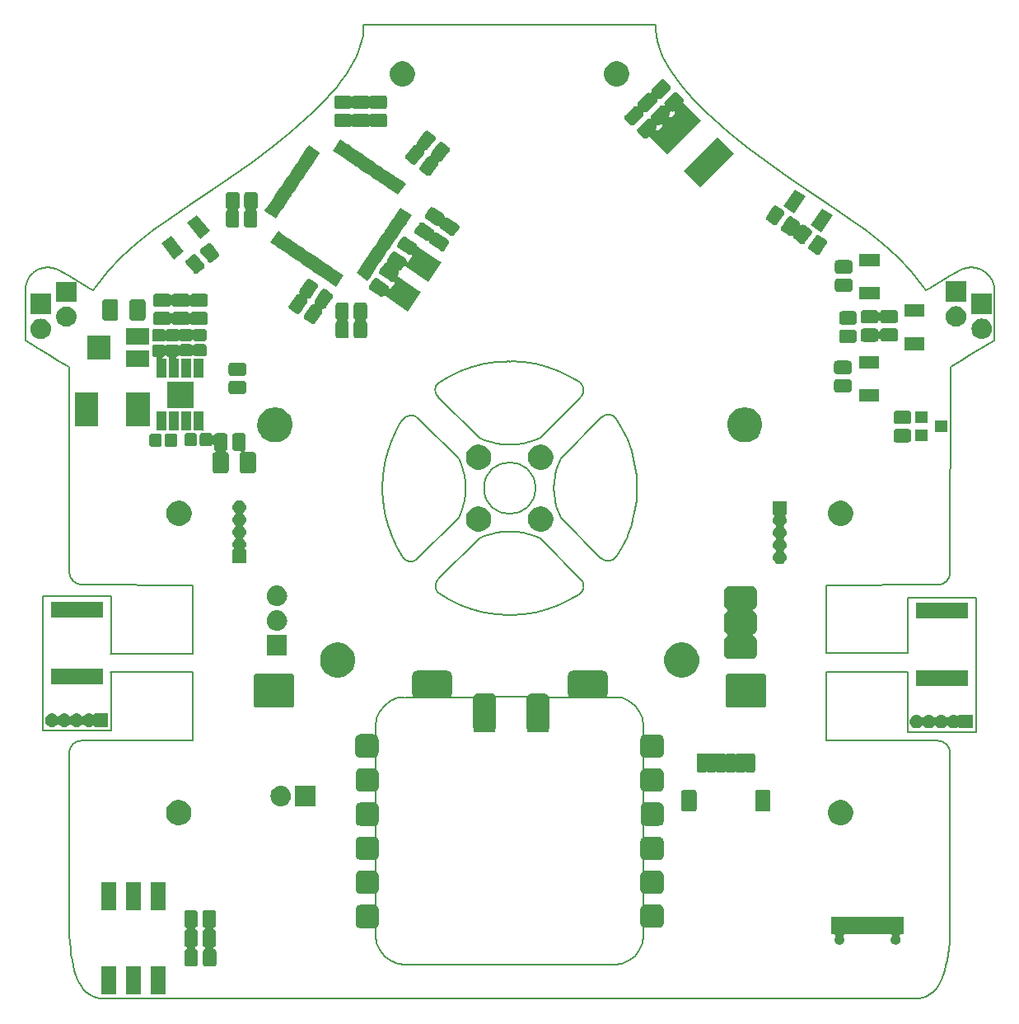
<source format=gts>
G04 #@! TF.GenerationSoftware,KiCad,Pcbnew,(5.0.2)-1*
G04 #@! TF.CreationDate,2019-06-28T15:12:05+02:00*
G04 #@! TF.ProjectId,PCB_Fujitora,5043425f-4675-46a6-9974-6f72612e6b69,rev?*
G04 #@! TF.SameCoordinates,PX5b263a8PY821ca98*
G04 #@! TF.FileFunction,Soldermask,Top*
G04 #@! TF.FilePolarity,Negative*
%FSLAX46Y46*%
G04 Gerber Fmt 4.6, Leading zero omitted, Abs format (unit mm)*
G04 Created by KiCad (PCBNEW (5.0.2)-1) date 28/06/2019 15:12:05*
%MOMM*%
%LPD*%
G01*
G04 APERTURE LIST*
%ADD10C,0.200000*%
%ADD11C,0.100000*%
G04 APERTURE END LIST*
D10*
X4318000Y25527000D02*
G75*
G02X5588000Y26797000I1270000J0D01*
G01*
X5715000Y42799000D02*
G75*
G02X4318000Y44196000I0J1397000D01*
G01*
X93599000Y26797000D02*
G75*
G02X94869000Y25527000I0J-1270000D01*
G01*
X94869000Y44069000D02*
G75*
G02X93599000Y42799000I-1270000J0D01*
G01*
X17043194Y33832800D02*
X17043194Y26787835D01*
X17045734Y42766975D02*
X17043194Y35712400D01*
X5588000Y26797000D02*
X17043194Y26787835D01*
X17045734Y42766975D02*
X5715000Y42799000D01*
X52244673Y52735480D02*
G75*
G03X52244673Y52735480I-2643553J0D01*
G01*
X46460800Y57898634D02*
X42285920Y62082680D01*
X57017705Y43286523D02*
G75*
G02X56763920Y41813480I-840554J-613567D01*
G01*
X60629841Y45772751D02*
G75*
G02X58948320Y45572680I-919522J561928D01*
G01*
X59053357Y59996443D02*
G75*
G02X60573920Y59847480I699091J-699092D01*
G01*
X56866366Y63556755D02*
G75*
G02X56916320Y62082680I-737446J-762875D01*
G01*
X42279927Y62075439D02*
G75*
G02X42336720Y63606680I615592J743842D01*
G01*
X38531076Y59642043D02*
G75*
G02X40304720Y59796680I935444J-480363D01*
G01*
X39999206Y45370510D02*
G75*
G02X38628320Y45623480I-560043J806047D01*
G01*
X42236912Y41967401D02*
G75*
G02X42336720Y43489880I836408J709679D01*
G01*
X8605520Y35712400D02*
X8605520Y41635680D01*
X82138520Y35763200D02*
X82138520Y42768520D01*
X90520520Y41457880D02*
X90520520Y35763200D01*
X90520520Y33832800D02*
X90520520Y27678380D01*
X97505520Y27678380D02*
X90520520Y27678380D01*
X97505520Y41457880D02*
X97505520Y27678380D01*
X90520520Y41457880D02*
X97505520Y41457880D01*
X82143600Y33832800D02*
X90525600Y33832800D01*
X82138520Y35763200D02*
X90525600Y35763200D01*
X17051020Y35712400D02*
X8585200Y35712400D01*
X17051020Y33832800D02*
X8585200Y33832800D01*
X1620520Y27856180D02*
X1620520Y41635680D01*
X8605520Y27856180D02*
X1620520Y27856180D01*
X8605520Y33832800D02*
X8605520Y27856180D01*
X1620520Y41635680D02*
X8605520Y41635680D01*
X44339480Y49693103D02*
X44588714Y50271119D01*
X62126337Y56508909D02*
X62436321Y55271383D01*
X61151089Y58863366D02*
X60573920Y59847480D01*
X62126337Y56508909D02*
X61696546Y57710093D01*
X45011017Y53364025D02*
X45039480Y52735208D01*
X54404310Y50869288D02*
X54263157Y51482718D01*
X61696546Y57710093D02*
X61151089Y58863366D01*
X35844508Y6800630D02*
X35844508Y28300630D01*
X63344508Y6800630D02*
X63344508Y28300630D01*
X43374748Y64200185D02*
X42336720Y63606680D01*
X45729205Y65175433D02*
X44528021Y64745642D01*
X48228683Y65672610D02*
X49079542Y65712441D01*
X49079542Y65712441D02*
X49502905Y65735208D01*
X55814270Y64200185D02*
X54756518Y64678135D01*
X43374748Y64200185D02*
X44528021Y64745642D01*
X52728218Y57898634D02*
X52150202Y57649400D01*
X49686113Y57198634D02*
X49594604Y57202785D01*
X52150202Y57649400D02*
X51552033Y57453406D01*
X51552033Y57453406D02*
X50938603Y57312253D01*
X50938603Y57312253D02*
X50314929Y57227097D01*
X50314929Y57227097D02*
X49686113Y57198634D01*
X56865520Y63555880D02*
X55814270Y64200185D01*
X52222287Y65485417D02*
X50960335Y65672610D01*
X53459813Y65175433D02*
X52222287Y65485417D01*
X49686113Y65735208D02*
X49594587Y65730704D01*
X54660997Y64745642D02*
X53459813Y65175433D01*
X49686113Y39735208D02*
X50960335Y39797807D01*
X53459813Y40294984D02*
X54660997Y40724775D01*
X44925861Y53987699D02*
X44784708Y54601128D01*
X37062681Y48961508D02*
X36752697Y50199034D01*
X44925861Y51482718D02*
X45011017Y52106392D01*
X36565504Y51460986D02*
X36518298Y52525904D01*
X50960335Y39797807D02*
X52222287Y39985000D01*
X48874089Y48243320D02*
X48250415Y48158164D01*
X49502905Y39735208D02*
X48228683Y39797807D01*
X38628320Y45623480D02*
X38037929Y46607051D01*
X37492472Y47760324D02*
X37320787Y48232934D01*
X36642935Y50907296D02*
X36565504Y51460986D01*
X37062681Y56508909D02*
X37492472Y57710093D01*
X44588714Y55199298D02*
X44339480Y55777314D01*
X44528021Y40724775D02*
X43374748Y41270232D01*
X54660997Y40724775D02*
X55814270Y41270232D01*
X55814270Y41270232D02*
X56763920Y41813480D01*
X47038816Y47821017D02*
X46460800Y47571783D01*
X36752697Y50199034D02*
X36642935Y50907296D01*
X38037929Y58863366D02*
X38312123Y59306955D01*
X38312123Y59306955D02*
X38526720Y59644280D01*
X47636986Y48017011D02*
X47038816Y47821017D01*
X45011017Y52106392D02*
X45039480Y52735208D01*
X44784708Y50869288D02*
X44925861Y51482718D01*
X43374748Y41270232D02*
X42235120Y41965880D01*
X44588714Y50271119D02*
X44784708Y50869288D01*
X36502905Y52735208D02*
X36565504Y54009431D01*
X36565504Y54009431D02*
X36752697Y55271383D01*
X45011017Y53364025D02*
X44925861Y53987699D01*
X37320787Y48232934D02*
X37062681Y48961508D01*
X49594641Y39739715D02*
X49686113Y39735208D01*
X44784708Y54601128D02*
X44588714Y55199298D01*
X44339480Y49693103D02*
X39999920Y45369480D01*
X44339480Y55777314D02*
X40304720Y59796680D01*
X37492472Y57710093D02*
X38037929Y58863366D01*
X38037929Y46607051D02*
X37492472Y47760324D01*
X36518298Y52525904D02*
X36502905Y52735208D01*
X36752697Y55271383D02*
X37062681Y56508909D01*
X49686113Y48271783D02*
X50314929Y48243320D01*
X50314929Y48243320D02*
X50938603Y48158164D01*
X51552033Y48017011D02*
X52150202Y47821017D01*
X52728218Y47571783D02*
X57017920Y43286680D01*
X49594623Y48267631D02*
X49502905Y48271783D01*
X7817429Y310422D02*
X91371589Y310422D01*
X4394008Y6063944D02*
X4455297Y5407008D01*
X4315208Y8273622D02*
X4323963Y7497251D01*
X4350230Y6760692D02*
X4394008Y6063944D01*
X4323963Y7497251D02*
X4350230Y6760692D01*
X5576008Y1584741D02*
X5794896Y1286110D01*
X4455297Y5407008D02*
X4534097Y4789884D01*
X5794896Y1286110D02*
X6031296Y1027291D01*
X4534097Y4789884D02*
X4630408Y4212571D01*
X4744230Y3675070D02*
X4875563Y3177381D01*
X4630408Y4212571D02*
X4744230Y3675070D01*
X6556629Y629088D02*
X6845563Y489704D01*
X4875563Y3177381D02*
X5024408Y2719504D01*
X6285207Y808284D02*
X6556629Y629088D01*
X5024408Y2719504D02*
X5190763Y2301438D01*
X6031296Y1027291D02*
X6285207Y808284D01*
X6845563Y489704D02*
X7152007Y390131D01*
X93157722Y1027291D02*
X92903811Y808284D01*
X93394122Y1286110D02*
X93157722Y1027291D01*
X93814388Y1923184D02*
X93613010Y1584741D01*
X94313455Y3177381D02*
X94164610Y2719504D01*
X93613010Y1584741D02*
X93394122Y1286110D01*
X93998255Y2301438D02*
X93814388Y1923184D01*
X94164610Y2719504D02*
X93998255Y2301438D01*
X94444788Y3675070D02*
X94313455Y3177381D01*
X94733721Y5407008D02*
X94654921Y4789884D01*
X94558610Y4212571D02*
X94444788Y3675070D01*
X94654921Y4789884D02*
X94558610Y4212571D01*
X94795010Y6063944D02*
X94733721Y5407008D01*
X94838788Y6760692D02*
X94795010Y6063944D01*
X94873810Y8273622D02*
X94865055Y7497251D01*
X94865055Y7497251D02*
X94838788Y6760692D01*
X94869000Y25527000D02*
X94873810Y8273622D01*
X82135980Y26789380D02*
X93599000Y26797000D01*
X82135980Y26789380D02*
X82138520Y33832800D01*
X4318000Y25527000D02*
X4315208Y8273622D01*
X93599000Y42799000D02*
X82138520Y42768520D01*
X54756518Y64678135D02*
X54660997Y64745642D01*
X46966731Y65485417D02*
X48228683Y65672610D01*
X50960335Y65672610D02*
X49686113Y65735208D01*
X91713056Y330371D02*
X91371589Y310422D01*
X52150202Y47821017D02*
X52728218Y47571783D01*
X52728218Y57898634D02*
X56916320Y62082680D01*
X92037011Y390131D02*
X91713056Y330371D01*
X45729205Y65175433D02*
X46966731Y65485417D01*
X62251045Y49558755D02*
X62436321Y50199034D01*
X49502905Y65735208D02*
X49594587Y65730704D01*
X45993997Y27800630D02*
X47993997Y27800630D01*
X35946731Y29077088D02*
X35844508Y28300630D01*
X45993997Y27800630D02*
X45993997Y31242000D01*
X35946731Y6024173D02*
X35844508Y6800630D01*
X63242286Y6024173D02*
X63344508Y6800630D01*
X36246432Y5300630D02*
X35946731Y6024173D01*
X38844508Y3800630D02*
X38068051Y3902853D01*
X38068051Y3902853D02*
X37344508Y4202554D01*
X60344508Y3800630D02*
X61120965Y3902853D01*
X45993997Y31242000D02*
X38844508Y31242000D01*
X62465828Y4679310D02*
X62942584Y5300630D01*
X1212712Y67086175D02*
X243894Y67660921D01*
X-190082Y67906499D02*
X-190130Y73355172D01*
X96204834Y75263597D02*
X96614481Y75375290D01*
X37344508Y4202554D02*
X36723188Y4679310D01*
X62942584Y29800630D02*
X62465828Y30421951D01*
X62465828Y30421951D02*
X61844508Y30898707D01*
X92742200Y73258277D02*
X92388426Y73035502D01*
X51489186Y31300630D02*
X47993997Y31300630D01*
X51489186Y27800630D02*
X53489186Y27800630D01*
X61844508Y30898707D02*
X61120965Y31198408D01*
X47993997Y27800630D02*
X47993997Y31300630D01*
X38068051Y31198408D02*
X37344508Y30898707D01*
X53489186Y27800630D02*
X53489186Y31242000D01*
X69811281Y91322921D02*
X69129374Y91987228D01*
X72145505Y89255277D02*
X71319303Y89957470D01*
X99119789Y74160308D02*
X99285730Y73769477D01*
X2151640Y75411946D02*
X1728863Y75372651D01*
X71319303Y89957470D02*
X70541243Y90646509D01*
X6446922Y73258331D02*
X6800697Y73035555D01*
X94869000Y44069000D02*
X94879277Y65142766D01*
X98886760Y74515248D02*
X99119789Y74160308D01*
X2574643Y75375157D02*
X2151640Y75411946D01*
X96020212Y75196909D02*
X94934116Y74582208D01*
X302364Y74515116D02*
X69335Y74160175D01*
X1728863Y75372651D02*
X1319886Y75258532D01*
X37344508Y30898707D02*
X36723188Y30421951D01*
X36723188Y30421951D02*
X36246432Y29800630D01*
X61844508Y4202554D02*
X62465828Y4679310D01*
X2984290Y75263465D02*
X2574643Y75375157D01*
X98251282Y75073387D02*
X98594126Y74822901D01*
X38811200Y31242000D02*
X38068051Y31198408D01*
X61120965Y31198408D02*
X60350400Y31242000D01*
X594998Y74822768D02*
X302364Y74515116D01*
X63242286Y29077088D02*
X62942584Y29800630D01*
X1319886Y75258532D02*
X937842Y75073255D01*
X69335Y74160175D02*
X-96606Y73769344D01*
X937842Y75073255D02*
X594998Y74822768D01*
X96968091Y66466294D02*
X95920903Y65806866D01*
X36246432Y29800630D02*
X35946731Y29077088D01*
X97460261Y75372783D02*
X97869238Y75258665D01*
X-96606Y73769344D02*
X-190130Y73355172D01*
X63344508Y28300630D02*
X63242286Y29077088D01*
X60344508Y31242000D02*
X53489186Y31242000D01*
X38844508Y3800630D02*
X60344508Y3800630D01*
X96020212Y75196909D02*
X96204834Y75263597D01*
X96968091Y66466294D02*
X97976411Y67086121D01*
X61120965Y3902853D02*
X61844508Y4202554D01*
X36723188Y4679310D02*
X36246432Y5300630D01*
X62942584Y5300630D02*
X63242286Y6024173D01*
X94934116Y74582208D02*
X93840967Y73933703D01*
X51489186Y27800630D02*
X51489186Y31300630D01*
X243894Y67660921D02*
X-190082Y67906499D01*
X66439168Y95145565D02*
X66044691Y95748263D01*
X68495480Y92639957D02*
X67909555Y93281630D01*
X30060751Y91987229D02*
X30694646Y92639957D01*
X33492156Y96342529D02*
X33791167Y96928887D01*
X33145434Y95748263D02*
X33492156Y96342529D01*
X87934587Y77859309D02*
X86217560Y79205571D01*
X78228900Y84621388D02*
X76084245Y86141290D01*
X2221032Y66466348D02*
X3268220Y65806919D01*
X69129374Y91987228D02*
X68495480Y92639957D01*
X4318000Y44196000D02*
X4309817Y65142766D01*
X4255007Y74582262D02*
X5348156Y73933756D01*
X67371557Y93912773D02*
X66881442Y94533910D01*
X4309817Y65142766D02*
X3268220Y65806919D01*
X64679175Y99205727D02*
X64618079Y99760412D01*
X94879277Y65142766D02*
X95920903Y65806866D01*
X34042508Y97507861D02*
X34246224Y98079976D01*
X8306908Y75028337D02*
X9693736Y76471310D01*
X5348156Y73933756D02*
X6446922Y73258331D01*
X32750958Y95145565D02*
X33145434Y95748263D01*
X14824611Y80528558D02*
X16791013Y81851960D01*
X20960188Y84621412D02*
X23104844Y86141314D01*
X18845470Y83204816D02*
X20960188Y84621412D01*
X93840967Y73933703D02*
X92742200Y73258277D01*
X89495352Y76471286D02*
X87934587Y77859309D01*
X32308684Y94533910D02*
X32750958Y95145565D01*
X9693736Y76471310D02*
X11254502Y77859333D01*
X27870822Y89957470D02*
X28648883Y90646510D01*
X97037484Y75412079D02*
X97460261Y75372783D01*
X65398959Y96928887D02*
X65147618Y97507861D01*
X3168699Y75197010D02*
X4255007Y74582262D01*
X65697969Y96342529D02*
X65398959Y96928887D01*
X73019891Y88539407D02*
X72145505Y89255277D01*
X84364478Y80528534D02*
X82398076Y81851936D01*
X2221032Y66466348D02*
X1212712Y67086175D01*
X27044621Y89255277D02*
X27870822Y89957470D01*
X65147618Y97507861D02*
X64943902Y98079976D01*
X30694646Y92639957D02*
X31280570Y93281630D01*
X97976411Y67086121D02*
X98945229Y67660868D01*
X80343619Y83204792D02*
X78228900Y84621388D01*
X64943902Y98079976D02*
X64787769Y98645757D01*
X76084245Y86141290D02*
X73942504Y87809335D01*
X25246584Y87809359D02*
X26170235Y88539407D01*
X34246224Y98079976D02*
X34402357Y98645757D01*
X73942504Y87809335D02*
X73019891Y88539407D01*
X2984290Y75263465D02*
X3168699Y75197010D01*
X28648883Y90646510D02*
X29378845Y91322921D01*
X29378845Y91322921D02*
X30060751Y91987229D01*
X96614481Y75375290D02*
X97037484Y75412079D01*
X98594126Y74822901D02*
X98886760Y74515248D01*
X99285730Y73769477D02*
X99379254Y73355305D01*
X33791167Y96928887D02*
X34042508Y97507861D01*
X97869238Y75258665D02*
X98251282Y75073387D01*
X64787769Y98645757D02*
X64679175Y99205727D01*
X70541243Y90646509D02*
X69811281Y91322921D01*
X66044691Y95748263D02*
X65697969Y96342529D01*
X99378989Y67906364D02*
X99379254Y73355305D01*
X98945229Y67660868D02*
X99378989Y67906364D01*
X48874089Y57227097D02*
X49502905Y57198634D01*
X92388426Y73035502D02*
X92079924Y73522478D01*
X54600304Y50271119D02*
X54404310Y50869288D01*
X34572047Y99760412D02*
X34585695Y100310406D01*
X62686113Y52735208D02*
X62623514Y54009431D01*
X6800697Y73035555D02*
X7109164Y73522502D01*
X16791013Y81851960D02*
X18845470Y83204816D01*
X31280570Y93281630D02*
X31818569Y93912773D01*
X54849538Y49693103D02*
X58948320Y45572680D01*
X67909555Y93281630D02*
X67371557Y93912773D01*
X64618079Y99760412D02*
X64604437Y100310336D01*
X66881442Y94533910D02*
X66439168Y95145565D01*
X86217560Y79205571D02*
X84364478Y80528534D01*
X92079924Y73522478D02*
X90882180Y75028313D01*
X62623514Y51460986D02*
X62686113Y52735208D01*
X61752970Y47885469D02*
X62126337Y48961508D01*
X54263157Y53987699D02*
X54404310Y54601128D01*
X46460800Y57898634D02*
X47038816Y57649400D01*
X54849538Y49693103D02*
X54600304Y50271119D01*
X47038816Y57649400D02*
X47636986Y57453406D01*
X34585695Y100310406D02*
X64604437Y100310336D01*
X34402357Y98645757D02*
X34510950Y99205727D01*
X61151089Y46607051D02*
X61696546Y47760324D01*
X54600304Y55199298D02*
X54849538Y55777314D01*
X60624720Y45775880D02*
X61151089Y46607051D01*
X12971529Y79205595D02*
X14824611Y80528558D01*
X34510950Y99205727D02*
X34572047Y99760412D01*
X54149538Y52735208D02*
X54178001Y53364025D01*
X23104844Y86141314D02*
X25246584Y87809359D01*
X26170235Y88539407D02*
X27044621Y89255277D01*
X7109164Y73522502D02*
X8306908Y75028337D01*
X11254502Y77859333D02*
X12971529Y79205595D01*
X90882180Y75028313D02*
X89495352Y76471286D01*
X82398076Y81851936D02*
X80343619Y83204792D01*
X31818569Y93912773D02*
X32308684Y94533910D01*
X48250415Y57312253D02*
X48874089Y57227097D01*
X47636986Y57453406D02*
X48250415Y57312253D01*
X54178001Y52106392D02*
X54149538Y52735208D01*
X92632389Y629088D02*
X92343455Y489704D01*
X49594623Y48267631D02*
X49686113Y48271783D01*
X45729205Y40294984D02*
X44528021Y40724775D01*
X5374630Y1923184D02*
X5576008Y1584741D01*
X54404310Y54601128D02*
X54600304Y55199298D01*
X49502905Y57198634D02*
X49594604Y57202785D01*
X48250415Y48158164D02*
X47636986Y48017011D01*
X46966731Y39985000D02*
X45729205Y40294984D01*
X49594641Y39739715D02*
X49502905Y39735208D01*
X50938603Y48158164D02*
X51552033Y48017011D01*
X54263157Y51482718D02*
X54178001Y52106392D01*
X62126337Y48961508D02*
X62251045Y49558755D01*
X62623514Y54009431D02*
X62436321Y55271383D01*
X49502905Y48271783D02*
X48874089Y48243320D01*
X52222287Y39985000D02*
X53459813Y40294984D01*
X62436321Y50199034D02*
X62623514Y51460986D01*
X54849538Y55777314D02*
X59049920Y59999880D01*
X7475963Y330371D02*
X7817429Y310422D01*
X92343455Y489704D02*
X92037011Y390131D01*
X61696546Y47760324D02*
X61752970Y47885469D01*
X46460800Y47571783D02*
X42336720Y43489880D01*
X54178001Y53364025D02*
X54263157Y53987699D01*
X48228683Y39797807D02*
X46966731Y39985000D01*
X5190763Y2301438D02*
X5374630Y1923184D01*
X92903811Y808284D02*
X92632389Y629088D01*
X7152007Y390131D02*
X7475963Y330371D01*
D11*
G36*
X14219520Y781680D02*
X12699520Y781680D01*
X12699520Y3621680D01*
X14219520Y3621680D01*
X14219520Y781680D01*
X14219520Y781680D01*
G37*
G36*
X9139520Y781680D02*
X7619520Y781680D01*
X7619520Y3621680D01*
X9139520Y3621680D01*
X9139520Y781680D01*
X9139520Y781680D01*
G37*
G36*
X11679520Y781680D02*
X10159520Y781680D01*
X10159520Y3621680D01*
X11679520Y3621680D01*
X11679520Y781680D01*
X11679520Y781680D01*
G37*
G36*
X17303017Y9400683D02*
X17355673Y9384710D01*
X17404185Y9358780D01*
X17446716Y9323876D01*
X17481620Y9281345D01*
X17507550Y9232833D01*
X17523523Y9180177D01*
X17529520Y9119290D01*
X17529520Y7894070D01*
X17523523Y7833183D01*
X17507550Y7780527D01*
X17481620Y7732015D01*
X17446716Y7689484D01*
X17404188Y7654583D01*
X17346356Y7623671D01*
X17325981Y7610057D01*
X17308654Y7592730D01*
X17295040Y7572355D01*
X17285663Y7549716D01*
X17280882Y7525683D01*
X17280882Y7501179D01*
X17285662Y7477145D01*
X17295039Y7454506D01*
X17308653Y7434131D01*
X17325980Y7416804D01*
X17346356Y7403189D01*
X17404188Y7372277D01*
X17446716Y7337376D01*
X17481620Y7294845D01*
X17507550Y7246333D01*
X17523523Y7193677D01*
X17529520Y7132790D01*
X17529520Y5907570D01*
X17523523Y5846683D01*
X17507550Y5794027D01*
X17481620Y5745515D01*
X17446716Y5702984D01*
X17404185Y5668080D01*
X17355672Y5642149D01*
X17345669Y5639115D01*
X17323030Y5629738D01*
X17302656Y5616124D01*
X17285328Y5598797D01*
X17271714Y5578422D01*
X17262337Y5555784D01*
X17257556Y5531750D01*
X17257556Y5507246D01*
X17262336Y5483212D01*
X17271713Y5460573D01*
X17285327Y5440199D01*
X17302654Y5422871D01*
X17323029Y5409257D01*
X17345669Y5399879D01*
X17395672Y5384711D01*
X17444185Y5358780D01*
X17486716Y5323876D01*
X17521620Y5281345D01*
X17547550Y5232833D01*
X17563523Y5180177D01*
X17569520Y5119290D01*
X17569520Y3894070D01*
X17563523Y3833183D01*
X17547550Y3780527D01*
X17521620Y3732015D01*
X17486716Y3689484D01*
X17444185Y3654580D01*
X17395673Y3628650D01*
X17343017Y3612677D01*
X17282130Y3606680D01*
X16481910Y3606680D01*
X16421023Y3612677D01*
X16368367Y3628650D01*
X16319855Y3654580D01*
X16277324Y3689484D01*
X16242420Y3732015D01*
X16216490Y3780527D01*
X16200517Y3833183D01*
X16194520Y3894070D01*
X16194520Y5119290D01*
X16200517Y5180177D01*
X16216490Y5232833D01*
X16242420Y5281345D01*
X16277324Y5323876D01*
X16319855Y5358780D01*
X16368368Y5384711D01*
X16378371Y5387745D01*
X16401010Y5397122D01*
X16421384Y5410736D01*
X16438712Y5428063D01*
X16452326Y5448438D01*
X16461703Y5471076D01*
X16466484Y5495110D01*
X16466484Y5519614D01*
X16461704Y5543648D01*
X16452327Y5566287D01*
X16438713Y5586661D01*
X16421386Y5603989D01*
X16401011Y5617603D01*
X16378371Y5626981D01*
X16328368Y5642149D01*
X16279855Y5668080D01*
X16237324Y5702984D01*
X16202420Y5745515D01*
X16176490Y5794027D01*
X16160517Y5846683D01*
X16154520Y5907570D01*
X16154520Y7132790D01*
X16160517Y7193677D01*
X16176490Y7246333D01*
X16202420Y7294845D01*
X16237324Y7337376D01*
X16279852Y7372277D01*
X16337684Y7403189D01*
X16358059Y7416803D01*
X16375386Y7434130D01*
X16389000Y7454505D01*
X16398377Y7477144D01*
X16403158Y7501177D01*
X16403158Y7525681D01*
X16398378Y7549715D01*
X16389001Y7572354D01*
X16375387Y7592729D01*
X16358060Y7610056D01*
X16337684Y7623671D01*
X16279852Y7654583D01*
X16237324Y7689484D01*
X16202420Y7732015D01*
X16176490Y7780527D01*
X16160517Y7833183D01*
X16154520Y7894070D01*
X16154520Y9119290D01*
X16160517Y9180177D01*
X16176490Y9232833D01*
X16202420Y9281345D01*
X16237324Y9323876D01*
X16279855Y9358780D01*
X16328367Y9384710D01*
X16381023Y9400683D01*
X16441910Y9406680D01*
X17242130Y9406680D01*
X17303017Y9400683D01*
X17303017Y9400683D01*
G37*
G36*
X19178017Y9400683D02*
X19230673Y9384710D01*
X19279185Y9358780D01*
X19321716Y9323876D01*
X19356620Y9281345D01*
X19382550Y9232833D01*
X19398523Y9180177D01*
X19404520Y9119290D01*
X19404520Y7894070D01*
X19398523Y7833183D01*
X19382550Y7780527D01*
X19356620Y7732015D01*
X19321716Y7689484D01*
X19279188Y7654583D01*
X19221356Y7623671D01*
X19200981Y7610057D01*
X19183654Y7592730D01*
X19170040Y7572355D01*
X19160663Y7549716D01*
X19155882Y7525683D01*
X19155882Y7501179D01*
X19160662Y7477145D01*
X19170039Y7454506D01*
X19183653Y7434131D01*
X19200980Y7416804D01*
X19221356Y7403189D01*
X19279188Y7372277D01*
X19321716Y7337376D01*
X19356620Y7294845D01*
X19382550Y7246333D01*
X19398523Y7193677D01*
X19404520Y7132790D01*
X19404520Y5907570D01*
X19398523Y5846683D01*
X19382550Y5794027D01*
X19356620Y5745515D01*
X19321716Y5702984D01*
X19279185Y5668080D01*
X19230672Y5642149D01*
X19220669Y5639115D01*
X19198030Y5629738D01*
X19177656Y5616124D01*
X19160328Y5598797D01*
X19146714Y5578422D01*
X19137337Y5555784D01*
X19132556Y5531750D01*
X19132556Y5507246D01*
X19137336Y5483212D01*
X19146713Y5460573D01*
X19160327Y5440199D01*
X19177654Y5422871D01*
X19198029Y5409257D01*
X19220669Y5399879D01*
X19270672Y5384711D01*
X19319185Y5358780D01*
X19361716Y5323876D01*
X19396620Y5281345D01*
X19422550Y5232833D01*
X19438523Y5180177D01*
X19444520Y5119290D01*
X19444520Y3894070D01*
X19438523Y3833183D01*
X19422550Y3780527D01*
X19396620Y3732015D01*
X19361716Y3689484D01*
X19319185Y3654580D01*
X19270673Y3628650D01*
X19218017Y3612677D01*
X19157130Y3606680D01*
X18356910Y3606680D01*
X18296023Y3612677D01*
X18243367Y3628650D01*
X18194855Y3654580D01*
X18152324Y3689484D01*
X18117420Y3732015D01*
X18091490Y3780527D01*
X18075517Y3833183D01*
X18069520Y3894070D01*
X18069520Y5119290D01*
X18075517Y5180177D01*
X18091490Y5232833D01*
X18117420Y5281345D01*
X18152324Y5323876D01*
X18194855Y5358780D01*
X18243368Y5384711D01*
X18253371Y5387745D01*
X18276010Y5397122D01*
X18296384Y5410736D01*
X18313712Y5428063D01*
X18327326Y5448438D01*
X18336703Y5471076D01*
X18341484Y5495110D01*
X18341484Y5519614D01*
X18336704Y5543648D01*
X18327327Y5566287D01*
X18313713Y5586661D01*
X18296386Y5603989D01*
X18276011Y5617603D01*
X18253371Y5626981D01*
X18203368Y5642149D01*
X18154855Y5668080D01*
X18112324Y5702984D01*
X18077420Y5745515D01*
X18051490Y5794027D01*
X18035517Y5846683D01*
X18029520Y5907570D01*
X18029520Y7132790D01*
X18035517Y7193677D01*
X18051490Y7246333D01*
X18077420Y7294845D01*
X18112324Y7337376D01*
X18154852Y7372277D01*
X18212684Y7403189D01*
X18233059Y7416803D01*
X18250386Y7434130D01*
X18264000Y7454505D01*
X18273377Y7477144D01*
X18278158Y7501177D01*
X18278158Y7525681D01*
X18273378Y7549715D01*
X18264001Y7572354D01*
X18250387Y7592729D01*
X18233060Y7610056D01*
X18212684Y7623671D01*
X18154852Y7654583D01*
X18112324Y7689484D01*
X18077420Y7732015D01*
X18051490Y7780527D01*
X18035517Y7833183D01*
X18029520Y7894070D01*
X18029520Y9119290D01*
X18035517Y9180177D01*
X18051490Y9232833D01*
X18077420Y9281345D01*
X18112324Y9323876D01*
X18154855Y9358780D01*
X18203367Y9384710D01*
X18256023Y9400683D01*
X18316910Y9406680D01*
X19117130Y9406680D01*
X19178017Y9400683D01*
X19178017Y9400683D01*
G37*
G36*
X90105320Y6902080D02*
X89788138Y6902080D01*
X89763752Y6899678D01*
X89740303Y6892565D01*
X89718692Y6881014D01*
X89699750Y6865468D01*
X89684204Y6846526D01*
X89672653Y6824915D01*
X89665540Y6801466D01*
X89663138Y6777080D01*
X89665540Y6752694D01*
X89672653Y6729245D01*
X89684204Y6707635D01*
X89735567Y6630764D01*
X89735569Y6630761D01*
X89775144Y6535217D01*
X89795320Y6433788D01*
X89795320Y6330372D01*
X89775144Y6228943D01*
X89735569Y6133399D01*
X89678372Y6047798D01*
X89678112Y6047409D01*
X89604991Y5974288D01*
X89604988Y5974286D01*
X89519001Y5916831D01*
X89423457Y5877256D01*
X89423456Y5877256D01*
X89423454Y5877255D01*
X89322029Y5857080D01*
X89218611Y5857080D01*
X89117186Y5877255D01*
X89117184Y5877256D01*
X89117183Y5877256D01*
X89021639Y5916831D01*
X88935652Y5974286D01*
X88935649Y5974288D01*
X88862528Y6047409D01*
X88862268Y6047798D01*
X88805071Y6133399D01*
X88765496Y6228943D01*
X88745320Y6330372D01*
X88745320Y6433788D01*
X88765496Y6535217D01*
X88805071Y6630761D01*
X88805073Y6630764D01*
X88856436Y6707635D01*
X88867987Y6729246D01*
X88875100Y6752695D01*
X88877502Y6777081D01*
X88875100Y6801467D01*
X88867987Y6824916D01*
X88856435Y6846527D01*
X88840890Y6865469D01*
X88821947Y6881014D01*
X88800336Y6892565D01*
X88776887Y6899678D01*
X88752502Y6902080D01*
X84008138Y6902080D01*
X83983752Y6899678D01*
X83960303Y6892565D01*
X83938692Y6881014D01*
X83919750Y6865468D01*
X83904204Y6846526D01*
X83892653Y6824915D01*
X83885540Y6801466D01*
X83883138Y6777080D01*
X83885540Y6752694D01*
X83892653Y6729245D01*
X83904204Y6707635D01*
X83955567Y6630764D01*
X83955569Y6630761D01*
X83995144Y6535217D01*
X84015320Y6433788D01*
X84015320Y6330372D01*
X83995144Y6228943D01*
X83955569Y6133399D01*
X83898372Y6047798D01*
X83898112Y6047409D01*
X83824991Y5974288D01*
X83824988Y5974286D01*
X83739001Y5916831D01*
X83643457Y5877256D01*
X83643456Y5877256D01*
X83643454Y5877255D01*
X83542029Y5857080D01*
X83438611Y5857080D01*
X83337186Y5877255D01*
X83337184Y5877256D01*
X83337183Y5877256D01*
X83241639Y5916831D01*
X83155652Y5974286D01*
X83155649Y5974288D01*
X83082528Y6047409D01*
X83082268Y6047798D01*
X83025071Y6133399D01*
X82985496Y6228943D01*
X82965320Y6330372D01*
X82965320Y6433788D01*
X82985496Y6535217D01*
X83025071Y6630761D01*
X83025073Y6630764D01*
X83076436Y6707635D01*
X83087987Y6729246D01*
X83095100Y6752695D01*
X83097502Y6777081D01*
X83095100Y6801467D01*
X83087987Y6824916D01*
X83076435Y6846527D01*
X83060890Y6865469D01*
X83041947Y6881014D01*
X83020336Y6892565D01*
X82996887Y6899678D01*
X82972502Y6902080D01*
X82655320Y6902080D01*
X82655320Y8752080D01*
X90105320Y8752080D01*
X90105320Y6902080D01*
X90105320Y6902080D01*
G37*
G36*
X35725261Y9944459D02*
X35825985Y9913905D01*
X35918800Y9864295D01*
X36000162Y9797522D01*
X36066935Y9716160D01*
X36116545Y9623345D01*
X36147099Y9522621D01*
X36158020Y9411740D01*
X36158020Y8099020D01*
X36147099Y7988139D01*
X36116545Y7887415D01*
X36066935Y7794600D01*
X36000162Y7713238D01*
X35918800Y7646465D01*
X35825985Y7596855D01*
X35725261Y7566301D01*
X35614380Y7555380D01*
X34301660Y7555380D01*
X34190779Y7566301D01*
X34090055Y7596855D01*
X33997240Y7646465D01*
X33915878Y7713238D01*
X33849105Y7794600D01*
X33799495Y7887415D01*
X33768941Y7988139D01*
X33758020Y8099020D01*
X33758020Y9411740D01*
X33768941Y9522621D01*
X33799495Y9623345D01*
X33849105Y9716160D01*
X33915878Y9797522D01*
X33997240Y9864295D01*
X34090055Y9913905D01*
X34190779Y9944459D01*
X34301660Y9955380D01*
X35614380Y9955380D01*
X35725261Y9944459D01*
X35725261Y9944459D01*
G37*
G36*
X64998761Y9969859D02*
X65099485Y9939305D01*
X65192300Y9889695D01*
X65273662Y9822922D01*
X65340435Y9741560D01*
X65390045Y9648745D01*
X65420599Y9548021D01*
X65431520Y9437140D01*
X65431520Y8124420D01*
X65420599Y8013539D01*
X65390045Y7912815D01*
X65340435Y7820000D01*
X65273662Y7738638D01*
X65192300Y7671865D01*
X65099485Y7622255D01*
X64998761Y7591701D01*
X64887880Y7580780D01*
X63575160Y7580780D01*
X63464279Y7591701D01*
X63363555Y7622255D01*
X63270740Y7671865D01*
X63189378Y7738638D01*
X63122605Y7820000D01*
X63072995Y7912815D01*
X63042441Y8013539D01*
X63031520Y8124420D01*
X63031520Y9437140D01*
X63042441Y9548021D01*
X63072995Y9648745D01*
X63122605Y9741560D01*
X63189378Y9822922D01*
X63270740Y9889695D01*
X63363555Y9939305D01*
X63464279Y9969859D01*
X63575160Y9980780D01*
X64887880Y9980780D01*
X64998761Y9969859D01*
X64998761Y9969859D01*
G37*
G36*
X9139520Y9391680D02*
X7619520Y9391680D01*
X7619520Y12231680D01*
X9139520Y12231680D01*
X9139520Y9391680D01*
X9139520Y9391680D01*
G37*
G36*
X14219520Y9391680D02*
X12699520Y9391680D01*
X12699520Y12231680D01*
X14219520Y12231680D01*
X14219520Y9391680D01*
X14219520Y9391680D01*
G37*
G36*
X11679520Y9391680D02*
X10159520Y9391680D01*
X10159520Y12231680D01*
X11679520Y12231680D01*
X11679520Y9391680D01*
X11679520Y9391680D01*
G37*
G36*
X35725261Y13462359D02*
X35825985Y13431805D01*
X35918800Y13382195D01*
X36000162Y13315422D01*
X36066935Y13234060D01*
X36116545Y13141245D01*
X36147099Y13040521D01*
X36158020Y12929640D01*
X36158020Y11616920D01*
X36147099Y11506039D01*
X36116545Y11405315D01*
X36066935Y11312500D01*
X36000162Y11231138D01*
X35918800Y11164365D01*
X35825985Y11114755D01*
X35725261Y11084201D01*
X35614380Y11073280D01*
X34301660Y11073280D01*
X34190779Y11084201D01*
X34090055Y11114755D01*
X33997240Y11164365D01*
X33915878Y11231138D01*
X33849105Y11312500D01*
X33799495Y11405315D01*
X33768941Y11506039D01*
X33758020Y11616920D01*
X33758020Y12929640D01*
X33768941Y13040521D01*
X33799495Y13141245D01*
X33849105Y13234060D01*
X33915878Y13315422D01*
X33997240Y13382195D01*
X34090055Y13431805D01*
X34190779Y13462359D01*
X34301660Y13473280D01*
X35614380Y13473280D01*
X35725261Y13462359D01*
X35725261Y13462359D01*
G37*
G36*
X64998761Y13462359D02*
X65099485Y13431805D01*
X65192300Y13382195D01*
X65273662Y13315422D01*
X65340435Y13234060D01*
X65390045Y13141245D01*
X65420599Y13040521D01*
X65431520Y12929640D01*
X65431520Y11616920D01*
X65420599Y11506039D01*
X65390045Y11405315D01*
X65340435Y11312500D01*
X65273662Y11231138D01*
X65192300Y11164365D01*
X65099485Y11114755D01*
X64998761Y11084201D01*
X64887880Y11073280D01*
X63575160Y11073280D01*
X63464279Y11084201D01*
X63363555Y11114755D01*
X63270740Y11164365D01*
X63189378Y11231138D01*
X63122605Y11312500D01*
X63072995Y11405315D01*
X63042441Y11506039D01*
X63031520Y11616920D01*
X63031520Y12929640D01*
X63042441Y13040521D01*
X63072995Y13141245D01*
X63122605Y13234060D01*
X63189378Y13315422D01*
X63270740Y13382195D01*
X63363555Y13431805D01*
X63464279Y13462359D01*
X63575160Y13473280D01*
X64887880Y13473280D01*
X64998761Y13462359D01*
X64998761Y13462359D01*
G37*
G36*
X64998761Y16942159D02*
X65099485Y16911605D01*
X65192300Y16861995D01*
X65273662Y16795222D01*
X65340435Y16713860D01*
X65390045Y16621045D01*
X65420599Y16520321D01*
X65431520Y16409440D01*
X65431520Y15096720D01*
X65420599Y14985839D01*
X65390045Y14885115D01*
X65340435Y14792300D01*
X65273662Y14710938D01*
X65192300Y14644165D01*
X65099485Y14594555D01*
X64998761Y14564001D01*
X64887880Y14553080D01*
X63575160Y14553080D01*
X63464279Y14564001D01*
X63363555Y14594555D01*
X63270740Y14644165D01*
X63189378Y14710938D01*
X63122605Y14792300D01*
X63072995Y14885115D01*
X63042441Y14985839D01*
X63031520Y15096720D01*
X63031520Y16409440D01*
X63042441Y16520321D01*
X63072995Y16621045D01*
X63122605Y16713860D01*
X63189378Y16795222D01*
X63270740Y16861995D01*
X63363555Y16911605D01*
X63464279Y16942159D01*
X63575160Y16953080D01*
X64887880Y16953080D01*
X64998761Y16942159D01*
X64998761Y16942159D01*
G37*
G36*
X35725261Y16954859D02*
X35825985Y16924305D01*
X35918800Y16874695D01*
X36000162Y16807922D01*
X36066935Y16726560D01*
X36116545Y16633745D01*
X36147099Y16533021D01*
X36158020Y16422140D01*
X36158020Y15109420D01*
X36147099Y14998539D01*
X36116545Y14897815D01*
X36066935Y14805000D01*
X36000162Y14723638D01*
X35918800Y14656865D01*
X35825985Y14607255D01*
X35725261Y14576701D01*
X35614380Y14565780D01*
X34301660Y14565780D01*
X34190779Y14576701D01*
X34090055Y14607255D01*
X33997240Y14656865D01*
X33915878Y14723638D01*
X33849105Y14805000D01*
X33799495Y14897815D01*
X33768941Y14998539D01*
X33758020Y15109420D01*
X33758020Y16422140D01*
X33768941Y16533021D01*
X33799495Y16633745D01*
X33849105Y16726560D01*
X33915878Y16807922D01*
X33997240Y16874695D01*
X34090055Y16924305D01*
X34190779Y16954859D01*
X34301660Y16965780D01*
X35614380Y16965780D01*
X35725261Y16954859D01*
X35725261Y16954859D01*
G37*
G36*
X35725261Y20447359D02*
X35825985Y20416805D01*
X35918800Y20367195D01*
X36000162Y20300422D01*
X36066935Y20219060D01*
X36116545Y20126245D01*
X36147099Y20025521D01*
X36158020Y19914640D01*
X36158020Y18601920D01*
X36147099Y18491039D01*
X36116545Y18390315D01*
X36066935Y18297500D01*
X36000162Y18216138D01*
X35918800Y18149365D01*
X35825985Y18099755D01*
X35725261Y18069201D01*
X35614380Y18058280D01*
X34301660Y18058280D01*
X34190779Y18069201D01*
X34090055Y18099755D01*
X33997240Y18149365D01*
X33915878Y18216138D01*
X33849105Y18297500D01*
X33799495Y18390315D01*
X33768941Y18491039D01*
X33758020Y18601920D01*
X33758020Y19914640D01*
X33768941Y20025521D01*
X33799495Y20126245D01*
X33849105Y20219060D01*
X33915878Y20300422D01*
X33997240Y20367195D01*
X34090055Y20416805D01*
X34190779Y20447359D01*
X34301660Y20458280D01*
X35614380Y20458280D01*
X35725261Y20447359D01*
X35725261Y20447359D01*
G37*
G36*
X65011461Y20447359D02*
X65112185Y20416805D01*
X65205000Y20367195D01*
X65286362Y20300422D01*
X65353135Y20219060D01*
X65402745Y20126245D01*
X65433299Y20025521D01*
X65444220Y19914640D01*
X65444220Y18601920D01*
X65433299Y18491039D01*
X65402745Y18390315D01*
X65353135Y18297500D01*
X65286362Y18216138D01*
X65205000Y18149365D01*
X65112185Y18099755D01*
X65011461Y18069201D01*
X64900580Y18058280D01*
X63587860Y18058280D01*
X63476979Y18069201D01*
X63376255Y18099755D01*
X63283440Y18149365D01*
X63202078Y18216138D01*
X63135305Y18297500D01*
X63085695Y18390315D01*
X63055141Y18491039D01*
X63044220Y18601920D01*
X63044220Y19914640D01*
X63055141Y20025521D01*
X63085695Y20126245D01*
X63135305Y20219060D01*
X63202078Y20300422D01*
X63283440Y20367195D01*
X63376255Y20416805D01*
X63476979Y20447359D01*
X63587860Y20458280D01*
X64900580Y20458280D01*
X65011461Y20447359D01*
X65011461Y20447359D01*
G37*
G36*
X83983296Y20660722D02*
X84219880Y20562726D01*
X84432805Y20420454D01*
X84613874Y20239385D01*
X84756146Y20026460D01*
X84854142Y19789876D01*
X84904100Y19538720D01*
X84904100Y19282640D01*
X84854142Y19031484D01*
X84756146Y18794900D01*
X84613874Y18581975D01*
X84432805Y18400906D01*
X84219880Y18258634D01*
X83983296Y18160638D01*
X83732140Y18110680D01*
X83476060Y18110680D01*
X83224904Y18160638D01*
X82988320Y18258634D01*
X82775395Y18400906D01*
X82594326Y18581975D01*
X82452054Y18794900D01*
X82354058Y19031484D01*
X82304100Y19282640D01*
X82304100Y19538720D01*
X82354058Y19789876D01*
X82452054Y20026460D01*
X82594326Y20239385D01*
X82775395Y20420454D01*
X82988320Y20562726D01*
X83224904Y20660722D01*
X83476060Y20710680D01*
X83732140Y20710680D01*
X83983296Y20660722D01*
X83983296Y20660722D01*
G37*
G36*
X15964636Y20660722D02*
X16201220Y20562726D01*
X16414145Y20420454D01*
X16595214Y20239385D01*
X16737486Y20026460D01*
X16835482Y19789876D01*
X16885440Y19538720D01*
X16885440Y19282640D01*
X16835482Y19031484D01*
X16737486Y18794900D01*
X16595214Y18581975D01*
X16414145Y18400906D01*
X16201220Y18258634D01*
X15964636Y18160638D01*
X15713480Y18110680D01*
X15457400Y18110680D01*
X15206244Y18160638D01*
X14969660Y18258634D01*
X14756735Y18400906D01*
X14575666Y18581975D01*
X14433394Y18794900D01*
X14335398Y19031484D01*
X14285440Y19282640D01*
X14285440Y19538720D01*
X14335398Y19789876D01*
X14433394Y20026460D01*
X14575666Y20239385D01*
X14756735Y20420454D01*
X14969660Y20562726D01*
X15206244Y20660722D01*
X15457400Y20710680D01*
X15713480Y20710680D01*
X15964636Y20660722D01*
X15964636Y20660722D01*
G37*
G36*
X76209789Y21736083D02*
X76258529Y21721298D01*
X76303451Y21697287D01*
X76342818Y21664978D01*
X76375127Y21625611D01*
X76399138Y21580689D01*
X76413923Y21531949D01*
X76419520Y21475123D01*
X76419520Y19808237D01*
X76413923Y19751411D01*
X76399138Y19702671D01*
X76375127Y19657749D01*
X76342818Y19618382D01*
X76303451Y19586073D01*
X76258529Y19562062D01*
X76209789Y19547277D01*
X76152963Y19541680D01*
X75086077Y19541680D01*
X75029251Y19547277D01*
X74980511Y19562062D01*
X74935589Y19586073D01*
X74896222Y19618382D01*
X74863913Y19657749D01*
X74839902Y19702671D01*
X74825117Y19751411D01*
X74819520Y19808237D01*
X74819520Y21475123D01*
X74825117Y21531949D01*
X74839902Y21580689D01*
X74863913Y21625611D01*
X74896222Y21664978D01*
X74935589Y21697287D01*
X74980511Y21721298D01*
X75029251Y21736083D01*
X75086077Y21741680D01*
X76152963Y21741680D01*
X76209789Y21736083D01*
X76209789Y21736083D01*
G37*
G36*
X68609789Y21736083D02*
X68658529Y21721298D01*
X68703451Y21697287D01*
X68742818Y21664978D01*
X68775127Y21625611D01*
X68799138Y21580689D01*
X68813923Y21531949D01*
X68819520Y21475123D01*
X68819520Y19808237D01*
X68813923Y19751411D01*
X68799138Y19702671D01*
X68775127Y19657749D01*
X68742818Y19618382D01*
X68703451Y19586073D01*
X68658529Y19562062D01*
X68609789Y19547277D01*
X68552963Y19541680D01*
X67486077Y19541680D01*
X67429251Y19547277D01*
X67380511Y19562062D01*
X67335589Y19586073D01*
X67296222Y19618382D01*
X67263913Y19657749D01*
X67239902Y19702671D01*
X67225117Y19751411D01*
X67219520Y19808237D01*
X67219520Y21475123D01*
X67225117Y21531949D01*
X67239902Y21580689D01*
X67263913Y21625611D01*
X67296222Y21664978D01*
X67335589Y21697287D01*
X67380511Y21721298D01*
X67429251Y21736083D01*
X67486077Y21741680D01*
X68552963Y21741680D01*
X68609789Y21736083D01*
X68609789Y21736083D01*
G37*
G36*
X29658020Y20075180D02*
X27558020Y20075180D01*
X27558020Y22175180D01*
X29658020Y22175180D01*
X29658020Y20075180D01*
X29658020Y20075180D01*
G37*
G36*
X26196727Y22167584D02*
X26273856Y22159987D01*
X26405807Y22119960D01*
X26471783Y22099947D01*
X26654192Y22002447D01*
X26814074Y21871234D01*
X26945287Y21711352D01*
X27042787Y21528943D01*
X27042787Y21528942D01*
X27102827Y21331016D01*
X27123100Y21125180D01*
X27102827Y20919344D01*
X27062800Y20787393D01*
X27042787Y20721417D01*
X26945287Y20539008D01*
X26814074Y20379126D01*
X26654192Y20247913D01*
X26471783Y20150413D01*
X26405807Y20130400D01*
X26273856Y20090373D01*
X26196727Y20082777D01*
X26119600Y20075180D01*
X26016440Y20075180D01*
X25939313Y20082777D01*
X25862184Y20090373D01*
X25730233Y20130400D01*
X25664257Y20150413D01*
X25481848Y20247913D01*
X25321966Y20379126D01*
X25190753Y20539008D01*
X25093253Y20721417D01*
X25073240Y20787393D01*
X25033213Y20919344D01*
X25012940Y21125180D01*
X25033213Y21331016D01*
X25093253Y21528942D01*
X25093253Y21528943D01*
X25190753Y21711352D01*
X25321966Y21871234D01*
X25481848Y22002447D01*
X25664257Y22099947D01*
X25730233Y22119960D01*
X25862184Y22159987D01*
X25939313Y22167584D01*
X26016440Y22175180D01*
X26119600Y22175180D01*
X26196727Y22167584D01*
X26196727Y22167584D01*
G37*
G36*
X64998761Y23952559D02*
X65099485Y23922005D01*
X65192300Y23872395D01*
X65273662Y23805622D01*
X65340435Y23724260D01*
X65390045Y23631445D01*
X65420599Y23530721D01*
X65431520Y23419840D01*
X65431520Y22107120D01*
X65420599Y21996239D01*
X65390045Y21895515D01*
X65340435Y21802700D01*
X65273662Y21721338D01*
X65192300Y21654565D01*
X65099485Y21604955D01*
X64998761Y21574401D01*
X64887880Y21563480D01*
X63575160Y21563480D01*
X63464279Y21574401D01*
X63363555Y21604955D01*
X63270740Y21654565D01*
X63189378Y21721338D01*
X63122605Y21802700D01*
X63072995Y21895515D01*
X63042441Y21996239D01*
X63031520Y22107120D01*
X63031520Y23419840D01*
X63042441Y23530721D01*
X63072995Y23631445D01*
X63122605Y23724260D01*
X63189378Y23805622D01*
X63270740Y23872395D01*
X63363555Y23922005D01*
X63464279Y23952559D01*
X63575160Y23963480D01*
X64887880Y23963480D01*
X64998761Y23952559D01*
X64998761Y23952559D01*
G37*
G36*
X35725261Y23965259D02*
X35825985Y23934705D01*
X35918800Y23885095D01*
X36000162Y23818322D01*
X36066935Y23736960D01*
X36116545Y23644145D01*
X36147099Y23543421D01*
X36158020Y23432540D01*
X36158020Y22119820D01*
X36147099Y22008939D01*
X36116545Y21908215D01*
X36066935Y21815400D01*
X36000162Y21734038D01*
X35918800Y21667265D01*
X35825985Y21617655D01*
X35725261Y21587101D01*
X35614380Y21576180D01*
X34301660Y21576180D01*
X34190779Y21587101D01*
X34090055Y21617655D01*
X33997240Y21667265D01*
X33915878Y21734038D01*
X33849105Y21815400D01*
X33799495Y21908215D01*
X33768941Y22008939D01*
X33758020Y22119820D01*
X33758020Y23432540D01*
X33768941Y23543421D01*
X33799495Y23644145D01*
X33849105Y23736960D01*
X33915878Y23818322D01*
X33997240Y23885095D01*
X34090055Y23934705D01*
X34190779Y23965259D01*
X34301660Y23976180D01*
X35614380Y23976180D01*
X35725261Y23965259D01*
X35725261Y23965259D01*
G37*
G36*
X69668480Y25487484D02*
X69703543Y25476848D01*
X69735856Y25459576D01*
X69740222Y25455993D01*
X69760597Y25442379D01*
X69783236Y25433002D01*
X69807269Y25428222D01*
X69831774Y25428222D01*
X69855807Y25433003D01*
X69878446Y25442381D01*
X69898818Y25455993D01*
X69903184Y25459576D01*
X69935497Y25476848D01*
X69970560Y25487484D01*
X70013161Y25491680D01*
X70625879Y25491680D01*
X70668480Y25487484D01*
X70703543Y25476848D01*
X70735856Y25459576D01*
X70740222Y25455993D01*
X70760597Y25442379D01*
X70783236Y25433002D01*
X70807269Y25428222D01*
X70831774Y25428222D01*
X70855807Y25433003D01*
X70878446Y25442381D01*
X70898818Y25455993D01*
X70903184Y25459576D01*
X70935497Y25476848D01*
X70970560Y25487484D01*
X71013161Y25491680D01*
X71625879Y25491680D01*
X71668480Y25487484D01*
X71703543Y25476848D01*
X71735856Y25459576D01*
X71740222Y25455993D01*
X71760597Y25442379D01*
X71783236Y25433002D01*
X71807269Y25428222D01*
X71831774Y25428222D01*
X71855807Y25433003D01*
X71878446Y25442381D01*
X71898818Y25455993D01*
X71903184Y25459576D01*
X71935497Y25476848D01*
X71970560Y25487484D01*
X72013161Y25491680D01*
X72625879Y25491680D01*
X72668480Y25487484D01*
X72703543Y25476848D01*
X72735856Y25459576D01*
X72740222Y25455993D01*
X72760597Y25442379D01*
X72783236Y25433002D01*
X72807269Y25428222D01*
X72831774Y25428222D01*
X72855807Y25433003D01*
X72878446Y25442381D01*
X72898818Y25455993D01*
X72903184Y25459576D01*
X72935497Y25476848D01*
X72970560Y25487484D01*
X73013161Y25491680D01*
X73625879Y25491680D01*
X73668480Y25487484D01*
X73703543Y25476848D01*
X73735856Y25459576D01*
X73740222Y25455993D01*
X73760597Y25442379D01*
X73783236Y25433002D01*
X73807269Y25428222D01*
X73831774Y25428222D01*
X73855807Y25433003D01*
X73878446Y25442381D01*
X73898818Y25455993D01*
X73903184Y25459576D01*
X73935497Y25476848D01*
X73970560Y25487484D01*
X74013161Y25491680D01*
X74625879Y25491680D01*
X74668480Y25487484D01*
X74703543Y25476848D01*
X74735852Y25459578D01*
X74764175Y25436335D01*
X74787418Y25408012D01*
X74804688Y25375703D01*
X74815324Y25340640D01*
X74819520Y25298039D01*
X74819520Y23735321D01*
X74815324Y23692720D01*
X74804688Y23657657D01*
X74787418Y23625348D01*
X74764175Y23597025D01*
X74735852Y23573782D01*
X74703543Y23556512D01*
X74668480Y23545876D01*
X74625879Y23541680D01*
X74013161Y23541680D01*
X73970560Y23545876D01*
X73935497Y23556512D01*
X73903184Y23573784D01*
X73898818Y23577367D01*
X73878443Y23590981D01*
X73855804Y23600358D01*
X73831771Y23605138D01*
X73807266Y23605138D01*
X73783233Y23600357D01*
X73760594Y23590979D01*
X73740222Y23577367D01*
X73735856Y23573784D01*
X73703543Y23556512D01*
X73668480Y23545876D01*
X73625879Y23541680D01*
X73013161Y23541680D01*
X72970560Y23545876D01*
X72935497Y23556512D01*
X72903184Y23573784D01*
X72898818Y23577367D01*
X72878443Y23590981D01*
X72855804Y23600358D01*
X72831771Y23605138D01*
X72807266Y23605138D01*
X72783233Y23600357D01*
X72760594Y23590979D01*
X72740222Y23577367D01*
X72735856Y23573784D01*
X72703543Y23556512D01*
X72668480Y23545876D01*
X72625879Y23541680D01*
X72013161Y23541680D01*
X71970560Y23545876D01*
X71935497Y23556512D01*
X71903184Y23573784D01*
X71898818Y23577367D01*
X71878443Y23590981D01*
X71855804Y23600358D01*
X71831771Y23605138D01*
X71807266Y23605138D01*
X71783233Y23600357D01*
X71760594Y23590979D01*
X71740222Y23577367D01*
X71735856Y23573784D01*
X71703543Y23556512D01*
X71668480Y23545876D01*
X71625879Y23541680D01*
X71013161Y23541680D01*
X70970560Y23545876D01*
X70935497Y23556512D01*
X70903184Y23573784D01*
X70898818Y23577367D01*
X70878443Y23590981D01*
X70855804Y23600358D01*
X70831771Y23605138D01*
X70807266Y23605138D01*
X70783233Y23600357D01*
X70760594Y23590979D01*
X70740222Y23577367D01*
X70735856Y23573784D01*
X70703543Y23556512D01*
X70668480Y23545876D01*
X70625879Y23541680D01*
X70013161Y23541680D01*
X69970560Y23545876D01*
X69935497Y23556512D01*
X69903184Y23573784D01*
X69898818Y23577367D01*
X69878443Y23590981D01*
X69855804Y23600358D01*
X69831771Y23605138D01*
X69807266Y23605138D01*
X69783233Y23600357D01*
X69760594Y23590979D01*
X69740222Y23577367D01*
X69735856Y23573784D01*
X69703543Y23556512D01*
X69668480Y23545876D01*
X69625879Y23541680D01*
X69013161Y23541680D01*
X68970560Y23545876D01*
X68935497Y23556512D01*
X68903188Y23573782D01*
X68874865Y23597025D01*
X68851622Y23625348D01*
X68834352Y23657657D01*
X68823716Y23692720D01*
X68819520Y23735321D01*
X68819520Y25298039D01*
X68823716Y25340640D01*
X68834352Y25375703D01*
X68851622Y25408012D01*
X68874865Y25436335D01*
X68903188Y25459578D01*
X68935497Y25476848D01*
X68970560Y25487484D01*
X69013161Y25491680D01*
X69625879Y25491680D01*
X69668480Y25487484D01*
X69668480Y25487484D01*
G37*
G36*
X64998761Y27445059D02*
X65099485Y27414505D01*
X65192300Y27364895D01*
X65273662Y27298122D01*
X65340435Y27216760D01*
X65390045Y27123945D01*
X65420599Y27023221D01*
X65431520Y26912340D01*
X65431520Y25599620D01*
X65420599Y25488739D01*
X65390045Y25388015D01*
X65340435Y25295200D01*
X65273662Y25213838D01*
X65192300Y25147065D01*
X65099485Y25097455D01*
X64998761Y25066901D01*
X64887880Y25055980D01*
X63575160Y25055980D01*
X63464279Y25066901D01*
X63363555Y25097455D01*
X63270740Y25147065D01*
X63189378Y25213838D01*
X63122605Y25295200D01*
X63072995Y25388015D01*
X63042441Y25488739D01*
X63031520Y25599620D01*
X63031520Y26912340D01*
X63042441Y27023221D01*
X63072995Y27123945D01*
X63122605Y27216760D01*
X63189378Y27298122D01*
X63270740Y27364895D01*
X63363555Y27414505D01*
X63464279Y27445059D01*
X63575160Y27455980D01*
X64887880Y27455980D01*
X64998761Y27445059D01*
X64998761Y27445059D01*
G37*
G36*
X35687161Y27457759D02*
X35787885Y27427205D01*
X35880700Y27377595D01*
X35962062Y27310822D01*
X36028835Y27229460D01*
X36078445Y27136645D01*
X36108999Y27035921D01*
X36119920Y26925040D01*
X36119920Y25612320D01*
X36108999Y25501439D01*
X36078445Y25400715D01*
X36028835Y25307900D01*
X35962062Y25226538D01*
X35880700Y25159765D01*
X35787885Y25110155D01*
X35687161Y25079601D01*
X35576280Y25068680D01*
X34263560Y25068680D01*
X34152679Y25079601D01*
X34051955Y25110155D01*
X33959140Y25159765D01*
X33877778Y25226538D01*
X33811005Y25307900D01*
X33761395Y25400715D01*
X33730841Y25501439D01*
X33719920Y25612320D01*
X33719920Y26925040D01*
X33730841Y27035921D01*
X33761395Y27136645D01*
X33811005Y27229460D01*
X33877778Y27310822D01*
X33959140Y27377595D01*
X34051955Y27427205D01*
X34152679Y27457759D01*
X34263560Y27468680D01*
X35576280Y27468680D01*
X35687161Y27457759D01*
X35687161Y27457759D01*
G37*
G36*
X53276661Y31636759D02*
X53377385Y31606205D01*
X53470200Y31556595D01*
X53551562Y31489822D01*
X53618335Y31408460D01*
X53667945Y31315645D01*
X53698499Y31214921D01*
X53709420Y31104040D01*
X53709420Y28291320D01*
X53698499Y28180439D01*
X53667945Y28079715D01*
X53618335Y27986900D01*
X53551562Y27905538D01*
X53470200Y27838765D01*
X53377385Y27789155D01*
X53276661Y27758601D01*
X53165780Y27747680D01*
X51853060Y27747680D01*
X51742179Y27758601D01*
X51641455Y27789155D01*
X51548640Y27838765D01*
X51467278Y27905538D01*
X51400505Y27986900D01*
X51350895Y28079715D01*
X51320341Y28180439D01*
X51309420Y28291320D01*
X51309420Y31104040D01*
X51320341Y31214921D01*
X51350895Y31315645D01*
X51400505Y31408460D01*
X51467278Y31489822D01*
X51548640Y31556595D01*
X51641455Y31606205D01*
X51742179Y31636759D01*
X51853060Y31647680D01*
X53165780Y31647680D01*
X53276661Y31636759D01*
X53276661Y31636759D01*
G37*
G36*
X47790261Y31649459D02*
X47890985Y31618905D01*
X47983800Y31569295D01*
X48065162Y31502522D01*
X48131935Y31421160D01*
X48181545Y31328345D01*
X48212099Y31227621D01*
X48223020Y31116740D01*
X48223020Y28304020D01*
X48212099Y28193139D01*
X48181545Y28092415D01*
X48131935Y27999600D01*
X48065162Y27918238D01*
X47983800Y27851465D01*
X47890985Y27801855D01*
X47790261Y27771301D01*
X47679380Y27760380D01*
X46366660Y27760380D01*
X46255779Y27771301D01*
X46155055Y27801855D01*
X46062240Y27851465D01*
X45980878Y27918238D01*
X45914105Y27999600D01*
X45864495Y28092415D01*
X45833941Y28193139D01*
X45823020Y28304020D01*
X45823020Y31116740D01*
X45833941Y31227621D01*
X45864495Y31328345D01*
X45914105Y31421160D01*
X45980878Y31502522D01*
X46062240Y31569295D01*
X46155055Y31618905D01*
X46255779Y31649459D01*
X46366660Y31660380D01*
X47679380Y31660380D01*
X47790261Y31649459D01*
X47790261Y31649459D01*
G37*
G36*
X91546744Y29447752D02*
X91678695Y29407725D01*
X91800301Y29342725D01*
X91906890Y29255250D01*
X91947900Y29205279D01*
X91965221Y29187958D01*
X91985596Y29174344D01*
X92008235Y29164966D01*
X92032268Y29160186D01*
X92056772Y29160186D01*
X92080806Y29164967D01*
X92103445Y29174344D01*
X92123819Y29187958D01*
X92141140Y29205279D01*
X92182150Y29255250D01*
X92288739Y29342725D01*
X92410345Y29407725D01*
X92542296Y29447752D01*
X92645130Y29457880D01*
X92713910Y29457880D01*
X92816744Y29447752D01*
X92948695Y29407725D01*
X93070301Y29342725D01*
X93176890Y29255250D01*
X93217900Y29205279D01*
X93235221Y29187958D01*
X93255596Y29174344D01*
X93278235Y29164966D01*
X93302268Y29160186D01*
X93326772Y29160186D01*
X93350806Y29164967D01*
X93373445Y29174344D01*
X93393819Y29187958D01*
X93411140Y29205279D01*
X93452150Y29255250D01*
X93558739Y29342725D01*
X93680345Y29407725D01*
X93812296Y29447752D01*
X93915130Y29457880D01*
X93983910Y29457880D01*
X94086744Y29447752D01*
X94218695Y29407725D01*
X94340301Y29342725D01*
X94446890Y29255250D01*
X94487900Y29205279D01*
X94505221Y29187958D01*
X94525596Y29174344D01*
X94548235Y29164966D01*
X94572268Y29160186D01*
X94596772Y29160186D01*
X94620806Y29164967D01*
X94643445Y29174344D01*
X94663819Y29187958D01*
X94681140Y29205279D01*
X94722150Y29255250D01*
X94828739Y29342725D01*
X94950345Y29407725D01*
X95082296Y29447752D01*
X95185130Y29457880D01*
X95253910Y29457880D01*
X95356744Y29447752D01*
X95488695Y29407725D01*
X95547709Y29376181D01*
X95605596Y29345240D01*
X95628235Y29335862D01*
X95652268Y29331082D01*
X95676773Y29331082D01*
X95700806Y29335863D01*
X95723445Y29345240D01*
X95743820Y29358854D01*
X95761147Y29376181D01*
X95774760Y29396556D01*
X95784138Y29419195D01*
X95789520Y29455480D01*
X95789520Y29457880D01*
X97189520Y29457880D01*
X97189520Y28057880D01*
X95789520Y28057880D01*
X95789520Y28060280D01*
X95787118Y28084666D01*
X95780005Y28108115D01*
X95768454Y28129726D01*
X95752908Y28148668D01*
X95733966Y28164214D01*
X95712355Y28175765D01*
X95688906Y28182878D01*
X95664520Y28185280D01*
X95640134Y28182878D01*
X95605595Y28170520D01*
X95488695Y28108035D01*
X95356744Y28068008D01*
X95253910Y28057880D01*
X95185130Y28057880D01*
X95082296Y28068008D01*
X94950345Y28108035D01*
X94828739Y28173035D01*
X94722150Y28260510D01*
X94681140Y28310481D01*
X94663819Y28327802D01*
X94643444Y28341416D01*
X94620805Y28350794D01*
X94596772Y28355574D01*
X94572268Y28355574D01*
X94548234Y28350793D01*
X94525595Y28341416D01*
X94505221Y28327802D01*
X94487900Y28310481D01*
X94446890Y28260510D01*
X94340301Y28173035D01*
X94218695Y28108035D01*
X94086744Y28068008D01*
X93983910Y28057880D01*
X93915130Y28057880D01*
X93812296Y28068008D01*
X93680345Y28108035D01*
X93558739Y28173035D01*
X93452150Y28260510D01*
X93411140Y28310481D01*
X93393819Y28327802D01*
X93373444Y28341416D01*
X93350805Y28350794D01*
X93326772Y28355574D01*
X93302268Y28355574D01*
X93278234Y28350793D01*
X93255595Y28341416D01*
X93235221Y28327802D01*
X93217900Y28310481D01*
X93176890Y28260510D01*
X93070301Y28173035D01*
X92948695Y28108035D01*
X92816744Y28068008D01*
X92713910Y28057880D01*
X92645130Y28057880D01*
X92542296Y28068008D01*
X92410345Y28108035D01*
X92288739Y28173035D01*
X92182150Y28260510D01*
X92141140Y28310481D01*
X92123819Y28327802D01*
X92103444Y28341416D01*
X92080805Y28350794D01*
X92056772Y28355574D01*
X92032268Y28355574D01*
X92008234Y28350793D01*
X91985595Y28341416D01*
X91965221Y28327802D01*
X91947900Y28310481D01*
X91906890Y28260510D01*
X91800301Y28173035D01*
X91678695Y28108035D01*
X91546744Y28068008D01*
X91443910Y28057880D01*
X91375130Y28057880D01*
X91272296Y28068008D01*
X91140345Y28108035D01*
X91018739Y28173035D01*
X90912150Y28260510D01*
X90824675Y28367099D01*
X90759675Y28488705D01*
X90719648Y28620656D01*
X90706133Y28757880D01*
X90719648Y28895104D01*
X90759675Y29027055D01*
X90824675Y29148661D01*
X90912150Y29255250D01*
X91018739Y29342725D01*
X91140345Y29407725D01*
X91272296Y29447752D01*
X91375130Y29457880D01*
X91443910Y29457880D01*
X91546744Y29447752D01*
X91546744Y29447752D01*
G37*
G36*
X2677224Y29595072D02*
X2809175Y29555045D01*
X2930781Y29490045D01*
X3037370Y29402570D01*
X3078380Y29352599D01*
X3095701Y29335278D01*
X3116076Y29321664D01*
X3138715Y29312286D01*
X3162748Y29307506D01*
X3187252Y29307506D01*
X3211286Y29312287D01*
X3233925Y29321664D01*
X3254299Y29335278D01*
X3271620Y29352599D01*
X3312630Y29402570D01*
X3419219Y29490045D01*
X3540825Y29555045D01*
X3672776Y29595072D01*
X3775610Y29605200D01*
X3844390Y29605200D01*
X3947224Y29595072D01*
X4079175Y29555045D01*
X4200781Y29490045D01*
X4307370Y29402570D01*
X4348380Y29352599D01*
X4365701Y29335278D01*
X4386076Y29321664D01*
X4408715Y29312286D01*
X4432748Y29307506D01*
X4457252Y29307506D01*
X4481286Y29312287D01*
X4503925Y29321664D01*
X4524299Y29335278D01*
X4541620Y29352599D01*
X4582630Y29402570D01*
X4689219Y29490045D01*
X4810825Y29555045D01*
X4942776Y29595072D01*
X5045610Y29605200D01*
X5114390Y29605200D01*
X5217224Y29595072D01*
X5349175Y29555045D01*
X5470781Y29490045D01*
X5577370Y29402570D01*
X5618380Y29352599D01*
X5635701Y29335278D01*
X5656076Y29321664D01*
X5678715Y29312286D01*
X5702748Y29307506D01*
X5727252Y29307506D01*
X5751286Y29312287D01*
X5773925Y29321664D01*
X5794299Y29335278D01*
X5811620Y29352599D01*
X5852630Y29402570D01*
X5959219Y29490045D01*
X6080825Y29555045D01*
X6212776Y29595072D01*
X6315610Y29605200D01*
X6384390Y29605200D01*
X6487224Y29595072D01*
X6619175Y29555045D01*
X6678189Y29523501D01*
X6736076Y29492560D01*
X6758715Y29483182D01*
X6782748Y29478402D01*
X6807253Y29478402D01*
X6831286Y29483183D01*
X6853925Y29492560D01*
X6874300Y29506174D01*
X6891627Y29523501D01*
X6905240Y29543876D01*
X6914618Y29566515D01*
X6920000Y29602800D01*
X6920000Y29605200D01*
X8320000Y29605200D01*
X8320000Y28205200D01*
X6920000Y28205200D01*
X6920000Y28207600D01*
X6917598Y28231986D01*
X6910485Y28255435D01*
X6898934Y28277046D01*
X6883388Y28295988D01*
X6864446Y28311534D01*
X6842835Y28323085D01*
X6819386Y28330198D01*
X6795000Y28332600D01*
X6770614Y28330198D01*
X6736075Y28317840D01*
X6619175Y28255355D01*
X6487224Y28215328D01*
X6384390Y28205200D01*
X6315610Y28205200D01*
X6212776Y28215328D01*
X6080825Y28255355D01*
X5959219Y28320355D01*
X5852630Y28407830D01*
X5811620Y28457801D01*
X5794299Y28475122D01*
X5773924Y28488736D01*
X5751285Y28498114D01*
X5727252Y28502894D01*
X5702748Y28502894D01*
X5678714Y28498113D01*
X5656075Y28488736D01*
X5635701Y28475122D01*
X5618380Y28457801D01*
X5577370Y28407830D01*
X5470781Y28320355D01*
X5349175Y28255355D01*
X5217224Y28215328D01*
X5114390Y28205200D01*
X5045610Y28205200D01*
X4942776Y28215328D01*
X4810825Y28255355D01*
X4689219Y28320355D01*
X4582630Y28407830D01*
X4541620Y28457801D01*
X4524299Y28475122D01*
X4503924Y28488736D01*
X4481285Y28498114D01*
X4457252Y28502894D01*
X4432748Y28502894D01*
X4408714Y28498113D01*
X4386075Y28488736D01*
X4365701Y28475122D01*
X4348380Y28457801D01*
X4307370Y28407830D01*
X4200781Y28320355D01*
X4079175Y28255355D01*
X3947224Y28215328D01*
X3844390Y28205200D01*
X3775610Y28205200D01*
X3672776Y28215328D01*
X3540825Y28255355D01*
X3419219Y28320355D01*
X3312630Y28407830D01*
X3271620Y28457801D01*
X3254299Y28475122D01*
X3233924Y28488736D01*
X3211285Y28498114D01*
X3187252Y28502894D01*
X3162748Y28502894D01*
X3138714Y28498113D01*
X3116075Y28488736D01*
X3095701Y28475122D01*
X3078380Y28457801D01*
X3037370Y28407830D01*
X2930781Y28320355D01*
X2809175Y28255355D01*
X2677224Y28215328D01*
X2574390Y28205200D01*
X2505610Y28205200D01*
X2402776Y28215328D01*
X2270825Y28255355D01*
X2149219Y28320355D01*
X2042630Y28407830D01*
X1955155Y28514419D01*
X1890155Y28636025D01*
X1850128Y28767976D01*
X1836613Y28905200D01*
X1850128Y29042424D01*
X1890155Y29174375D01*
X1955155Y29295981D01*
X2042630Y29402570D01*
X2149219Y29490045D01*
X2270825Y29555045D01*
X2402776Y29595072D01*
X2505610Y29605200D01*
X2574390Y29605200D01*
X2677224Y29595072D01*
X2677224Y29595072D01*
G37*
G36*
X75797723Y33642687D02*
X75797726Y33642686D01*
X75797727Y33642686D01*
X75813293Y33637964D01*
X75835428Y33631250D01*
X75855376Y33620587D01*
X75870172Y33612679D01*
X75870173Y33612678D01*
X75870175Y33612677D01*
X75900626Y33587686D01*
X75925617Y33557235D01*
X75944190Y33522488D01*
X75944190Y33522487D01*
X75954852Y33487340D01*
X75955627Y33484783D01*
X75960093Y33439440D01*
X75960093Y30451720D01*
X75955627Y30406377D01*
X75944190Y30368672D01*
X75925617Y30333925D01*
X75900626Y30303474D01*
X75870175Y30278483D01*
X75870173Y30278482D01*
X75870172Y30278481D01*
X75855376Y30270573D01*
X75835428Y30259910D01*
X75813293Y30253196D01*
X75797727Y30248474D01*
X75797726Y30248474D01*
X75797723Y30248473D01*
X75752380Y30244007D01*
X72014660Y30244007D01*
X71969317Y30248473D01*
X71969314Y30248474D01*
X71969313Y30248474D01*
X71953747Y30253196D01*
X71931612Y30259910D01*
X71911664Y30270573D01*
X71896868Y30278481D01*
X71896867Y30278482D01*
X71896865Y30278483D01*
X71866414Y30303474D01*
X71841423Y30333925D01*
X71822850Y30368672D01*
X71811413Y30406377D01*
X71806947Y30451720D01*
X71806947Y33439440D01*
X71811413Y33484783D01*
X71812189Y33487340D01*
X71822850Y33522487D01*
X71822850Y33522488D01*
X71841423Y33557235D01*
X71866414Y33587686D01*
X71896865Y33612677D01*
X71896867Y33612678D01*
X71896868Y33612679D01*
X71911664Y33620587D01*
X71931612Y33631250D01*
X71953747Y33637964D01*
X71969313Y33642686D01*
X71969314Y33642686D01*
X71969317Y33642687D01*
X72014660Y33647153D01*
X75752380Y33647153D01*
X75797723Y33642687D01*
X75797723Y33642687D01*
G37*
G36*
X27283723Y33642687D02*
X27283726Y33642686D01*
X27283727Y33642686D01*
X27299293Y33637964D01*
X27321428Y33631250D01*
X27341376Y33620587D01*
X27356172Y33612679D01*
X27356173Y33612678D01*
X27356175Y33612677D01*
X27386626Y33587686D01*
X27411617Y33557235D01*
X27430190Y33522488D01*
X27430190Y33522487D01*
X27440852Y33487340D01*
X27441627Y33484783D01*
X27446093Y33439440D01*
X27446093Y30451720D01*
X27441627Y30406377D01*
X27430190Y30368672D01*
X27411617Y30333925D01*
X27386626Y30303474D01*
X27356175Y30278483D01*
X27356173Y30278482D01*
X27356172Y30278481D01*
X27341376Y30270573D01*
X27321428Y30259910D01*
X27299293Y30253196D01*
X27283727Y30248474D01*
X27283726Y30248474D01*
X27283723Y30248473D01*
X27238380Y30244007D01*
X23500660Y30244007D01*
X23455317Y30248473D01*
X23455314Y30248474D01*
X23455313Y30248474D01*
X23439747Y30253196D01*
X23417612Y30259910D01*
X23397664Y30270573D01*
X23382868Y30278481D01*
X23382867Y30278482D01*
X23382865Y30278483D01*
X23352414Y30303474D01*
X23327423Y30333925D01*
X23308850Y30368672D01*
X23297413Y30406377D01*
X23292947Y30451720D01*
X23292947Y33439440D01*
X23297413Y33484783D01*
X23298189Y33487340D01*
X23308850Y33522487D01*
X23308850Y33522488D01*
X23327423Y33557235D01*
X23352414Y33587686D01*
X23382865Y33612677D01*
X23382867Y33612678D01*
X23382868Y33612679D01*
X23397664Y33620587D01*
X23417612Y33631250D01*
X23439747Y33637964D01*
X23455313Y33642686D01*
X23455314Y33642686D01*
X23455317Y33642687D01*
X23500660Y33647153D01*
X27238380Y33647153D01*
X27283723Y33642687D01*
X27283723Y33642687D01*
G37*
G36*
X59169146Y34012657D02*
X59293321Y33974989D01*
X59407746Y33913828D01*
X59508051Y33831511D01*
X59590368Y33731206D01*
X59651529Y33616781D01*
X59689197Y33492606D01*
X59702520Y33357340D01*
X59702520Y31794620D01*
X59689197Y31659354D01*
X59651529Y31535179D01*
X59590368Y31420754D01*
X59508051Y31320449D01*
X59407746Y31238132D01*
X59293321Y31176971D01*
X59169146Y31139303D01*
X59033880Y31125980D01*
X56221160Y31125980D01*
X56085894Y31139303D01*
X55961719Y31176971D01*
X55847294Y31238132D01*
X55746989Y31320449D01*
X55664672Y31420754D01*
X55603511Y31535179D01*
X55565843Y31659354D01*
X55552520Y31794620D01*
X55552520Y33357340D01*
X55565843Y33492606D01*
X55603511Y33616781D01*
X55664672Y33731206D01*
X55746989Y33831511D01*
X55847294Y33913828D01*
X55961719Y33974989D01*
X56085894Y34012657D01*
X56221160Y34025980D01*
X59033880Y34025980D01*
X59169146Y34012657D01*
X59169146Y34012657D01*
G37*
G36*
X43167146Y34012657D02*
X43291321Y33974989D01*
X43405746Y33913828D01*
X43506051Y33831511D01*
X43588368Y33731206D01*
X43649529Y33616781D01*
X43687197Y33492606D01*
X43700520Y33357340D01*
X43700520Y31794620D01*
X43687197Y31659354D01*
X43649529Y31535179D01*
X43588368Y31420754D01*
X43506051Y31320449D01*
X43405746Y31238132D01*
X43291321Y31176971D01*
X43167146Y31139303D01*
X43031880Y31125980D01*
X40219160Y31125980D01*
X40083894Y31139303D01*
X39959719Y31176971D01*
X39845294Y31238132D01*
X39744989Y31320449D01*
X39662672Y31420754D01*
X39601511Y31535179D01*
X39563843Y31659354D01*
X39550520Y31794620D01*
X39550520Y33357340D01*
X39563843Y33492606D01*
X39601511Y33616781D01*
X39662672Y33731206D01*
X39744989Y33831511D01*
X39845294Y33913828D01*
X39959719Y33974989D01*
X40083894Y34012657D01*
X40219160Y34025980D01*
X43031880Y34025980D01*
X43167146Y34012657D01*
X43167146Y34012657D01*
G37*
G36*
X96688020Y32445380D02*
X91338020Y32445380D01*
X91338020Y34045380D01*
X96688020Y34045380D01*
X96688020Y32445380D01*
X96688020Y32445380D01*
G37*
G36*
X7788020Y32586880D02*
X2438020Y32586880D01*
X2438020Y34186880D01*
X7788020Y34186880D01*
X7788020Y32586880D01*
X7788020Y32586880D01*
G37*
G36*
X67688642Y36836365D02*
X67804561Y36813307D01*
X68132140Y36677619D01*
X68423031Y36483252D01*
X68426956Y36480629D01*
X68677669Y36229916D01*
X68677671Y36229913D01*
X68874659Y35935100D01*
X68951198Y35750320D01*
X69010347Y35607520D01*
X69069966Y35307798D01*
X69079520Y35259764D01*
X69079520Y34905196D01*
X69010347Y34557439D01*
X68874659Y34229860D01*
X68729528Y34012657D01*
X68677669Y33935044D01*
X68426956Y33684331D01*
X68426953Y33684329D01*
X68132140Y33487341D01*
X68132139Y33487340D01*
X68132138Y33487340D01*
X68036194Y33447599D01*
X67804561Y33351653D01*
X67688642Y33328595D01*
X67456806Y33282480D01*
X67102234Y33282480D01*
X66870398Y33328595D01*
X66754479Y33351653D01*
X66522846Y33447599D01*
X66426902Y33487340D01*
X66426901Y33487340D01*
X66426900Y33487341D01*
X66132087Y33684329D01*
X66132084Y33684331D01*
X65881371Y33935044D01*
X65829512Y34012657D01*
X65684381Y34229860D01*
X65548693Y34557439D01*
X65479520Y34905196D01*
X65479520Y35259764D01*
X65489075Y35307798D01*
X65548693Y35607520D01*
X65607843Y35750320D01*
X65684381Y35935100D01*
X65881369Y36229913D01*
X65881371Y36229916D01*
X66132084Y36480629D01*
X66136009Y36483252D01*
X66426900Y36677619D01*
X66754479Y36813307D01*
X66870398Y36836365D01*
X67102234Y36882480D01*
X67456806Y36882480D01*
X67688642Y36836365D01*
X67688642Y36836365D01*
G37*
G36*
X32331842Y36836365D02*
X32447761Y36813307D01*
X32775340Y36677619D01*
X33066231Y36483252D01*
X33070156Y36480629D01*
X33320869Y36229916D01*
X33320871Y36229913D01*
X33517859Y35935100D01*
X33594398Y35750320D01*
X33653547Y35607520D01*
X33713166Y35307798D01*
X33722720Y35259764D01*
X33722720Y34905196D01*
X33653547Y34557439D01*
X33517859Y34229860D01*
X33372728Y34012657D01*
X33320869Y33935044D01*
X33070156Y33684331D01*
X33070153Y33684329D01*
X32775340Y33487341D01*
X32775339Y33487340D01*
X32775338Y33487340D01*
X32679394Y33447599D01*
X32447761Y33351653D01*
X32331842Y33328595D01*
X32100006Y33282480D01*
X31745434Y33282480D01*
X31513598Y33328595D01*
X31397679Y33351653D01*
X31166046Y33447599D01*
X31070102Y33487340D01*
X31070101Y33487340D01*
X31070100Y33487341D01*
X30775287Y33684329D01*
X30775284Y33684331D01*
X30524571Y33935044D01*
X30472712Y34012657D01*
X30327581Y34229860D01*
X30191893Y34557439D01*
X30122720Y34905196D01*
X30122720Y35259764D01*
X30132275Y35307798D01*
X30191893Y35607520D01*
X30251043Y35750320D01*
X30327581Y35935100D01*
X30524569Y36229913D01*
X30524571Y36229916D01*
X30775284Y36480629D01*
X30779209Y36483252D01*
X31070100Y36677619D01*
X31397679Y36813307D01*
X31513598Y36836365D01*
X31745434Y36882480D01*
X32100006Y36882480D01*
X32331842Y36836365D01*
X32331842Y36836365D01*
G37*
G36*
X74576761Y42675759D02*
X74677485Y42645205D01*
X74770300Y42595595D01*
X74851662Y42528822D01*
X74918435Y42447460D01*
X74968045Y42354645D01*
X74998599Y42253921D01*
X75009520Y42143040D01*
X75009520Y40830320D01*
X74998599Y40719439D01*
X74968045Y40618715D01*
X74918435Y40525900D01*
X74851662Y40444538D01*
X74770300Y40377765D01*
X74675174Y40326920D01*
X74654799Y40313306D01*
X74637472Y40295979D01*
X74623858Y40275605D01*
X74614481Y40252966D01*
X74609700Y40228932D01*
X74609700Y40204428D01*
X74614480Y40180395D01*
X74623858Y40157756D01*
X74637472Y40137381D01*
X74654799Y40120054D01*
X74675174Y40106440D01*
X74770300Y40055595D01*
X74851662Y39988822D01*
X74918435Y39907460D01*
X74968045Y39814645D01*
X74998599Y39713921D01*
X75009520Y39603040D01*
X75009520Y38290320D01*
X74998599Y38179439D01*
X74968045Y38078715D01*
X74918435Y37985900D01*
X74851662Y37904538D01*
X74770300Y37837765D01*
X74675174Y37786920D01*
X74654799Y37773306D01*
X74637472Y37755979D01*
X74623858Y37735605D01*
X74614481Y37712966D01*
X74609700Y37688932D01*
X74609700Y37664428D01*
X74614480Y37640395D01*
X74623858Y37617756D01*
X74637472Y37597381D01*
X74654799Y37580054D01*
X74675174Y37566440D01*
X74770300Y37515595D01*
X74851662Y37448822D01*
X74918435Y37367460D01*
X74968045Y37274645D01*
X74998599Y37173921D01*
X75009520Y37063040D01*
X75009520Y35750320D01*
X74998599Y35639439D01*
X74968045Y35538715D01*
X74918435Y35445900D01*
X74851662Y35364538D01*
X74770300Y35297765D01*
X74677485Y35248155D01*
X74576761Y35217601D01*
X74465880Y35206680D01*
X72153160Y35206680D01*
X72042279Y35217601D01*
X71941555Y35248155D01*
X71848740Y35297765D01*
X71767378Y35364538D01*
X71700605Y35445900D01*
X71650995Y35538715D01*
X71620441Y35639439D01*
X71609520Y35750320D01*
X71609520Y37063040D01*
X71620441Y37173921D01*
X71650995Y37274645D01*
X71700605Y37367460D01*
X71767378Y37448822D01*
X71848740Y37515595D01*
X71943866Y37566440D01*
X71964241Y37580054D01*
X71981568Y37597381D01*
X71995182Y37617755D01*
X72004559Y37640394D01*
X72009340Y37664428D01*
X72009340Y37688932D01*
X72004560Y37712965D01*
X71995182Y37735604D01*
X71981568Y37755979D01*
X71964241Y37773306D01*
X71943866Y37786920D01*
X71848740Y37837765D01*
X71767378Y37904538D01*
X71700605Y37985900D01*
X71650995Y38078715D01*
X71620441Y38179439D01*
X71609520Y38290320D01*
X71609520Y39603040D01*
X71620441Y39713921D01*
X71650995Y39814645D01*
X71700605Y39907460D01*
X71767378Y39988822D01*
X71848740Y40055595D01*
X71943866Y40106440D01*
X71964241Y40120054D01*
X71981568Y40137381D01*
X71995182Y40157755D01*
X72004559Y40180394D01*
X72009340Y40204428D01*
X72009340Y40228932D01*
X72004560Y40252965D01*
X71995182Y40275604D01*
X71981568Y40295979D01*
X71964241Y40313306D01*
X71943866Y40326920D01*
X71848740Y40377765D01*
X71767378Y40444538D01*
X71700605Y40525900D01*
X71650995Y40618715D01*
X71620441Y40719439D01*
X71609520Y40830320D01*
X71609520Y42143040D01*
X71620441Y42253921D01*
X71650995Y42354645D01*
X71700605Y42447460D01*
X71767378Y42528822D01*
X71848740Y42595595D01*
X71941555Y42645205D01*
X72042279Y42675759D01*
X72153160Y42686680D01*
X74465880Y42686680D01*
X74576761Y42675759D01*
X74576761Y42675759D01*
G37*
G36*
X26719520Y35546680D02*
X24619520Y35546680D01*
X24619520Y37646680D01*
X26719520Y37646680D01*
X26719520Y35546680D01*
X26719520Y35546680D01*
G37*
G36*
X25798227Y40179083D02*
X25875356Y40171487D01*
X25995140Y40135151D01*
X26073283Y40111447D01*
X26255692Y40013947D01*
X26415574Y39882734D01*
X26546787Y39722852D01*
X26644287Y39540443D01*
X26644287Y39540442D01*
X26704327Y39342516D01*
X26724600Y39136680D01*
X26704327Y38930844D01*
X26664300Y38798893D01*
X26644287Y38732917D01*
X26546787Y38550508D01*
X26415574Y38390626D01*
X26255692Y38259413D01*
X26073283Y38161913D01*
X26007307Y38141900D01*
X25875356Y38101873D01*
X25798227Y38094276D01*
X25721100Y38086680D01*
X25617940Y38086680D01*
X25540813Y38094276D01*
X25463684Y38101873D01*
X25331733Y38141900D01*
X25265757Y38161913D01*
X25083348Y38259413D01*
X24923466Y38390626D01*
X24792253Y38550508D01*
X24694753Y38732917D01*
X24674740Y38798893D01*
X24634713Y38930844D01*
X24614440Y39136680D01*
X24634713Y39342516D01*
X24694753Y39540442D01*
X24694753Y39540443D01*
X24792253Y39722852D01*
X24923466Y39882734D01*
X25083348Y40013947D01*
X25265757Y40111447D01*
X25343900Y40135151D01*
X25463684Y40171487D01*
X25540813Y40179083D01*
X25617940Y40186680D01*
X25721100Y40186680D01*
X25798227Y40179083D01*
X25798227Y40179083D01*
G37*
G36*
X96688020Y39345380D02*
X91338020Y39345380D01*
X91338020Y40945380D01*
X96688020Y40945380D01*
X96688020Y39345380D01*
X96688020Y39345380D01*
G37*
G36*
X7788020Y39486880D02*
X2438020Y39486880D01*
X2438020Y41086880D01*
X7788020Y41086880D01*
X7788020Y39486880D01*
X7788020Y39486880D01*
G37*
G36*
X25798227Y42719083D02*
X25875356Y42711487D01*
X25993136Y42675759D01*
X26073283Y42651447D01*
X26255692Y42553947D01*
X26415574Y42422734D01*
X26546787Y42262852D01*
X26644287Y42080443D01*
X26644287Y42080442D01*
X26704327Y41882516D01*
X26724600Y41676680D01*
X26704327Y41470844D01*
X26664300Y41338893D01*
X26644287Y41272917D01*
X26546787Y41090508D01*
X26415574Y40930626D01*
X26255692Y40799413D01*
X26073283Y40701913D01*
X26007307Y40681900D01*
X25875356Y40641873D01*
X25798227Y40634277D01*
X25721100Y40626680D01*
X25617940Y40626680D01*
X25540813Y40634276D01*
X25463684Y40641873D01*
X25331733Y40681900D01*
X25265757Y40701913D01*
X25083348Y40799413D01*
X24923466Y40930626D01*
X24792253Y41090508D01*
X24694753Y41272917D01*
X24674740Y41338893D01*
X24634713Y41470844D01*
X24614440Y41676680D01*
X24634713Y41882516D01*
X24694753Y42080442D01*
X24694753Y42080443D01*
X24792253Y42262852D01*
X24923466Y42422734D01*
X25083348Y42553947D01*
X25265757Y42651447D01*
X25345904Y42675759D01*
X25463684Y42711487D01*
X25540813Y42719083D01*
X25617940Y42726680D01*
X25721100Y42726680D01*
X25798227Y42719083D01*
X25798227Y42719083D01*
G37*
G36*
X78059520Y50016180D02*
X78057120Y50016180D01*
X78032734Y50013778D01*
X78009285Y50006665D01*
X77987674Y49995114D01*
X77968732Y49979568D01*
X77953186Y49960626D01*
X77941635Y49939015D01*
X77934522Y49915566D01*
X77932120Y49891180D01*
X77934522Y49866794D01*
X77946880Y49832256D01*
X78009365Y49715355D01*
X78049392Y49583404D01*
X78062907Y49446180D01*
X78049392Y49308956D01*
X78009365Y49177005D01*
X77944365Y49055399D01*
X77856890Y48948810D01*
X77806919Y48907800D01*
X77789598Y48890479D01*
X77775984Y48870104D01*
X77766606Y48847465D01*
X77761826Y48823432D01*
X77761826Y48798928D01*
X77766607Y48774894D01*
X77775984Y48752255D01*
X77789598Y48731881D01*
X77806919Y48714560D01*
X77856890Y48673550D01*
X77944365Y48566961D01*
X78009365Y48445355D01*
X78049392Y48313404D01*
X78062907Y48176180D01*
X78049392Y48038956D01*
X78009365Y47907005D01*
X77944365Y47785399D01*
X77856890Y47678810D01*
X77806919Y47637800D01*
X77789598Y47620479D01*
X77775984Y47600104D01*
X77766606Y47577465D01*
X77761826Y47553432D01*
X77761826Y47528928D01*
X77766607Y47504894D01*
X77775984Y47482255D01*
X77789598Y47461881D01*
X77806919Y47444560D01*
X77856890Y47403550D01*
X77944365Y47296961D01*
X78009365Y47175355D01*
X78049392Y47043404D01*
X78062907Y46906180D01*
X78049392Y46768956D01*
X78009365Y46637005D01*
X77944365Y46515399D01*
X77856890Y46408810D01*
X77806919Y46367800D01*
X77789598Y46350479D01*
X77775984Y46330104D01*
X77766606Y46307465D01*
X77761826Y46283432D01*
X77761826Y46258928D01*
X77766607Y46234894D01*
X77775984Y46212255D01*
X77789598Y46191881D01*
X77806919Y46174560D01*
X77856890Y46133550D01*
X77944365Y46026961D01*
X78009365Y45905355D01*
X78049392Y45773404D01*
X78062907Y45636180D01*
X78049392Y45498956D01*
X78009365Y45367005D01*
X77944365Y45245399D01*
X77856890Y45138810D01*
X77750301Y45051335D01*
X77628695Y44986335D01*
X77496744Y44946308D01*
X77393910Y44936180D01*
X77325130Y44936180D01*
X77222296Y44946308D01*
X77090345Y44986335D01*
X76968739Y45051335D01*
X76862150Y45138810D01*
X76774675Y45245399D01*
X76709675Y45367005D01*
X76669648Y45498956D01*
X76656133Y45636180D01*
X76669648Y45773404D01*
X76709675Y45905355D01*
X76774675Y46026961D01*
X76862150Y46133550D01*
X76912121Y46174560D01*
X76929442Y46191881D01*
X76943056Y46212256D01*
X76952434Y46234895D01*
X76957214Y46258928D01*
X76957214Y46283432D01*
X76952433Y46307466D01*
X76943056Y46330105D01*
X76929442Y46350479D01*
X76912121Y46367800D01*
X76862150Y46408810D01*
X76774675Y46515399D01*
X76709675Y46637005D01*
X76669648Y46768956D01*
X76656133Y46906180D01*
X76669648Y47043404D01*
X76709675Y47175355D01*
X76774675Y47296961D01*
X76862150Y47403550D01*
X76912121Y47444560D01*
X76929442Y47461881D01*
X76943056Y47482256D01*
X76952434Y47504895D01*
X76957214Y47528928D01*
X76957214Y47553432D01*
X76952433Y47577466D01*
X76943056Y47600105D01*
X76929442Y47620479D01*
X76912121Y47637800D01*
X76862150Y47678810D01*
X76774675Y47785399D01*
X76709675Y47907005D01*
X76669648Y48038956D01*
X76656133Y48176180D01*
X76669648Y48313404D01*
X76709675Y48445355D01*
X76774675Y48566961D01*
X76862150Y48673550D01*
X76912121Y48714560D01*
X76929442Y48731881D01*
X76943056Y48752256D01*
X76952434Y48774895D01*
X76957214Y48798928D01*
X76957214Y48823432D01*
X76952433Y48847466D01*
X76943056Y48870105D01*
X76929442Y48890479D01*
X76912121Y48907800D01*
X76862150Y48948810D01*
X76774675Y49055399D01*
X76709675Y49177005D01*
X76669648Y49308956D01*
X76656133Y49446180D01*
X76669648Y49583404D01*
X76709675Y49715355D01*
X76772160Y49832256D01*
X76781538Y49854895D01*
X76786318Y49878928D01*
X76786318Y49903433D01*
X76781537Y49927466D01*
X76772160Y49950105D01*
X76758546Y49970480D01*
X76741219Y49987807D01*
X76720844Y50001420D01*
X76698205Y50010798D01*
X76661920Y50016180D01*
X76659520Y50016180D01*
X76659520Y51416180D01*
X78059520Y51416180D01*
X78059520Y50016180D01*
X78059520Y50016180D01*
G37*
G36*
X21950744Y51469552D02*
X22082695Y51429525D01*
X22204301Y51364525D01*
X22310890Y51277050D01*
X22398365Y51170461D01*
X22463365Y51048855D01*
X22503392Y50916904D01*
X22516907Y50779680D01*
X22503392Y50642456D01*
X22463365Y50510505D01*
X22398365Y50388899D01*
X22310890Y50282310D01*
X22260919Y50241300D01*
X22243598Y50223979D01*
X22229984Y50203604D01*
X22220606Y50180965D01*
X22215826Y50156932D01*
X22215826Y50132428D01*
X22220607Y50108394D01*
X22229984Y50085755D01*
X22243598Y50065381D01*
X22260919Y50048060D01*
X22310890Y50007050D01*
X22398365Y49900461D01*
X22463365Y49778855D01*
X22503392Y49646904D01*
X22516907Y49509680D01*
X22503392Y49372456D01*
X22463365Y49240505D01*
X22398365Y49118899D01*
X22310890Y49012310D01*
X22260919Y48971300D01*
X22243598Y48953979D01*
X22229984Y48933604D01*
X22220606Y48910965D01*
X22215826Y48886932D01*
X22215826Y48862428D01*
X22220607Y48838394D01*
X22229984Y48815755D01*
X22243598Y48795381D01*
X22260919Y48778060D01*
X22310890Y48737050D01*
X22398365Y48630461D01*
X22463365Y48508855D01*
X22503392Y48376904D01*
X22516907Y48239680D01*
X22503392Y48102456D01*
X22463365Y47970505D01*
X22398365Y47848899D01*
X22310890Y47742310D01*
X22260919Y47701300D01*
X22243598Y47683979D01*
X22229984Y47663604D01*
X22220606Y47640965D01*
X22215826Y47616932D01*
X22215826Y47592428D01*
X22220607Y47568394D01*
X22229984Y47545755D01*
X22243598Y47525381D01*
X22260919Y47508060D01*
X22310890Y47467050D01*
X22398365Y47360461D01*
X22463365Y47238855D01*
X22503392Y47106904D01*
X22516907Y46969680D01*
X22503392Y46832456D01*
X22463365Y46700505D01*
X22463363Y46700502D01*
X22400880Y46583604D01*
X22391502Y46560965D01*
X22386722Y46536932D01*
X22386722Y46512427D01*
X22391503Y46488394D01*
X22400880Y46465755D01*
X22414494Y46445380D01*
X22431821Y46428053D01*
X22452196Y46414440D01*
X22474835Y46405062D01*
X22511120Y46399680D01*
X22513520Y46399680D01*
X22513520Y44999680D01*
X21113520Y44999680D01*
X21113520Y46399680D01*
X21115920Y46399680D01*
X21140306Y46402082D01*
X21163755Y46409195D01*
X21185366Y46420746D01*
X21204308Y46436292D01*
X21219854Y46455234D01*
X21231405Y46476845D01*
X21238518Y46500294D01*
X21240920Y46524680D01*
X21238518Y46549066D01*
X21226160Y46583604D01*
X21163677Y46700502D01*
X21163675Y46700505D01*
X21123648Y46832456D01*
X21110133Y46969680D01*
X21123648Y47106904D01*
X21163675Y47238855D01*
X21228675Y47360461D01*
X21316150Y47467050D01*
X21366121Y47508060D01*
X21383442Y47525381D01*
X21397056Y47545756D01*
X21406434Y47568395D01*
X21411214Y47592428D01*
X21411214Y47616932D01*
X21406433Y47640966D01*
X21397056Y47663605D01*
X21383442Y47683979D01*
X21366121Y47701300D01*
X21316150Y47742310D01*
X21228675Y47848899D01*
X21163675Y47970505D01*
X21123648Y48102456D01*
X21110133Y48239680D01*
X21123648Y48376904D01*
X21163675Y48508855D01*
X21228675Y48630461D01*
X21316150Y48737050D01*
X21366121Y48778060D01*
X21383442Y48795381D01*
X21397056Y48815756D01*
X21406434Y48838395D01*
X21411214Y48862428D01*
X21411214Y48886932D01*
X21406433Y48910966D01*
X21397056Y48933605D01*
X21383442Y48953979D01*
X21366121Y48971300D01*
X21316150Y49012310D01*
X21228675Y49118899D01*
X21163675Y49240505D01*
X21123648Y49372456D01*
X21110133Y49509680D01*
X21123648Y49646904D01*
X21163675Y49778855D01*
X21228675Y49900461D01*
X21316150Y50007050D01*
X21366121Y50048060D01*
X21383442Y50065381D01*
X21397056Y50085756D01*
X21406434Y50108395D01*
X21411214Y50132428D01*
X21411214Y50156932D01*
X21406433Y50180966D01*
X21397056Y50203605D01*
X21383442Y50223979D01*
X21366121Y50241300D01*
X21316150Y50282310D01*
X21228675Y50388899D01*
X21163675Y50510505D01*
X21123648Y50642456D01*
X21110133Y50779680D01*
X21123648Y50916904D01*
X21163675Y51048855D01*
X21228675Y51170461D01*
X21316150Y51277050D01*
X21422739Y51364525D01*
X21544345Y51429525D01*
X21676296Y51469552D01*
X21779130Y51479680D01*
X21847910Y51479680D01*
X21950744Y51469552D01*
X21950744Y51469552D01*
G37*
G36*
X46779916Y50810522D02*
X47016500Y50712526D01*
X47229425Y50570254D01*
X47410494Y50389185D01*
X47552766Y50176260D01*
X47650762Y49939676D01*
X47700720Y49688520D01*
X47700720Y49432440D01*
X47650762Y49181284D01*
X47552766Y48944700D01*
X47410494Y48731775D01*
X47229425Y48550706D01*
X47016500Y48408434D01*
X46779916Y48310438D01*
X46528760Y48260480D01*
X46272680Y48260480D01*
X46021524Y48310438D01*
X45784940Y48408434D01*
X45572015Y48550706D01*
X45390946Y48731775D01*
X45248674Y48944700D01*
X45150678Y49181284D01*
X45100720Y49432440D01*
X45100720Y49688520D01*
X45150678Y49939676D01*
X45248674Y50176260D01*
X45390946Y50389185D01*
X45572015Y50570254D01*
X45784940Y50712526D01*
X46021524Y50810522D01*
X46272680Y50860480D01*
X46528760Y50860480D01*
X46779916Y50810522D01*
X46779916Y50810522D01*
G37*
G36*
X53155316Y50810522D02*
X53391900Y50712526D01*
X53604825Y50570254D01*
X53785894Y50389185D01*
X53928166Y50176260D01*
X54026162Y49939676D01*
X54076120Y49688520D01*
X54076120Y49432440D01*
X54026162Y49181284D01*
X53928166Y48944700D01*
X53785894Y48731775D01*
X53604825Y48550706D01*
X53391900Y48408434D01*
X53155316Y48310438D01*
X52904160Y48260480D01*
X52648080Y48260480D01*
X52396924Y48310438D01*
X52160340Y48408434D01*
X51947415Y48550706D01*
X51766346Y48731775D01*
X51624074Y48944700D01*
X51526078Y49181284D01*
X51476120Y49432440D01*
X51476120Y49688520D01*
X51526078Y49939676D01*
X51624074Y50176260D01*
X51766346Y50389185D01*
X51947415Y50570254D01*
X52160340Y50712526D01*
X52396924Y50810522D01*
X52648080Y50860480D01*
X52904160Y50860480D01*
X53155316Y50810522D01*
X53155316Y50810522D01*
G37*
G36*
X83983296Y51404882D02*
X84219880Y51306886D01*
X84432805Y51164614D01*
X84613874Y50983545D01*
X84756146Y50770620D01*
X84854142Y50534036D01*
X84904100Y50282880D01*
X84904100Y50026800D01*
X84854142Y49775644D01*
X84756146Y49539060D01*
X84613874Y49326135D01*
X84432805Y49145066D01*
X84219880Y49002794D01*
X83983296Y48904798D01*
X83732140Y48854840D01*
X83476060Y48854840D01*
X83224904Y48904798D01*
X82988320Y49002794D01*
X82775395Y49145066D01*
X82594326Y49326135D01*
X82452054Y49539060D01*
X82354058Y49775644D01*
X82304100Y50026800D01*
X82304100Y50282880D01*
X82354058Y50534036D01*
X82452054Y50770620D01*
X82594326Y50983545D01*
X82775395Y51164614D01*
X82988320Y51306886D01*
X83224904Y51404882D01*
X83476060Y51454840D01*
X83732140Y51454840D01*
X83983296Y51404882D01*
X83983296Y51404882D01*
G37*
G36*
X15984956Y51404882D02*
X16221540Y51306886D01*
X16434465Y51164614D01*
X16615534Y50983545D01*
X16757806Y50770620D01*
X16855802Y50534036D01*
X16905760Y50282880D01*
X16905760Y50026800D01*
X16855802Y49775644D01*
X16757806Y49539060D01*
X16615534Y49326135D01*
X16434465Y49145066D01*
X16221540Y49002794D01*
X15984956Y48904798D01*
X15733800Y48854840D01*
X15477720Y48854840D01*
X15226564Y48904798D01*
X14989980Y49002794D01*
X14777055Y49145066D01*
X14595986Y49326135D01*
X14453714Y49539060D01*
X14355718Y49775644D01*
X14305760Y50026800D01*
X14305760Y50282880D01*
X14355718Y50534036D01*
X14453714Y50770620D01*
X14595986Y50983545D01*
X14777055Y51164614D01*
X14989980Y51306886D01*
X15226564Y51404882D01*
X15477720Y51454840D01*
X15733800Y51454840D01*
X15984956Y51404882D01*
X15984956Y51404882D01*
G37*
G36*
X18144520Y58516680D02*
X18146922Y58492294D01*
X18154035Y58468845D01*
X18165586Y58447234D01*
X18181132Y58428292D01*
X18200074Y58412746D01*
X18221685Y58401195D01*
X18245134Y58394082D01*
X18269520Y58391680D01*
X18752129Y58391680D01*
X18808142Y58386163D01*
X18856105Y58371614D01*
X18900295Y58347994D01*
X18939038Y58316198D01*
X18970834Y58277455D01*
X18994454Y58233264D01*
X19000469Y58213435D01*
X19009846Y58190796D01*
X19023460Y58170421D01*
X19040786Y58153094D01*
X19061161Y58139480D01*
X19083800Y58130102D01*
X19107833Y58125321D01*
X19132337Y58125321D01*
X19156371Y58130101D01*
X19179010Y58139478D01*
X19199385Y58153092D01*
X19216712Y58170418D01*
X19230326Y58190793D01*
X19231263Y58193054D01*
X19262420Y58251345D01*
X19297324Y58293876D01*
X19339855Y58328780D01*
X19388367Y58354710D01*
X19441023Y58370683D01*
X19501910Y58376680D01*
X20302130Y58376680D01*
X20363017Y58370683D01*
X20415673Y58354710D01*
X20464185Y58328780D01*
X20506716Y58293876D01*
X20541620Y58251345D01*
X20567550Y58202833D01*
X20583523Y58150177D01*
X20589520Y58089290D01*
X20589520Y56864070D01*
X20583523Y56803183D01*
X20567550Y56750527D01*
X20541620Y56702015D01*
X20506714Y56659482D01*
X20480593Y56638045D01*
X20463266Y56620718D01*
X20449652Y56600344D01*
X20440274Y56577705D01*
X20435494Y56553671D01*
X20435494Y56529167D01*
X20440274Y56505133D01*
X20449652Y56482494D01*
X20463266Y56462120D01*
X20480593Y56444793D01*
X20500967Y56431179D01*
X20523607Y56421801D01*
X20556874Y56411710D01*
X20600856Y56388201D01*
X20639405Y56356565D01*
X20671041Y56318016D01*
X20694550Y56274034D01*
X20709027Y56226308D01*
X20714520Y56170539D01*
X20714520Y54542821D01*
X20709027Y54487052D01*
X20694550Y54439326D01*
X20671041Y54395344D01*
X20639405Y54356795D01*
X20600856Y54325159D01*
X20556874Y54301650D01*
X20509148Y54287173D01*
X20453379Y54281680D01*
X19325661Y54281680D01*
X19269892Y54287173D01*
X19222166Y54301650D01*
X19178184Y54325159D01*
X19139635Y54356795D01*
X19107999Y54395344D01*
X19084490Y54439326D01*
X19070013Y54487052D01*
X19064520Y54542821D01*
X19064520Y56170539D01*
X19070013Y56226308D01*
X19084490Y56274034D01*
X19107999Y56318016D01*
X19139635Y56356565D01*
X19178184Y56388201D01*
X19222166Y56411710D01*
X19273686Y56427338D01*
X19296325Y56436716D01*
X19316700Y56450330D01*
X19334027Y56467657D01*
X19347641Y56488031D01*
X19357018Y56510670D01*
X19361799Y56534704D01*
X19361799Y56559208D01*
X19357019Y56583241D01*
X19347641Y56605880D01*
X19334027Y56626255D01*
X19316700Y56643582D01*
X19297326Y56659482D01*
X19262420Y56702015D01*
X19236490Y56750527D01*
X19220517Y56803183D01*
X19214520Y56864070D01*
X19214520Y57112783D01*
X19212118Y57137169D01*
X19205005Y57160618D01*
X19193454Y57182229D01*
X19177908Y57201171D01*
X19158966Y57216717D01*
X19137355Y57228268D01*
X19113906Y57235381D01*
X19089520Y57237783D01*
X19065134Y57235381D01*
X19041685Y57228268D01*
X19020074Y57216717D01*
X19001132Y57201171D01*
X18985586Y57182229D01*
X18979279Y57171707D01*
X18970831Y57155901D01*
X18939038Y57117162D01*
X18900295Y57085366D01*
X18856105Y57061746D01*
X18808142Y57047197D01*
X18752129Y57041680D01*
X18001911Y57041680D01*
X17945898Y57047197D01*
X17897935Y57061746D01*
X17853745Y57085366D01*
X17815002Y57117162D01*
X17783206Y57155905D01*
X17759586Y57200095D01*
X17745037Y57248058D01*
X17739520Y57304071D01*
X17739520Y58129289D01*
X17745037Y58185302D01*
X17759586Y58233265D01*
X17783206Y58277455D01*
X17815002Y58316198D01*
X17853745Y58347994D01*
X17897935Y58371614D01*
X17945898Y58386163D01*
X18008023Y58392282D01*
X18032056Y58397063D01*
X18054695Y58406440D01*
X18075070Y58420054D01*
X18092397Y58437381D01*
X18106010Y58457756D01*
X18115388Y58480395D01*
X18120168Y58504429D01*
X18120168Y58528933D01*
X18115387Y58552966D01*
X18106010Y58575605D01*
X18092396Y58595980D01*
X18075069Y58613307D01*
X18054694Y58626920D01*
X18032055Y58636298D01*
X17995770Y58641680D01*
X17183270Y58641680D01*
X17158884Y58639278D01*
X17144520Y58634921D01*
X17144520Y60591680D01*
X18144520Y60591680D01*
X18144520Y58516680D01*
X18144520Y58516680D01*
G37*
G36*
X22238017Y58370683D02*
X22290673Y58354710D01*
X22339185Y58328780D01*
X22381716Y58293876D01*
X22416620Y58251345D01*
X22442550Y58202833D01*
X22458523Y58150177D01*
X22464520Y58089290D01*
X22464520Y56864070D01*
X22458523Y56803183D01*
X22442550Y56750527D01*
X22416620Y56702015D01*
X22381713Y56659481D01*
X22374188Y56653305D01*
X22356861Y56635978D01*
X22343247Y56615603D01*
X22333870Y56592964D01*
X22329090Y56568931D01*
X22329090Y56544426D01*
X22333871Y56520393D01*
X22343249Y56497754D01*
X22356863Y56477380D01*
X22374190Y56460053D01*
X22394565Y56446439D01*
X22417204Y56437062D01*
X22453488Y56431680D01*
X23253379Y56431680D01*
X23309148Y56426187D01*
X23356874Y56411710D01*
X23400856Y56388201D01*
X23439405Y56356565D01*
X23471041Y56318016D01*
X23494550Y56274034D01*
X23509027Y56226308D01*
X23514520Y56170539D01*
X23514520Y54542821D01*
X23509027Y54487052D01*
X23494550Y54439326D01*
X23471041Y54395344D01*
X23439405Y54356795D01*
X23400856Y54325159D01*
X23356874Y54301650D01*
X23309148Y54287173D01*
X23253379Y54281680D01*
X22125661Y54281680D01*
X22069892Y54287173D01*
X22022166Y54301650D01*
X21978184Y54325159D01*
X21939635Y54356795D01*
X21907999Y54395344D01*
X21884490Y54439326D01*
X21870013Y54487052D01*
X21864520Y54542821D01*
X21864520Y56170539D01*
X21870013Y56226308D01*
X21884490Y56274034D01*
X21907999Y56318016D01*
X21941144Y56358404D01*
X21955118Y56372377D01*
X21968733Y56392751D01*
X21978111Y56415389D01*
X21982893Y56439423D01*
X21982894Y56463927D01*
X21978114Y56487961D01*
X21968738Y56510600D01*
X21955125Y56530975D01*
X21937798Y56548303D01*
X21917424Y56561918D01*
X21894786Y56571296D01*
X21870752Y56576078D01*
X21858495Y56576680D01*
X21376910Y56576680D01*
X21316023Y56582677D01*
X21263367Y56598650D01*
X21214855Y56624580D01*
X21172324Y56659484D01*
X21137420Y56702015D01*
X21111490Y56750527D01*
X21095517Y56803183D01*
X21089520Y56864070D01*
X21089520Y58089290D01*
X21095517Y58150177D01*
X21111490Y58202833D01*
X21137420Y58251345D01*
X21172324Y58293876D01*
X21214855Y58328780D01*
X21263367Y58354710D01*
X21316023Y58370683D01*
X21376910Y58376680D01*
X22177130Y58376680D01*
X22238017Y58370683D01*
X22238017Y58370683D01*
G37*
G36*
X53155316Y57160522D02*
X53391900Y57062526D01*
X53604825Y56920254D01*
X53785894Y56739185D01*
X53928166Y56526260D01*
X54026162Y56289676D01*
X54076120Y56038520D01*
X54076120Y55782440D01*
X54026162Y55531284D01*
X53928166Y55294700D01*
X53785894Y55081775D01*
X53604825Y54900706D01*
X53391900Y54758434D01*
X53155316Y54660438D01*
X52904160Y54610480D01*
X52648080Y54610480D01*
X52396924Y54660438D01*
X52160340Y54758434D01*
X51947415Y54900706D01*
X51766346Y55081775D01*
X51624074Y55294700D01*
X51526078Y55531284D01*
X51476120Y55782440D01*
X51476120Y56038520D01*
X51526078Y56289676D01*
X51624074Y56526260D01*
X51766346Y56739185D01*
X51947415Y56920254D01*
X52160340Y57062526D01*
X52396924Y57160522D01*
X52648080Y57210480D01*
X52904160Y57210480D01*
X53155316Y57160522D01*
X53155316Y57160522D01*
G37*
G36*
X46779916Y57160522D02*
X47016500Y57062526D01*
X47229425Y56920254D01*
X47410494Y56739185D01*
X47552766Y56526260D01*
X47650762Y56289676D01*
X47700720Y56038520D01*
X47700720Y55782440D01*
X47650762Y55531284D01*
X47552766Y55294700D01*
X47410494Y55081775D01*
X47229425Y54900706D01*
X47016500Y54758434D01*
X46779916Y54660438D01*
X46528760Y54610480D01*
X46272680Y54610480D01*
X46021524Y54660438D01*
X45784940Y54758434D01*
X45572015Y54900706D01*
X45390946Y55081775D01*
X45248674Y55294700D01*
X45150678Y55531284D01*
X45100720Y55782440D01*
X45100720Y56038520D01*
X45150678Y56289676D01*
X45248674Y56526260D01*
X45390946Y56739185D01*
X45572015Y56920254D01*
X45784940Y57062526D01*
X46021524Y57160522D01*
X46272680Y57210480D01*
X46528760Y57210480D01*
X46779916Y57160522D01*
X46779916Y57160522D01*
G37*
G36*
X15214022Y58327483D02*
X15261985Y58312934D01*
X15306175Y58289314D01*
X15344918Y58257518D01*
X15376714Y58218775D01*
X15400334Y58174585D01*
X15414883Y58126622D01*
X15420400Y58070609D01*
X15420400Y57245391D01*
X15414883Y57189378D01*
X15400334Y57141415D01*
X15376714Y57097225D01*
X15344918Y57058482D01*
X15306175Y57026686D01*
X15261985Y57003066D01*
X15214022Y56988517D01*
X15158009Y56983000D01*
X14407791Y56983000D01*
X14351778Y56988517D01*
X14303815Y57003066D01*
X14259625Y57026686D01*
X14220882Y57058482D01*
X14189086Y57097225D01*
X14165466Y57141415D01*
X14150917Y57189378D01*
X14145400Y57245391D01*
X14145400Y58070609D01*
X14150917Y58126622D01*
X14165466Y58174585D01*
X14189086Y58218775D01*
X14220882Y58257518D01*
X14259625Y58289314D01*
X14303815Y58312934D01*
X14351778Y58327483D01*
X14407791Y58333000D01*
X15158009Y58333000D01*
X15214022Y58327483D01*
X15214022Y58327483D01*
G37*
G36*
X13639022Y58327483D02*
X13686985Y58312934D01*
X13731175Y58289314D01*
X13769918Y58257518D01*
X13801714Y58218775D01*
X13825334Y58174585D01*
X13839883Y58126622D01*
X13845400Y58070609D01*
X13845400Y57245391D01*
X13839883Y57189378D01*
X13825334Y57141415D01*
X13801714Y57097225D01*
X13769918Y57058482D01*
X13731175Y57026686D01*
X13686985Y57003066D01*
X13639022Y56988517D01*
X13583009Y56983000D01*
X12832791Y56983000D01*
X12776778Y56988517D01*
X12728815Y57003066D01*
X12684625Y57026686D01*
X12645882Y57058482D01*
X12614086Y57097225D01*
X12590466Y57141415D01*
X12575917Y57189378D01*
X12570400Y57245391D01*
X12570400Y58070609D01*
X12575917Y58126622D01*
X12590466Y58174585D01*
X12614086Y58218775D01*
X12645882Y58257518D01*
X12684625Y58289314D01*
X12728815Y58312934D01*
X12776778Y58327483D01*
X12832791Y58333000D01*
X13583009Y58333000D01*
X13639022Y58327483D01*
X13639022Y58327483D01*
G37*
G36*
X17113824Y58412746D02*
X17135435Y58401195D01*
X17171017Y58392282D01*
X17233142Y58386163D01*
X17281105Y58371614D01*
X17325295Y58347994D01*
X17364038Y58316198D01*
X17395834Y58277455D01*
X17419454Y58233265D01*
X17434003Y58185302D01*
X17439520Y58129289D01*
X17439520Y57304071D01*
X17434003Y57248058D01*
X17419454Y57200095D01*
X17395834Y57155905D01*
X17364038Y57117162D01*
X17325295Y57085366D01*
X17281105Y57061746D01*
X17233142Y57047197D01*
X17177129Y57041680D01*
X16426911Y57041680D01*
X16370898Y57047197D01*
X16322935Y57061746D01*
X16278745Y57085366D01*
X16240002Y57117162D01*
X16208206Y57155905D01*
X16184586Y57200095D01*
X16170037Y57248058D01*
X16164520Y57304071D01*
X16164520Y58129289D01*
X16170037Y58185302D01*
X16184586Y58233265D01*
X16208206Y58277455D01*
X16240002Y58316198D01*
X16278745Y58347994D01*
X16322935Y58371614D01*
X16370898Y58386163D01*
X16426911Y58391680D01*
X17019520Y58391680D01*
X17043906Y58394082D01*
X17067355Y58401195D01*
X17088966Y58412746D01*
X17101395Y58422947D01*
X17113824Y58412746D01*
X17113824Y58412746D01*
G37*
G36*
X90635217Y58804083D02*
X90687873Y58788110D01*
X90736385Y58762180D01*
X90778916Y58727276D01*
X90813820Y58684745D01*
X90839750Y58636233D01*
X90855723Y58583577D01*
X90861720Y58522690D01*
X90861720Y57722470D01*
X90855723Y57661583D01*
X90839750Y57608927D01*
X90813820Y57560415D01*
X90778916Y57517884D01*
X90736385Y57482980D01*
X90687873Y57457050D01*
X90635217Y57441077D01*
X90574330Y57435080D01*
X89349110Y57435080D01*
X89288223Y57441077D01*
X89235567Y57457050D01*
X89187055Y57482980D01*
X89144524Y57517884D01*
X89109620Y57560415D01*
X89083690Y57608927D01*
X89067717Y57661583D01*
X89061720Y57722470D01*
X89061720Y58522690D01*
X89067717Y58583577D01*
X89083690Y58636233D01*
X89109620Y58684745D01*
X89144524Y58727276D01*
X89187055Y58762180D01*
X89235567Y58788110D01*
X89288223Y58804083D01*
X89349110Y58810080D01*
X90574330Y58810080D01*
X90635217Y58804083D01*
X90635217Y58804083D01*
G37*
G36*
X25880242Y60991765D02*
X25996161Y60968707D01*
X26323740Y60833019D01*
X26545146Y60685080D01*
X26618556Y60636029D01*
X26869269Y60385316D01*
X26869271Y60385313D01*
X26898660Y60341330D01*
X27066260Y60090498D01*
X27201947Y59762920D01*
X27257443Y59483927D01*
X27271120Y59415164D01*
X27271120Y59060596D01*
X27201947Y58712839D01*
X27112411Y58496680D01*
X27084084Y58428292D01*
X27066259Y58385260D01*
X26899862Y58136230D01*
X26869269Y58090444D01*
X26618556Y57839731D01*
X26618553Y57839729D01*
X26323740Y57642741D01*
X25996161Y57507053D01*
X25925572Y57493012D01*
X25648406Y57437880D01*
X25293834Y57437880D01*
X25016668Y57493012D01*
X24946079Y57507053D01*
X24618500Y57642741D01*
X24323687Y57839729D01*
X24323684Y57839731D01*
X24072971Y58090444D01*
X24042378Y58136230D01*
X23875981Y58385260D01*
X23858157Y58428292D01*
X23829829Y58496680D01*
X23740293Y58712839D01*
X23671120Y59060596D01*
X23671120Y59415164D01*
X23684798Y59483927D01*
X23740293Y59762920D01*
X23875980Y60090498D01*
X24043581Y60341330D01*
X24072969Y60385313D01*
X24072971Y60385316D01*
X24323684Y60636029D01*
X24397094Y60685080D01*
X24618500Y60833019D01*
X24946079Y60968707D01*
X25061998Y60991765D01*
X25293834Y61037880D01*
X25648406Y61037880D01*
X25880242Y60991765D01*
X25880242Y60991765D01*
G37*
G36*
X74165642Y60991765D02*
X74281561Y60968707D01*
X74609140Y60833019D01*
X74830546Y60685080D01*
X74903956Y60636029D01*
X75154669Y60385316D01*
X75154671Y60385313D01*
X75184060Y60341330D01*
X75351660Y60090498D01*
X75487347Y59762920D01*
X75542843Y59483927D01*
X75556520Y59415164D01*
X75556520Y59060596D01*
X75487347Y58712839D01*
X75397811Y58496680D01*
X75369484Y58428292D01*
X75351659Y58385260D01*
X75185262Y58136230D01*
X75154669Y58090444D01*
X74903956Y57839731D01*
X74903953Y57839729D01*
X74609140Y57642741D01*
X74281561Y57507053D01*
X74210972Y57493012D01*
X73933806Y57437880D01*
X73579234Y57437880D01*
X73302068Y57493012D01*
X73231479Y57507053D01*
X72903900Y57642741D01*
X72609087Y57839729D01*
X72609084Y57839731D01*
X72358371Y58090444D01*
X72327778Y58136230D01*
X72161381Y58385260D01*
X72143557Y58428292D01*
X72115229Y58496680D01*
X72025693Y58712839D01*
X71956520Y59060596D01*
X71956520Y59415164D01*
X71970198Y59483927D01*
X72025693Y59762920D01*
X72161380Y60090498D01*
X72328981Y60341330D01*
X72358369Y60385313D01*
X72358371Y60385316D01*
X72609084Y60636029D01*
X72682494Y60685080D01*
X72903900Y60833019D01*
X73231479Y60968707D01*
X73347398Y60991765D01*
X73579234Y61037880D01*
X73933806Y61037880D01*
X74165642Y60991765D01*
X74165642Y60991765D01*
G37*
G36*
X92589520Y57546680D02*
X91289520Y57546680D01*
X91289520Y58746680D01*
X92589520Y58746680D01*
X92589520Y57546680D01*
X92589520Y57546680D01*
G37*
G36*
X94589520Y58496680D02*
X93289520Y58496680D01*
X93289520Y59696680D01*
X94589520Y59696680D01*
X94589520Y58496680D01*
X94589520Y58496680D01*
G37*
G36*
X16874520Y58641680D02*
X15874520Y58641680D01*
X15874520Y60591680D01*
X16874520Y60591680D01*
X16874520Y58641680D01*
X16874520Y58641680D01*
G37*
G36*
X14334520Y58641680D02*
X13334520Y58641680D01*
X13334520Y60591680D01*
X14334520Y60591680D01*
X14334520Y58641680D01*
X14334520Y58641680D01*
G37*
G36*
X15604520Y58641680D02*
X14604520Y58641680D01*
X14604520Y60591680D01*
X15604520Y60591680D01*
X15604520Y58641680D01*
X15604520Y58641680D01*
G37*
G36*
X7309520Y59046680D02*
X4909520Y59046680D01*
X4909520Y62546680D01*
X7309520Y62546680D01*
X7309520Y59046680D01*
X7309520Y59046680D01*
G37*
G36*
X12609520Y59046680D02*
X10209520Y59046680D01*
X10209520Y62546680D01*
X12609520Y62546680D01*
X12609520Y59046680D01*
X12609520Y59046680D01*
G37*
G36*
X90635217Y60679083D02*
X90687873Y60663110D01*
X90736385Y60637180D01*
X90778916Y60602276D01*
X90813820Y60559745D01*
X90839750Y60511233D01*
X90855723Y60458577D01*
X90861720Y60397690D01*
X90861720Y59597470D01*
X90855723Y59536583D01*
X90839750Y59483927D01*
X90813820Y59435415D01*
X90778916Y59392884D01*
X90736385Y59357980D01*
X90687873Y59332050D01*
X90635217Y59316077D01*
X90574330Y59310080D01*
X89349110Y59310080D01*
X89288223Y59316077D01*
X89235567Y59332050D01*
X89187055Y59357980D01*
X89144524Y59392884D01*
X89109620Y59435415D01*
X89083690Y59483927D01*
X89067717Y59536583D01*
X89061720Y59597470D01*
X89061720Y60397690D01*
X89067717Y60458577D01*
X89083690Y60511233D01*
X89109620Y60559745D01*
X89144524Y60602276D01*
X89187055Y60637180D01*
X89235567Y60663110D01*
X89288223Y60679083D01*
X89349110Y60685080D01*
X90574330Y60685080D01*
X90635217Y60679083D01*
X90635217Y60679083D01*
G37*
G36*
X92589520Y59446680D02*
X91289520Y59446680D01*
X91289520Y60646680D01*
X92589520Y60646680D01*
X92589520Y59446680D01*
X92589520Y59446680D01*
G37*
G36*
X17114520Y60941680D02*
X14364520Y60941680D01*
X14364520Y63691680D01*
X17114520Y63691680D01*
X17114520Y60941680D01*
X17114520Y60941680D01*
G37*
G36*
X87589520Y61586680D02*
X85489520Y61586680D01*
X85489520Y62886680D01*
X87589520Y62886680D01*
X87589520Y61586680D01*
X87589520Y61586680D01*
G37*
G36*
X22281277Y63754543D02*
X22333933Y63738570D01*
X22382445Y63712640D01*
X22424976Y63677736D01*
X22459880Y63635205D01*
X22485810Y63586693D01*
X22501783Y63534037D01*
X22507780Y63473150D01*
X22507780Y62672930D01*
X22501783Y62612043D01*
X22485810Y62559387D01*
X22459880Y62510875D01*
X22424976Y62468344D01*
X22382445Y62433440D01*
X22333933Y62407510D01*
X22281277Y62391537D01*
X22220390Y62385540D01*
X20995170Y62385540D01*
X20934283Y62391537D01*
X20881627Y62407510D01*
X20833115Y62433440D01*
X20790584Y62468344D01*
X20755680Y62510875D01*
X20729750Y62559387D01*
X20713777Y62612043D01*
X20707780Y62672930D01*
X20707780Y63473150D01*
X20713777Y63534037D01*
X20729750Y63586693D01*
X20755680Y63635205D01*
X20790584Y63677736D01*
X20833115Y63712640D01*
X20881627Y63738570D01*
X20934283Y63754543D01*
X20995170Y63760540D01*
X22220390Y63760540D01*
X22281277Y63754543D01*
X22281277Y63754543D01*
G37*
G36*
X84513017Y63940683D02*
X84565673Y63924710D01*
X84614185Y63898780D01*
X84656716Y63863876D01*
X84691620Y63821345D01*
X84717550Y63772833D01*
X84733523Y63720177D01*
X84739520Y63659290D01*
X84739520Y62859070D01*
X84733523Y62798183D01*
X84717550Y62745527D01*
X84691620Y62697015D01*
X84656716Y62654484D01*
X84614185Y62619580D01*
X84565673Y62593650D01*
X84513017Y62577677D01*
X84452130Y62571680D01*
X83226910Y62571680D01*
X83166023Y62577677D01*
X83113367Y62593650D01*
X83064855Y62619580D01*
X83022324Y62654484D01*
X82987420Y62697015D01*
X82961490Y62745527D01*
X82945517Y62798183D01*
X82939520Y62859070D01*
X82939520Y63659290D01*
X82945517Y63720177D01*
X82961490Y63772833D01*
X82987420Y63821345D01*
X83022324Y63863876D01*
X83064855Y63898780D01*
X83113367Y63924710D01*
X83166023Y63940683D01*
X83226910Y63946680D01*
X84452130Y63946680D01*
X84513017Y63940683D01*
X84513017Y63940683D01*
G37*
G36*
X18144520Y64041680D02*
X17144520Y64041680D01*
X17144520Y65991680D01*
X18144520Y65991680D01*
X18144520Y64041680D01*
X18144520Y64041680D01*
G37*
G36*
X16874520Y64041680D02*
X15874520Y64041680D01*
X15874520Y65991680D01*
X16874520Y65991680D01*
X16874520Y64041680D01*
X16874520Y64041680D01*
G37*
G36*
X16798142Y67521163D02*
X16846105Y67506614D01*
X16890295Y67482994D01*
X16929038Y67451198D01*
X16947894Y67428222D01*
X16965222Y67410895D01*
X16985596Y67397281D01*
X17008236Y67387904D01*
X17032269Y67383124D01*
X17056773Y67383124D01*
X17080807Y67387905D01*
X17103446Y67397282D01*
X17123820Y67410896D01*
X17141146Y67428222D01*
X17160002Y67451198D01*
X17198745Y67482994D01*
X17242935Y67506614D01*
X17290898Y67521163D01*
X17346911Y67526680D01*
X18172129Y67526680D01*
X18228142Y67521163D01*
X18276105Y67506614D01*
X18320295Y67482994D01*
X18359038Y67451198D01*
X18390834Y67412455D01*
X18414454Y67368265D01*
X18429003Y67320302D01*
X18434520Y67264289D01*
X18434520Y66514071D01*
X18429003Y66458058D01*
X18414454Y66410095D01*
X18390834Y66365905D01*
X18359038Y66327162D01*
X18320295Y66295366D01*
X18276105Y66271746D01*
X18228142Y66257197D01*
X18172129Y66251680D01*
X17346911Y66251680D01*
X17290898Y66257197D01*
X17242935Y66271746D01*
X17198745Y66295366D01*
X17160002Y66327162D01*
X17141146Y66350138D01*
X17123818Y66367465D01*
X17103444Y66381079D01*
X17080804Y66390456D01*
X17056771Y66395236D01*
X17032267Y66395236D01*
X17008233Y66390455D01*
X16985594Y66381078D01*
X16965220Y66367464D01*
X16947894Y66350138D01*
X16929038Y66327162D01*
X16890295Y66295366D01*
X16846105Y66271746D01*
X16798142Y66257197D01*
X16742129Y66251680D01*
X15916911Y66251680D01*
X15860898Y66257197D01*
X15812935Y66271746D01*
X15768745Y66295366D01*
X15724697Y66331516D01*
X15717028Y66339185D01*
X15696654Y66352800D01*
X15674015Y66362178D01*
X15649982Y66366959D01*
X15625478Y66366959D01*
X15601444Y66362179D01*
X15578805Y66352803D01*
X15558430Y66339189D01*
X15541101Y66321861D01*
X15529038Y66307162D01*
X15490295Y66275366D01*
X15446105Y66251746D01*
X15395178Y66236298D01*
X15372539Y66226920D01*
X15352164Y66213307D01*
X15334837Y66195980D01*
X15321223Y66175605D01*
X15311846Y66152966D01*
X15307065Y66128933D01*
X15307065Y66104429D01*
X15311845Y66080395D01*
X15321223Y66057756D01*
X15334836Y66037381D01*
X15352163Y66020054D01*
X15372538Y66006440D01*
X15395177Y65997063D01*
X15419210Y65992282D01*
X15431463Y65991680D01*
X15604520Y65991680D01*
X15604520Y64041680D01*
X14604520Y64041680D01*
X14604520Y66109758D01*
X14602118Y66134144D01*
X14595005Y66157593D01*
X14583454Y66179204D01*
X14567908Y66198146D01*
X14548966Y66213692D01*
X14527355Y66225243D01*
X14491773Y66234156D01*
X14471773Y66236126D01*
X14464343Y66236126D01*
X14463862Y66236298D01*
X14412935Y66251746D01*
X14368745Y66275366D01*
X14330000Y66307164D01*
X14325247Y66312955D01*
X14307919Y66330282D01*
X14287544Y66343895D01*
X14264905Y66353272D01*
X14240871Y66358052D01*
X14216367Y66358051D01*
X14192333Y66353269D01*
X14169695Y66343891D01*
X14149321Y66330277D01*
X14131997Y66312952D01*
X14119040Y66297164D01*
X14080295Y66265366D01*
X14036105Y66241746D01*
X14018144Y66236298D01*
X13995505Y66226921D01*
X13975131Y66213307D01*
X13957803Y66195980D01*
X13944189Y66175605D01*
X13934812Y66152966D01*
X13930031Y66128933D01*
X13930031Y66104429D01*
X13934811Y66080395D01*
X13944188Y66057756D01*
X13957802Y66037382D01*
X13975129Y66020054D01*
X13995504Y66006440D01*
X14018143Y65997063D01*
X14042176Y65992282D01*
X14054429Y65991680D01*
X14334520Y65991680D01*
X14334520Y64041680D01*
X13334520Y64041680D01*
X13334520Y66096680D01*
X13332118Y66121066D01*
X13325005Y66144515D01*
X13313454Y66166126D01*
X13297908Y66185068D01*
X13278966Y66200614D01*
X13257355Y66212165D01*
X13233906Y66219278D01*
X13209520Y66221680D01*
X13106911Y66221680D01*
X13050898Y66227197D01*
X13002935Y66241746D01*
X12958745Y66265366D01*
X12920002Y66297162D01*
X12888206Y66335905D01*
X12864586Y66380095D01*
X12850037Y66428058D01*
X12844520Y66484071D01*
X12844520Y67234289D01*
X12850037Y67290302D01*
X12864586Y67338265D01*
X12888206Y67382455D01*
X12920002Y67421198D01*
X12958745Y67452994D01*
X13002935Y67476614D01*
X13050898Y67491163D01*
X13106911Y67496680D01*
X13932129Y67496680D01*
X13988142Y67491163D01*
X14036105Y67476614D01*
X14080295Y67452994D01*
X14119040Y67421196D01*
X14123793Y67415405D01*
X14141121Y67398078D01*
X14161496Y67384465D01*
X14184135Y67375088D01*
X14208169Y67370308D01*
X14232673Y67370309D01*
X14256707Y67375091D01*
X14279345Y67384469D01*
X14299719Y67398083D01*
X14317043Y67415408D01*
X14330000Y67431196D01*
X14368745Y67462994D01*
X14412935Y67486614D01*
X14460898Y67501163D01*
X14516911Y67506680D01*
X15342129Y67506680D01*
X15398142Y67501163D01*
X15446105Y67486614D01*
X15490295Y67462994D01*
X15534343Y67426844D01*
X15542012Y67419175D01*
X15562386Y67405560D01*
X15585025Y67396182D01*
X15609058Y67391401D01*
X15633562Y67391401D01*
X15657596Y67396181D01*
X15680235Y67405557D01*
X15700610Y67419171D01*
X15717939Y67436499D01*
X15730002Y67451198D01*
X15768745Y67482994D01*
X15812935Y67506614D01*
X15860898Y67521163D01*
X15916911Y67526680D01*
X16742129Y67526680D01*
X16798142Y67521163D01*
X16798142Y67521163D01*
G37*
G36*
X22281277Y65629543D02*
X22333933Y65613570D01*
X22382445Y65587640D01*
X22424976Y65552736D01*
X22459880Y65510205D01*
X22485810Y65461693D01*
X22501783Y65409037D01*
X22507780Y65348150D01*
X22507780Y64547930D01*
X22501783Y64487043D01*
X22485810Y64434387D01*
X22459880Y64385875D01*
X22424976Y64343344D01*
X22382445Y64308440D01*
X22333933Y64282510D01*
X22281277Y64266537D01*
X22220390Y64260540D01*
X20995170Y64260540D01*
X20934283Y64266537D01*
X20881627Y64282510D01*
X20833115Y64308440D01*
X20790584Y64343344D01*
X20755680Y64385875D01*
X20729750Y64434387D01*
X20713777Y64487043D01*
X20707780Y64547930D01*
X20707780Y65348150D01*
X20713777Y65409037D01*
X20729750Y65461693D01*
X20755680Y65510205D01*
X20790584Y65552736D01*
X20833115Y65587640D01*
X20881627Y65613570D01*
X20934283Y65629543D01*
X20995170Y65635540D01*
X22220390Y65635540D01*
X22281277Y65629543D01*
X22281277Y65629543D01*
G37*
G36*
X84513017Y65815683D02*
X84565673Y65799710D01*
X84614185Y65773780D01*
X84656716Y65738876D01*
X84691620Y65696345D01*
X84717550Y65647833D01*
X84733523Y65595177D01*
X84739520Y65534290D01*
X84739520Y64734070D01*
X84733523Y64673183D01*
X84717550Y64620527D01*
X84691620Y64572015D01*
X84656716Y64529484D01*
X84614185Y64494580D01*
X84565673Y64468650D01*
X84513017Y64452677D01*
X84452130Y64446680D01*
X83226910Y64446680D01*
X83166023Y64452677D01*
X83113367Y64468650D01*
X83064855Y64494580D01*
X83022324Y64529484D01*
X82987420Y64572015D01*
X82961490Y64620527D01*
X82945517Y64673183D01*
X82939520Y64734070D01*
X82939520Y65534290D01*
X82945517Y65595177D01*
X82961490Y65647833D01*
X82987420Y65696345D01*
X83022324Y65738876D01*
X83064855Y65773780D01*
X83113367Y65799710D01*
X83166023Y65815683D01*
X83226910Y65821680D01*
X84452130Y65821680D01*
X84513017Y65815683D01*
X84513017Y65815683D01*
G37*
G36*
X87589520Y64986680D02*
X85489520Y64986680D01*
X85489520Y66286680D01*
X87589520Y66286680D01*
X87589520Y64986680D01*
X87589520Y64986680D01*
G37*
G36*
X12549520Y65176680D02*
X10149520Y65176680D01*
X10149520Y66876680D01*
X12549520Y66876680D01*
X12549520Y65176680D01*
X12549520Y65176680D01*
G37*
G36*
X8549520Y65976680D02*
X6149520Y65976680D01*
X6149520Y68376680D01*
X8549520Y68376680D01*
X8549520Y65976680D01*
X8549520Y65976680D01*
G37*
G36*
X92249520Y66916680D02*
X90149520Y66916680D01*
X90149520Y68216680D01*
X92249520Y68216680D01*
X92249520Y66916680D01*
X92249520Y66916680D01*
G37*
G36*
X12549520Y67476680D02*
X10149520Y67476680D01*
X10149520Y69176680D01*
X12549520Y69176680D01*
X12549520Y67476680D01*
X12549520Y67476680D01*
G37*
G36*
X85033017Y69020683D02*
X85085673Y69004710D01*
X85134185Y68978780D01*
X85176716Y68943876D01*
X85211620Y68901345D01*
X85237550Y68852833D01*
X85253523Y68800177D01*
X85259520Y68739290D01*
X85259520Y67939070D01*
X85253523Y67878183D01*
X85237550Y67825527D01*
X85211620Y67777015D01*
X85176716Y67734484D01*
X85134185Y67699580D01*
X85085673Y67673650D01*
X85033017Y67657677D01*
X84972130Y67651680D01*
X83746910Y67651680D01*
X83686023Y67657677D01*
X83633367Y67673650D01*
X83584855Y67699580D01*
X83542324Y67734484D01*
X83507420Y67777015D01*
X83481490Y67825527D01*
X83465517Y67878183D01*
X83459520Y67939070D01*
X83459520Y68739290D01*
X83465517Y68800177D01*
X83481490Y68852833D01*
X83507420Y68901345D01*
X83542324Y68943876D01*
X83584855Y68978780D01*
X83633367Y69004710D01*
X83686023Y69020683D01*
X83746910Y69026680D01*
X84972130Y69026680D01*
X85033017Y69020683D01*
X85033017Y69020683D01*
G37*
G36*
X89273017Y69160683D02*
X89325673Y69144710D01*
X89374185Y69118780D01*
X89416716Y69083876D01*
X89451620Y69041345D01*
X89477550Y68992833D01*
X89493523Y68940177D01*
X89499520Y68879290D01*
X89499520Y68079070D01*
X89493523Y68018183D01*
X89477550Y67965527D01*
X89451620Y67917015D01*
X89416716Y67874484D01*
X89374185Y67839580D01*
X89325673Y67813650D01*
X89273017Y67797677D01*
X89212130Y67791680D01*
X87986910Y67791680D01*
X87926023Y67797677D01*
X87873367Y67813650D01*
X87824855Y67839580D01*
X87782324Y67874484D01*
X87747420Y67917015D01*
X87721490Y67965527D01*
X87713688Y67991246D01*
X87704310Y68013885D01*
X87690696Y68034259D01*
X87673369Y68051586D01*
X87652995Y68065200D01*
X87630356Y68074578D01*
X87606322Y68079358D01*
X87581818Y68079358D01*
X87557784Y68074578D01*
X87535145Y68065200D01*
X87514771Y68051586D01*
X87497444Y68034259D01*
X87483830Y68013885D01*
X87474452Y67991245D01*
X87457551Y67935528D01*
X87431620Y67887015D01*
X87396716Y67844484D01*
X87354185Y67809580D01*
X87305673Y67783650D01*
X87253017Y67767677D01*
X87192130Y67761680D01*
X85966910Y67761680D01*
X85906023Y67767677D01*
X85853367Y67783650D01*
X85804855Y67809580D01*
X85762324Y67844484D01*
X85727420Y67887015D01*
X85701490Y67935527D01*
X85685517Y67988183D01*
X85679520Y68049070D01*
X85679520Y68849290D01*
X85685517Y68910177D01*
X85701490Y68962833D01*
X85727420Y69011345D01*
X85762324Y69053876D01*
X85804855Y69088780D01*
X85853367Y69114710D01*
X85906023Y69130683D01*
X85966910Y69136680D01*
X87192130Y69136680D01*
X87253017Y69130683D01*
X87305673Y69114710D01*
X87354185Y69088780D01*
X87396716Y69053876D01*
X87431620Y69011345D01*
X87457550Y68962833D01*
X87465352Y68937114D01*
X87474730Y68914475D01*
X87488344Y68894101D01*
X87505671Y68876774D01*
X87526045Y68863160D01*
X87548684Y68853782D01*
X87572718Y68849002D01*
X87597222Y68849002D01*
X87621256Y68853782D01*
X87643895Y68863160D01*
X87664269Y68876774D01*
X87681596Y68894101D01*
X87695210Y68914475D01*
X87704588Y68937115D01*
X87721489Y68992832D01*
X87747420Y69041345D01*
X87782324Y69083876D01*
X87824855Y69118780D01*
X87873367Y69144710D01*
X87926023Y69160683D01*
X87986910Y69166680D01*
X89212130Y69166680D01*
X89273017Y69160683D01*
X89273017Y69160683D01*
G37*
G36*
X16798142Y69096163D02*
X16846105Y69081614D01*
X16890295Y69057994D01*
X16929038Y69026198D01*
X16947894Y69003222D01*
X16965222Y68985895D01*
X16985596Y68972281D01*
X17008236Y68962904D01*
X17032269Y68958124D01*
X17056773Y68958124D01*
X17080807Y68962905D01*
X17103446Y68972282D01*
X17123820Y68985896D01*
X17141146Y69003222D01*
X17160002Y69026198D01*
X17198745Y69057994D01*
X17242935Y69081614D01*
X17290898Y69096163D01*
X17346911Y69101680D01*
X18172129Y69101680D01*
X18228142Y69096163D01*
X18276105Y69081614D01*
X18320295Y69057994D01*
X18359038Y69026198D01*
X18390834Y68987455D01*
X18414454Y68943265D01*
X18429003Y68895302D01*
X18434520Y68839289D01*
X18434520Y68089071D01*
X18429003Y68033058D01*
X18414454Y67985095D01*
X18390834Y67940905D01*
X18359038Y67902162D01*
X18320295Y67870366D01*
X18276105Y67846746D01*
X18228142Y67832197D01*
X18172129Y67826680D01*
X17346911Y67826680D01*
X17290898Y67832197D01*
X17242935Y67846746D01*
X17198745Y67870366D01*
X17160002Y67902162D01*
X17141146Y67925138D01*
X17123818Y67942465D01*
X17103444Y67956079D01*
X17080804Y67965456D01*
X17056771Y67970236D01*
X17032267Y67970236D01*
X17008233Y67965455D01*
X16985594Y67956078D01*
X16965220Y67942464D01*
X16947894Y67925138D01*
X16929038Y67902162D01*
X16890295Y67870366D01*
X16846105Y67846746D01*
X16798142Y67832197D01*
X16742129Y67826680D01*
X15916911Y67826680D01*
X15860898Y67832197D01*
X15812935Y67846746D01*
X15768745Y67870366D01*
X15724697Y67906516D01*
X15717028Y67914185D01*
X15696654Y67927800D01*
X15674015Y67937178D01*
X15649982Y67941959D01*
X15625478Y67941959D01*
X15601444Y67937179D01*
X15578805Y67927803D01*
X15558430Y67914189D01*
X15541101Y67896861D01*
X15529038Y67882162D01*
X15490295Y67850366D01*
X15446105Y67826746D01*
X15398142Y67812197D01*
X15342129Y67806680D01*
X14516911Y67806680D01*
X14460898Y67812197D01*
X14412935Y67826746D01*
X14368745Y67850366D01*
X14330000Y67882164D01*
X14325247Y67887955D01*
X14307919Y67905282D01*
X14287544Y67918895D01*
X14264905Y67928272D01*
X14240871Y67933052D01*
X14216367Y67933051D01*
X14192333Y67928269D01*
X14169695Y67918891D01*
X14149321Y67905277D01*
X14131997Y67887952D01*
X14119040Y67872164D01*
X14080295Y67840366D01*
X14036105Y67816746D01*
X13988142Y67802197D01*
X13932129Y67796680D01*
X13106911Y67796680D01*
X13050898Y67802197D01*
X13002935Y67816746D01*
X12958745Y67840366D01*
X12920002Y67872162D01*
X12888206Y67910905D01*
X12864586Y67955095D01*
X12850037Y68003058D01*
X12844520Y68059071D01*
X12844520Y68809289D01*
X12850037Y68865302D01*
X12864586Y68913265D01*
X12888206Y68957455D01*
X12920002Y68996198D01*
X12958745Y69027994D01*
X13002935Y69051614D01*
X13050898Y69066163D01*
X13106911Y69071680D01*
X13932129Y69071680D01*
X13988142Y69066163D01*
X14036105Y69051614D01*
X14080295Y69027994D01*
X14119040Y68996196D01*
X14123793Y68990405D01*
X14141121Y68973078D01*
X14161496Y68959465D01*
X14184135Y68950088D01*
X14208169Y68945308D01*
X14232673Y68945309D01*
X14256707Y68950091D01*
X14279345Y68959469D01*
X14299719Y68973083D01*
X14317043Y68990408D01*
X14330000Y69006196D01*
X14368745Y69037994D01*
X14412935Y69061614D01*
X14460898Y69076163D01*
X14516911Y69081680D01*
X15342129Y69081680D01*
X15398142Y69076163D01*
X15446105Y69061614D01*
X15490295Y69037994D01*
X15534343Y69001844D01*
X15542012Y68994175D01*
X15562386Y68980560D01*
X15585025Y68971182D01*
X15609058Y68966401D01*
X15633562Y68966401D01*
X15657596Y68971181D01*
X15680235Y68980557D01*
X15700610Y68994171D01*
X15717939Y69011499D01*
X15730002Y69026198D01*
X15768745Y69057994D01*
X15812935Y69081614D01*
X15860898Y69096163D01*
X15916911Y69101680D01*
X16742129Y69101680D01*
X16798142Y69096163D01*
X16798142Y69096163D01*
G37*
G36*
X1520627Y70135483D02*
X1597756Y70127887D01*
X1699043Y70097162D01*
X1795683Y70067847D01*
X1978092Y69970347D01*
X2137974Y69839134D01*
X2269187Y69679252D01*
X2366687Y69496843D01*
X2370033Y69485813D01*
X2426727Y69298916D01*
X2447000Y69093080D01*
X2426727Y68887244D01*
X2398117Y68792930D01*
X2366687Y68689317D01*
X2269187Y68506908D01*
X2137974Y68347026D01*
X1978092Y68215813D01*
X1795683Y68118313D01*
X1729707Y68098300D01*
X1597756Y68058273D01*
X1529861Y68051586D01*
X1443500Y68043080D01*
X1340340Y68043080D01*
X1253979Y68051586D01*
X1186084Y68058273D01*
X1054133Y68098300D01*
X988157Y68118313D01*
X805748Y68215813D01*
X645866Y68347026D01*
X514653Y68506908D01*
X417153Y68689317D01*
X385723Y68792930D01*
X357113Y68887244D01*
X336840Y69093080D01*
X357113Y69298916D01*
X413807Y69485813D01*
X417153Y69496843D01*
X514653Y69679252D01*
X645866Y69839134D01*
X805748Y69970347D01*
X988157Y70067847D01*
X1084797Y70097162D01*
X1186084Y70127887D01*
X1263213Y70135483D01*
X1340340Y70143080D01*
X1443500Y70143080D01*
X1520627Y70135483D01*
X1520627Y70135483D01*
G37*
G36*
X98248227Y70139084D02*
X98325356Y70131487D01*
X98457307Y70091460D01*
X98523283Y70071447D01*
X98705692Y69973947D01*
X98865574Y69842734D01*
X98996787Y69682852D01*
X99094287Y69500443D01*
X99098725Y69485813D01*
X99154327Y69302516D01*
X99174600Y69096680D01*
X99154327Y68890844D01*
X99124625Y68792930D01*
X99094287Y68692917D01*
X98996787Y68510508D01*
X98865574Y68350626D01*
X98705692Y68219413D01*
X98523283Y68121913D01*
X98468945Y68105430D01*
X98325356Y68061873D01*
X98248227Y68054277D01*
X98171100Y68046680D01*
X98067940Y68046680D01*
X97990813Y68054277D01*
X97913684Y68061873D01*
X97770095Y68105430D01*
X97715757Y68121913D01*
X97533348Y68219413D01*
X97373466Y68350626D01*
X97242253Y68510508D01*
X97144753Y68692917D01*
X97114415Y68792930D01*
X97084713Y68890844D01*
X97064440Y69096680D01*
X97084713Y69302516D01*
X97140315Y69485813D01*
X97144753Y69500443D01*
X97242253Y69682852D01*
X97373466Y69842734D01*
X97533348Y69973947D01*
X97715757Y70071447D01*
X97781733Y70091460D01*
X97913684Y70131487D01*
X97990813Y70139084D01*
X98067940Y70146680D01*
X98171100Y70146680D01*
X98248227Y70139084D01*
X98248227Y70139084D01*
G37*
G36*
X32843217Y71790483D02*
X32895873Y71774510D01*
X32944385Y71748580D01*
X32986916Y71713676D01*
X33021820Y71671145D01*
X33047750Y71622633D01*
X33063723Y71569977D01*
X33069720Y71509090D01*
X33069720Y70283870D01*
X33063723Y70222983D01*
X33047750Y70170327D01*
X33021820Y70121815D01*
X32986916Y70079284D01*
X32955262Y70053306D01*
X32937935Y70035978D01*
X32924321Y70015604D01*
X32914944Y69992964D01*
X32910164Y69968931D01*
X32910164Y69944427D01*
X32914945Y69920393D01*
X32924322Y69897754D01*
X32937936Y69877380D01*
X32955262Y69860054D01*
X32986916Y69834076D01*
X33021820Y69791545D01*
X33047750Y69743033D01*
X33063723Y69690377D01*
X33069720Y69629490D01*
X33069720Y68404270D01*
X33063723Y68343383D01*
X33047750Y68290727D01*
X33021820Y68242215D01*
X32986916Y68199684D01*
X32944385Y68164780D01*
X32895873Y68138850D01*
X32843217Y68122877D01*
X32782330Y68116880D01*
X31982110Y68116880D01*
X31921223Y68122877D01*
X31868567Y68138850D01*
X31820055Y68164780D01*
X31777524Y68199684D01*
X31742620Y68242215D01*
X31716690Y68290727D01*
X31700717Y68343383D01*
X31694720Y68404270D01*
X31694720Y69629490D01*
X31700717Y69690377D01*
X31716690Y69743033D01*
X31742620Y69791545D01*
X31777524Y69834076D01*
X31809178Y69860054D01*
X31826505Y69877382D01*
X31840119Y69897756D01*
X31849496Y69920396D01*
X31854276Y69944429D01*
X31854276Y69968933D01*
X31849495Y69992967D01*
X31840118Y70015606D01*
X31826504Y70035980D01*
X31809178Y70053306D01*
X31777524Y70079284D01*
X31742620Y70121815D01*
X31716690Y70170327D01*
X31700717Y70222983D01*
X31694720Y70283870D01*
X31694720Y71509090D01*
X31700717Y71569977D01*
X31716690Y71622633D01*
X31742620Y71671145D01*
X31777524Y71713676D01*
X31820055Y71748580D01*
X31868567Y71774510D01*
X31921223Y71790483D01*
X31982110Y71796480D01*
X32782330Y71796480D01*
X32843217Y71790483D01*
X32843217Y71790483D01*
G37*
G36*
X34718217Y71790483D02*
X34770873Y71774510D01*
X34819385Y71748580D01*
X34861916Y71713676D01*
X34896820Y71671145D01*
X34922750Y71622633D01*
X34938723Y71569977D01*
X34944720Y71509090D01*
X34944720Y70283870D01*
X34938723Y70222983D01*
X34922750Y70170327D01*
X34896820Y70121815D01*
X34861916Y70079284D01*
X34830262Y70053306D01*
X34812935Y70035978D01*
X34799321Y70015604D01*
X34789944Y69992964D01*
X34785164Y69968931D01*
X34785164Y69944427D01*
X34789945Y69920393D01*
X34799322Y69897754D01*
X34812936Y69877380D01*
X34830262Y69860054D01*
X34861916Y69834076D01*
X34896820Y69791545D01*
X34922750Y69743033D01*
X34938723Y69690377D01*
X34944720Y69629490D01*
X34944720Y68404270D01*
X34938723Y68343383D01*
X34922750Y68290727D01*
X34896820Y68242215D01*
X34861916Y68199684D01*
X34819385Y68164780D01*
X34770873Y68138850D01*
X34718217Y68122877D01*
X34657330Y68116880D01*
X33857110Y68116880D01*
X33796223Y68122877D01*
X33743567Y68138850D01*
X33695055Y68164780D01*
X33652524Y68199684D01*
X33617620Y68242215D01*
X33591690Y68290727D01*
X33575717Y68343383D01*
X33569720Y68404270D01*
X33569720Y69629490D01*
X33575717Y69690377D01*
X33591690Y69743033D01*
X33617620Y69791545D01*
X33652524Y69834076D01*
X33684178Y69860054D01*
X33701505Y69877382D01*
X33715119Y69897756D01*
X33724496Y69920396D01*
X33729276Y69944429D01*
X33729276Y69968933D01*
X33724495Y69992967D01*
X33715118Y70015606D01*
X33701504Y70035980D01*
X33684178Y70053306D01*
X33652524Y70079284D01*
X33617620Y70121815D01*
X33591690Y70170327D01*
X33575717Y70222983D01*
X33569720Y70283870D01*
X33569720Y71509090D01*
X33575717Y71569977D01*
X33591690Y71622633D01*
X33617620Y71671145D01*
X33652524Y71713676D01*
X33695055Y71748580D01*
X33743567Y71774510D01*
X33796223Y71790483D01*
X33857110Y71796480D01*
X34657330Y71796480D01*
X34718217Y71790483D01*
X34718217Y71790483D01*
G37*
G36*
X4158227Y71399083D02*
X4235356Y71391487D01*
X4323486Y71364753D01*
X4433283Y71331447D01*
X4615692Y71233947D01*
X4775574Y71102734D01*
X4906787Y70942852D01*
X5004287Y70760443D01*
X5015341Y70724002D01*
X5064327Y70562516D01*
X5084600Y70356680D01*
X5064327Y70150844D01*
X5029483Y70035978D01*
X5004287Y69952917D01*
X4906787Y69770508D01*
X4775574Y69610626D01*
X4615692Y69479413D01*
X4433283Y69381913D01*
X4367307Y69361900D01*
X4235356Y69321873D01*
X4158227Y69314276D01*
X4081100Y69306680D01*
X3977940Y69306680D01*
X3900813Y69314276D01*
X3823684Y69321873D01*
X3691733Y69361900D01*
X3625757Y69381913D01*
X3443348Y69479413D01*
X3283466Y69610626D01*
X3152253Y69770508D01*
X3054753Y69952917D01*
X3029557Y70035978D01*
X2994713Y70150844D01*
X2974440Y70356680D01*
X2994713Y70562516D01*
X3043699Y70724002D01*
X3054753Y70760443D01*
X3152253Y70942852D01*
X3283466Y71102734D01*
X3443348Y71233947D01*
X3625757Y71331447D01*
X3735554Y71364753D01*
X3823684Y71391487D01*
X3900813Y71399083D01*
X3977940Y71406680D01*
X4081100Y71406680D01*
X4158227Y71399083D01*
X4158227Y71399083D01*
G37*
G36*
X95580616Y71407612D02*
X95679356Y71397887D01*
X95811307Y71357860D01*
X95877283Y71337847D01*
X96059692Y71240347D01*
X96219574Y71109134D01*
X96350787Y70949252D01*
X96448287Y70766843D01*
X96457949Y70734992D01*
X96508327Y70568916D01*
X96528600Y70363080D01*
X96508327Y70157244D01*
X96496673Y70118826D01*
X96448287Y69959317D01*
X96350787Y69776908D01*
X96219574Y69617026D01*
X96059692Y69485813D01*
X95877283Y69388313D01*
X95811307Y69368300D01*
X95679356Y69328273D01*
X95614375Y69321873D01*
X95525100Y69313080D01*
X95421940Y69313080D01*
X95332665Y69321873D01*
X95267684Y69328273D01*
X95135733Y69368300D01*
X95069757Y69388313D01*
X94887348Y69485813D01*
X94727466Y69617026D01*
X94596253Y69776908D01*
X94498753Y69959317D01*
X94450367Y70118826D01*
X94438713Y70157244D01*
X94418440Y70363080D01*
X94438713Y70568916D01*
X94489091Y70734992D01*
X94498753Y70766843D01*
X94596253Y70949252D01*
X94727466Y71109134D01*
X94887348Y71240347D01*
X95069757Y71337847D01*
X95135733Y71357860D01*
X95267684Y71397887D01*
X95366424Y71407612D01*
X95421940Y71413080D01*
X95525100Y71413080D01*
X95580616Y71407612D01*
X95580616Y71407612D01*
G37*
G36*
X14549517Y70843683D02*
X14602173Y70827710D01*
X14650685Y70801780D01*
X14693216Y70766876D01*
X14731894Y70719747D01*
X14749222Y70702420D01*
X14769596Y70688806D01*
X14792235Y70679429D01*
X14816269Y70674649D01*
X14840773Y70674649D01*
X14864806Y70679430D01*
X14887445Y70688807D01*
X14907820Y70702421D01*
X14925146Y70719747D01*
X14963824Y70766876D01*
X15006355Y70801780D01*
X15054867Y70827710D01*
X15107523Y70843683D01*
X15168410Y70849680D01*
X16393630Y70849680D01*
X16454517Y70843683D01*
X16507173Y70827710D01*
X16555685Y70801780D01*
X16598216Y70766876D01*
X16636894Y70719747D01*
X16654222Y70702420D01*
X16674596Y70688806D01*
X16697235Y70679429D01*
X16721269Y70674649D01*
X16745773Y70674649D01*
X16769806Y70679430D01*
X16792445Y70688807D01*
X16812820Y70702421D01*
X16830146Y70719747D01*
X16868824Y70766876D01*
X16911355Y70801780D01*
X16959867Y70827710D01*
X17012523Y70843683D01*
X17073410Y70849680D01*
X18298630Y70849680D01*
X18359517Y70843683D01*
X18412173Y70827710D01*
X18460685Y70801780D01*
X18503216Y70766876D01*
X18538120Y70724345D01*
X18564050Y70675833D01*
X18580023Y70623177D01*
X18586020Y70562290D01*
X18586020Y69762070D01*
X18580023Y69701183D01*
X18564050Y69648527D01*
X18538120Y69600015D01*
X18503216Y69557484D01*
X18460685Y69522580D01*
X18412173Y69496650D01*
X18359517Y69480677D01*
X18298630Y69474680D01*
X17073410Y69474680D01*
X17012523Y69480677D01*
X16959867Y69496650D01*
X16911355Y69522580D01*
X16868824Y69557484D01*
X16830146Y69604613D01*
X16812818Y69621940D01*
X16792444Y69635554D01*
X16769805Y69644931D01*
X16745771Y69649711D01*
X16721267Y69649711D01*
X16697234Y69644930D01*
X16674595Y69635553D01*
X16654220Y69621939D01*
X16636894Y69604613D01*
X16598216Y69557484D01*
X16555685Y69522580D01*
X16507173Y69496650D01*
X16454517Y69480677D01*
X16393630Y69474680D01*
X15168410Y69474680D01*
X15107523Y69480677D01*
X15054867Y69496650D01*
X15006355Y69522580D01*
X14963824Y69557484D01*
X14925146Y69604613D01*
X14907818Y69621940D01*
X14887444Y69635554D01*
X14864805Y69644931D01*
X14840771Y69649711D01*
X14816267Y69649711D01*
X14792234Y69644930D01*
X14769595Y69635553D01*
X14749220Y69621939D01*
X14731894Y69604613D01*
X14693216Y69557484D01*
X14650685Y69522580D01*
X14602173Y69496650D01*
X14549517Y69480677D01*
X14488630Y69474680D01*
X13263410Y69474680D01*
X13202523Y69480677D01*
X13149867Y69496650D01*
X13101355Y69522580D01*
X13058824Y69557484D01*
X13023920Y69600015D01*
X12997990Y69648527D01*
X12982017Y69701183D01*
X12976020Y69762070D01*
X12976020Y70562290D01*
X12982017Y70623177D01*
X12997990Y70675833D01*
X13023920Y70724345D01*
X13058824Y70766876D01*
X13101355Y70801780D01*
X13149867Y70827710D01*
X13202523Y70843683D01*
X13263410Y70849680D01*
X14488630Y70849680D01*
X14549517Y70843683D01*
X14549517Y70843683D01*
G37*
G36*
X85033017Y70895683D02*
X85085673Y70879710D01*
X85134185Y70853780D01*
X85176716Y70818876D01*
X85211620Y70776345D01*
X85237550Y70727833D01*
X85253523Y70675177D01*
X85259520Y70614290D01*
X85259520Y69814070D01*
X85253523Y69753183D01*
X85237550Y69700527D01*
X85211620Y69652015D01*
X85176716Y69609484D01*
X85134185Y69574580D01*
X85085673Y69548650D01*
X85033017Y69532677D01*
X84972130Y69526680D01*
X83746910Y69526680D01*
X83686023Y69532677D01*
X83633367Y69548650D01*
X83584855Y69574580D01*
X83542324Y69609484D01*
X83507420Y69652015D01*
X83481490Y69700527D01*
X83465517Y69753183D01*
X83459520Y69814070D01*
X83459520Y70614290D01*
X83465517Y70675177D01*
X83481490Y70727833D01*
X83507420Y70776345D01*
X83542324Y70818876D01*
X83584855Y70853780D01*
X83633367Y70879710D01*
X83686023Y70895683D01*
X83746910Y70901680D01*
X84972130Y70901680D01*
X85033017Y70895683D01*
X85033017Y70895683D01*
G37*
G36*
X30555297Y73190787D02*
X30607878Y73174586D01*
X30661705Y73145513D01*
X30708433Y73113994D01*
X30708434Y73113994D01*
X31278398Y72729549D01*
X31278402Y72729546D01*
X31325126Y72698030D01*
X31372249Y72659012D01*
X31406965Y72616331D01*
X31432689Y72567697D01*
X31448429Y72514979D01*
X31453583Y72460207D01*
X31447951Y72405482D01*
X31431750Y72352901D01*
X31402677Y72299074D01*
X31371158Y72252346D01*
X31371158Y72252345D01*
X30749056Y71330040D01*
X30749053Y71330036D01*
X30717537Y71283312D01*
X30678519Y71236189D01*
X30635838Y71201473D01*
X30587204Y71175749D01*
X30534486Y71160009D01*
X30479717Y71154856D01*
X30472280Y71155621D01*
X30447776Y71155729D01*
X30423722Y71151054D01*
X30401042Y71141776D01*
X30380608Y71128252D01*
X30363205Y71111001D01*
X30349502Y71090686D01*
X30340025Y71068088D01*
X30335139Y71044076D01*
X30335031Y71019572D01*
X30339707Y70995515D01*
X30356229Y70940179D01*
X30361383Y70885407D01*
X30355751Y70830682D01*
X30339550Y70778101D01*
X30310477Y70724274D01*
X30278958Y70677546D01*
X30278958Y70677545D01*
X29656856Y69755240D01*
X29656853Y69755236D01*
X29625337Y69708512D01*
X29586319Y69661389D01*
X29543638Y69626673D01*
X29495004Y69600949D01*
X29442286Y69585209D01*
X29387514Y69580055D01*
X29332789Y69585687D01*
X29280208Y69601888D01*
X29226381Y69630961D01*
X29179652Y69662480D01*
X28609688Y70046925D01*
X28609684Y70046928D01*
X28562960Y70078444D01*
X28515837Y70117462D01*
X28481121Y70160143D01*
X28455397Y70208777D01*
X28439657Y70261495D01*
X28434503Y70316267D01*
X28440135Y70370992D01*
X28456336Y70423573D01*
X28485409Y70477400D01*
X28547137Y70568916D01*
X29139030Y71446434D01*
X29139033Y71446438D01*
X29170549Y71493162D01*
X29209567Y71540285D01*
X29252248Y71575001D01*
X29300882Y71600725D01*
X29353600Y71616465D01*
X29408369Y71621618D01*
X29415806Y71620853D01*
X29440310Y71620745D01*
X29464364Y71625420D01*
X29487044Y71634698D01*
X29507478Y71648222D01*
X29524881Y71665473D01*
X29538584Y71685788D01*
X29548061Y71708386D01*
X29552947Y71732398D01*
X29553055Y71756902D01*
X29548379Y71780959D01*
X29531857Y71836295D01*
X29526703Y71891067D01*
X29532335Y71945792D01*
X29548536Y71998373D01*
X29577609Y72052200D01*
X29615234Y72107982D01*
X30231230Y73021234D01*
X30231233Y73021238D01*
X30262749Y73067962D01*
X30301767Y73115085D01*
X30344448Y73149801D01*
X30393082Y73175525D01*
X30445800Y73191265D01*
X30500572Y73196419D01*
X30555297Y73190787D01*
X30555297Y73190787D01*
G37*
G36*
X89273017Y71035683D02*
X89325673Y71019710D01*
X89374185Y70993780D01*
X89416716Y70958876D01*
X89451620Y70916345D01*
X89477550Y70867833D01*
X89493523Y70815177D01*
X89499520Y70754290D01*
X89499520Y69954070D01*
X89493523Y69893183D01*
X89477550Y69840527D01*
X89451620Y69792015D01*
X89416716Y69749484D01*
X89374185Y69714580D01*
X89325673Y69688650D01*
X89273017Y69672677D01*
X89212130Y69666680D01*
X87986910Y69666680D01*
X87926023Y69672677D01*
X87873367Y69688650D01*
X87824855Y69714580D01*
X87782324Y69749484D01*
X87747420Y69792015D01*
X87721490Y69840527D01*
X87713688Y69866246D01*
X87704310Y69888885D01*
X87690696Y69909259D01*
X87673369Y69926586D01*
X87652995Y69940200D01*
X87630356Y69949578D01*
X87606322Y69954358D01*
X87581818Y69954358D01*
X87557784Y69949578D01*
X87535145Y69940200D01*
X87514771Y69926586D01*
X87497444Y69909259D01*
X87483830Y69888885D01*
X87474452Y69866245D01*
X87457551Y69810528D01*
X87431620Y69762015D01*
X87396716Y69719484D01*
X87354185Y69684580D01*
X87305673Y69658650D01*
X87253017Y69642677D01*
X87192130Y69636680D01*
X85966910Y69636680D01*
X85906023Y69642677D01*
X85853367Y69658650D01*
X85804855Y69684580D01*
X85762324Y69719484D01*
X85727420Y69762015D01*
X85701490Y69810527D01*
X85685517Y69863183D01*
X85679520Y69924070D01*
X85679520Y70724290D01*
X85685517Y70785177D01*
X85701490Y70837833D01*
X85727420Y70886345D01*
X85762324Y70928876D01*
X85804855Y70963780D01*
X85853367Y70989710D01*
X85906023Y71005683D01*
X85966910Y71011680D01*
X87192130Y71011680D01*
X87253017Y71005683D01*
X87305673Y70989710D01*
X87354185Y70963780D01*
X87396716Y70928876D01*
X87431620Y70886345D01*
X87457550Y70837833D01*
X87465352Y70812114D01*
X87474730Y70789475D01*
X87488344Y70769101D01*
X87505671Y70751774D01*
X87526045Y70738160D01*
X87548684Y70728782D01*
X87572718Y70724002D01*
X87597222Y70724002D01*
X87621256Y70728782D01*
X87643895Y70738160D01*
X87664269Y70751774D01*
X87681596Y70769101D01*
X87695210Y70789475D01*
X87704588Y70812115D01*
X87721489Y70867832D01*
X87747420Y70916345D01*
X87782324Y70958876D01*
X87824855Y70993780D01*
X87873367Y71019710D01*
X87926023Y71035683D01*
X87986910Y71041680D01*
X89212130Y71041680D01*
X89273017Y71035683D01*
X89273017Y71035683D01*
G37*
G36*
X9158648Y72105687D02*
X9206374Y72091210D01*
X9250356Y72067701D01*
X9288905Y72036065D01*
X9320541Y71997516D01*
X9344050Y71953534D01*
X9358527Y71905808D01*
X9364020Y71850039D01*
X9364020Y70222321D01*
X9358527Y70166552D01*
X9344050Y70118826D01*
X9320541Y70074844D01*
X9288905Y70036295D01*
X9250356Y70004659D01*
X9206374Y69981150D01*
X9158648Y69966673D01*
X9102879Y69961180D01*
X7975161Y69961180D01*
X7919392Y69966673D01*
X7871666Y69981150D01*
X7827684Y70004659D01*
X7789135Y70036295D01*
X7757499Y70074844D01*
X7733990Y70118826D01*
X7719513Y70166552D01*
X7714020Y70222321D01*
X7714020Y71850039D01*
X7719513Y71905808D01*
X7733990Y71953534D01*
X7757499Y71997516D01*
X7789135Y72036065D01*
X7827684Y72067701D01*
X7871666Y72091210D01*
X7919392Y72105687D01*
X7975161Y72111180D01*
X9102879Y72111180D01*
X9158648Y72105687D01*
X9158648Y72105687D01*
G37*
G36*
X11958648Y72105687D02*
X12006374Y72091210D01*
X12050356Y72067701D01*
X12088905Y72036065D01*
X12120541Y71997516D01*
X12144050Y71953534D01*
X12158527Y71905808D01*
X12164020Y71850039D01*
X12164020Y70222321D01*
X12158527Y70166552D01*
X12144050Y70118826D01*
X12120541Y70074844D01*
X12088905Y70036295D01*
X12050356Y70004659D01*
X12006374Y69981150D01*
X11958648Y69966673D01*
X11902879Y69961180D01*
X10775161Y69961180D01*
X10719392Y69966673D01*
X10671666Y69981150D01*
X10627684Y70004659D01*
X10589135Y70036295D01*
X10557499Y70074844D01*
X10533990Y70118826D01*
X10519513Y70166552D01*
X10514020Y70222321D01*
X10514020Y71850039D01*
X10519513Y71905808D01*
X10533990Y71953534D01*
X10557499Y71997516D01*
X10589135Y72036065D01*
X10627684Y72067701D01*
X10671666Y72091210D01*
X10719392Y72105687D01*
X10775161Y72111180D01*
X11902879Y72111180D01*
X11958648Y72105687D01*
X11958648Y72105687D01*
G37*
G36*
X92249520Y70316680D02*
X90149520Y70316680D01*
X90149520Y71616680D01*
X92249520Y71616680D01*
X92249520Y70316680D01*
X92249520Y70316680D01*
G37*
G36*
X2441920Y70583080D02*
X341920Y70583080D01*
X341920Y72683080D01*
X2441920Y72683080D01*
X2441920Y70583080D01*
X2441920Y70583080D01*
G37*
G36*
X99169520Y70586680D02*
X97069520Y70586680D01*
X97069520Y72686680D01*
X99169520Y72686680D01*
X99169520Y70586680D01*
X99169520Y70586680D01*
G37*
G36*
X29000851Y74239273D02*
X29053432Y74223072D01*
X29107259Y74193999D01*
X29153987Y74162480D01*
X29153988Y74162480D01*
X29723952Y73778035D01*
X29723956Y73778032D01*
X29770680Y73746516D01*
X29817803Y73707498D01*
X29852519Y73664817D01*
X29878243Y73616183D01*
X29893983Y73563465D01*
X29899137Y73508693D01*
X29893505Y73453968D01*
X29877304Y73401387D01*
X29848231Y73347560D01*
X29816712Y73300832D01*
X29816712Y73300831D01*
X29194610Y72378526D01*
X29194607Y72378522D01*
X29163091Y72331798D01*
X29124073Y72284675D01*
X29081392Y72249959D01*
X29032758Y72224235D01*
X28980040Y72208495D01*
X28925271Y72203342D01*
X28917834Y72204107D01*
X28893330Y72204215D01*
X28869276Y72199540D01*
X28846596Y72190262D01*
X28826162Y72176738D01*
X28808759Y72159487D01*
X28795056Y72139172D01*
X28785579Y72116574D01*
X28780693Y72092562D01*
X28780585Y72068058D01*
X28785261Y72044001D01*
X28801783Y71988665D01*
X28806937Y71933893D01*
X28801305Y71879168D01*
X28785104Y71826587D01*
X28756031Y71772760D01*
X28724512Y71726032D01*
X28724512Y71726031D01*
X28102410Y70803726D01*
X28102407Y70803722D01*
X28070891Y70756998D01*
X28031873Y70709875D01*
X27989192Y70675159D01*
X27940558Y70649435D01*
X27887840Y70633695D01*
X27833068Y70628541D01*
X27778343Y70634173D01*
X27725762Y70650374D01*
X27671935Y70679447D01*
X27605476Y70724274D01*
X27055242Y71095411D01*
X27055238Y71095414D01*
X27008514Y71126930D01*
X26961391Y71165948D01*
X26926675Y71208629D01*
X26900951Y71257263D01*
X26885211Y71309981D01*
X26880057Y71364753D01*
X26885689Y71419478D01*
X26901890Y71472059D01*
X26930963Y71525886D01*
X26979577Y71597959D01*
X27584584Y72494920D01*
X27584587Y72494924D01*
X27616103Y72541648D01*
X27655121Y72588771D01*
X27697802Y72623487D01*
X27746436Y72649211D01*
X27799154Y72664951D01*
X27853923Y72670104D01*
X27861360Y72669339D01*
X27885864Y72669231D01*
X27909918Y72673906D01*
X27932598Y72683184D01*
X27953032Y72696708D01*
X27970435Y72713959D01*
X27984138Y72734274D01*
X27993615Y72756872D01*
X27998501Y72780884D01*
X27998609Y72805388D01*
X27993933Y72829445D01*
X27977411Y72884781D01*
X27972257Y72939553D01*
X27977889Y72994278D01*
X27994090Y73046859D01*
X28023163Y73100686D01*
X28073009Y73174586D01*
X28676784Y74069720D01*
X28676787Y74069724D01*
X28708303Y74116448D01*
X28747321Y74163571D01*
X28790002Y74198287D01*
X28838636Y74224011D01*
X28891354Y74239751D01*
X28946126Y74244905D01*
X29000851Y74239273D01*
X29000851Y74239273D01*
G37*
G36*
X38813919Y78581712D02*
X38866500Y78565511D01*
X38920327Y78536438D01*
X38967055Y78504919D01*
X38967056Y78504919D01*
X39889361Y77882817D01*
X39889365Y77882814D01*
X39936089Y77851298D01*
X39983212Y77812280D01*
X40017928Y77769599D01*
X40043652Y77720965D01*
X40059392Y77668247D01*
X40063948Y77619830D01*
X40068623Y77595776D01*
X40077902Y77573097D01*
X40091427Y77552663D01*
X40108678Y77535260D01*
X40128993Y77521558D01*
X40151591Y77512082D01*
X40175603Y77507197D01*
X40200108Y77507090D01*
X40205099Y77508060D01*
X40240006Y77484515D01*
X42298993Y76095711D01*
X42561311Y75918775D01*
X41219248Y73929085D01*
X38860906Y75519806D01*
X38839346Y75531451D01*
X38815928Y75538667D01*
X38791552Y75541175D01*
X38767156Y75538879D01*
X38743676Y75531869D01*
X38722015Y75520412D01*
X38703005Y75504949D01*
X38687377Y75486075D01*
X38549188Y75281201D01*
X38549185Y75281198D01*
X38517669Y75234473D01*
X38478651Y75187350D01*
X38435970Y75152634D01*
X38387336Y75126910D01*
X38334618Y75111169D01*
X38318779Y75109679D01*
X38294725Y75105003D01*
X38272045Y75095724D01*
X38251612Y75082199D01*
X38234209Y75064948D01*
X38220507Y75044632D01*
X38211031Y75022034D01*
X38206146Y74998022D01*
X38206040Y74973518D01*
X38210715Y74949468D01*
X38212392Y74943851D01*
X38217546Y74889075D01*
X38211914Y74834350D01*
X38195713Y74781769D01*
X38166640Y74727942D01*
X38093784Y74619929D01*
X38082139Y74598369D01*
X38074923Y74574951D01*
X38072415Y74550576D01*
X38074711Y74526179D01*
X38081721Y74502699D01*
X38093178Y74481038D01*
X38108641Y74462028D01*
X38127515Y74446400D01*
X38170992Y74417075D01*
X40171134Y73067962D01*
X40492297Y72851335D01*
X39150234Y70861645D01*
X36828929Y72427385D01*
X36774036Y72464411D01*
X36752476Y72476056D01*
X36729058Y72483272D01*
X36704682Y72485780D01*
X36680286Y72483484D01*
X36656806Y72476474D01*
X36625260Y72457752D01*
X36588971Y72428234D01*
X36540336Y72402510D01*
X36487618Y72386770D01*
X36432846Y72381616D01*
X36378121Y72387248D01*
X36325540Y72403449D01*
X36271713Y72432522D01*
X36224984Y72464041D01*
X35302679Y73086143D01*
X35302675Y73086146D01*
X35255951Y73117662D01*
X35208828Y73156680D01*
X35174112Y73199361D01*
X35148388Y73247995D01*
X35132648Y73300713D01*
X35127494Y73355485D01*
X35133126Y73410210D01*
X35149327Y73462791D01*
X35178400Y73516618D01*
X35307150Y73707498D01*
X35594364Y74133311D01*
X35594367Y74133315D01*
X35625883Y74180039D01*
X35664901Y74227162D01*
X35707582Y74261878D01*
X35756216Y74287602D01*
X35808934Y74303342D01*
X35863706Y74308496D01*
X35918431Y74302864D01*
X35971012Y74286663D01*
X36024839Y74257590D01*
X36071567Y74226071D01*
X36071568Y74226071D01*
X36993873Y73603969D01*
X36993877Y73603966D01*
X37040601Y73572450D01*
X37087724Y73533432D01*
X37122440Y73490751D01*
X37148164Y73442117D01*
X37163904Y73389399D01*
X37169607Y73328792D01*
X37174282Y73304738D01*
X37183561Y73282059D01*
X37197086Y73261625D01*
X37214337Y73244222D01*
X37234652Y73230520D01*
X37257250Y73221044D01*
X37281263Y73216159D01*
X37305767Y73216052D01*
X37329821Y73220727D01*
X37352500Y73230006D01*
X37372934Y73243531D01*
X37397687Y73270603D01*
X37421248Y73305534D01*
X37733836Y73768964D01*
X37745479Y73790521D01*
X37752695Y73813939D01*
X37755203Y73838315D01*
X37752907Y73862711D01*
X37745897Y73886191D01*
X37734440Y73907852D01*
X37718977Y73926862D01*
X37700103Y73942490D01*
X37678543Y73954135D01*
X37655125Y73961351D01*
X37630749Y73963859D01*
X37594442Y73958635D01*
X37536108Y73941218D01*
X37481334Y73936064D01*
X37426609Y73941696D01*
X37374028Y73957897D01*
X37320201Y73986970D01*
X37226493Y74050177D01*
X36351167Y74640591D01*
X36351163Y74640594D01*
X36304439Y74672110D01*
X36257316Y74711128D01*
X36222600Y74753809D01*
X36196876Y74802443D01*
X36181136Y74855161D01*
X36175982Y74909933D01*
X36181614Y74964658D01*
X36197815Y75017239D01*
X36226888Y75071066D01*
X36281906Y75152634D01*
X36642852Y75687759D01*
X36642855Y75687763D01*
X36674371Y75734487D01*
X36713389Y75781610D01*
X36756070Y75816326D01*
X36804704Y75842050D01*
X36857422Y75857791D01*
X36873261Y75859281D01*
X36897315Y75863957D01*
X36919995Y75873236D01*
X36940428Y75886761D01*
X36957831Y75904012D01*
X36971533Y75924328D01*
X36981009Y75946926D01*
X36985894Y75970938D01*
X36986000Y75995442D01*
X36981325Y76019492D01*
X36979648Y76025109D01*
X36974494Y76079885D01*
X36980126Y76134610D01*
X36996327Y76187191D01*
X37025400Y76241018D01*
X37160279Y76440984D01*
X37441364Y76857711D01*
X37441367Y76857715D01*
X37472883Y76904439D01*
X37511901Y76951562D01*
X37554582Y76986278D01*
X37603216Y77012002D01*
X37655934Y77027742D01*
X37710706Y77032896D01*
X37765431Y77027264D01*
X37818012Y77011063D01*
X37871839Y76981990D01*
X37918567Y76950471D01*
X37918568Y76950471D01*
X38840873Y76328369D01*
X38840877Y76328366D01*
X38887601Y76296850D01*
X38934724Y76257832D01*
X38969440Y76215151D01*
X38995164Y76166517D01*
X39010904Y76113799D01*
X39015460Y76065382D01*
X39020135Y76041328D01*
X39029414Y76018649D01*
X39042939Y75998215D01*
X39060190Y75980812D01*
X39080505Y75967110D01*
X39103103Y75957634D01*
X39127115Y75952749D01*
X39151620Y75952642D01*
X39175674Y75957317D01*
X39198353Y75966596D01*
X39218787Y75980121D01*
X39243540Y76007193D01*
X39569105Y76489863D01*
X39580747Y76511418D01*
X39587963Y76534836D01*
X39590471Y76559212D01*
X39588175Y76583608D01*
X39581165Y76607088D01*
X39569708Y76628749D01*
X39554245Y76647759D01*
X39535371Y76663387D01*
X39513811Y76675032D01*
X39490393Y76682248D01*
X39466017Y76684756D01*
X39429710Y76679532D01*
X39383108Y76665618D01*
X39328334Y76660464D01*
X39273609Y76666096D01*
X39221028Y76682297D01*
X39167201Y76711370D01*
X39117944Y76744594D01*
X38198167Y77364991D01*
X38198163Y77364994D01*
X38151439Y77396510D01*
X38104316Y77435528D01*
X38069600Y77478209D01*
X38043876Y77526843D01*
X38028136Y77579561D01*
X38022982Y77634333D01*
X38028614Y77689058D01*
X38044815Y77741639D01*
X38073888Y77795466D01*
X38108455Y77846714D01*
X38489852Y78412159D01*
X38489855Y78412163D01*
X38521371Y78458887D01*
X38560389Y78506010D01*
X38603070Y78540726D01*
X38651704Y78566450D01*
X38704422Y78582190D01*
X38759194Y78587344D01*
X38813919Y78581712D01*
X38813919Y78581712D01*
G37*
G36*
X14549517Y72718683D02*
X14602173Y72702710D01*
X14650685Y72676780D01*
X14693216Y72641876D01*
X14731894Y72594747D01*
X14749222Y72577420D01*
X14769596Y72563806D01*
X14792235Y72554429D01*
X14816269Y72549649D01*
X14840773Y72549649D01*
X14864806Y72554430D01*
X14887445Y72563807D01*
X14907820Y72577421D01*
X14925146Y72594747D01*
X14963824Y72641876D01*
X15006355Y72676780D01*
X15054867Y72702710D01*
X15107523Y72718683D01*
X15168410Y72724680D01*
X16393630Y72724680D01*
X16454517Y72718683D01*
X16507173Y72702710D01*
X16555685Y72676780D01*
X16598216Y72641876D01*
X16636894Y72594747D01*
X16654222Y72577420D01*
X16674596Y72563806D01*
X16697235Y72554429D01*
X16721269Y72549649D01*
X16745773Y72549649D01*
X16769806Y72554430D01*
X16792445Y72563807D01*
X16812820Y72577421D01*
X16830146Y72594747D01*
X16868824Y72641876D01*
X16911355Y72676780D01*
X16959867Y72702710D01*
X17012523Y72718683D01*
X17073410Y72724680D01*
X18298630Y72724680D01*
X18359517Y72718683D01*
X18412173Y72702710D01*
X18460685Y72676780D01*
X18503216Y72641876D01*
X18538120Y72599345D01*
X18564050Y72550833D01*
X18580023Y72498177D01*
X18586020Y72437290D01*
X18586020Y71637070D01*
X18580023Y71576183D01*
X18564050Y71523527D01*
X18538120Y71475015D01*
X18503216Y71432484D01*
X18460685Y71397580D01*
X18412173Y71371650D01*
X18359517Y71355677D01*
X18298630Y71349680D01*
X17073410Y71349680D01*
X17012523Y71355677D01*
X16959867Y71371650D01*
X16911355Y71397580D01*
X16868824Y71432484D01*
X16830146Y71479613D01*
X16812818Y71496940D01*
X16792444Y71510554D01*
X16769805Y71519931D01*
X16745771Y71524711D01*
X16721267Y71524711D01*
X16697234Y71519930D01*
X16674595Y71510553D01*
X16654220Y71496939D01*
X16636894Y71479613D01*
X16598216Y71432484D01*
X16555685Y71397580D01*
X16507173Y71371650D01*
X16454517Y71355677D01*
X16393630Y71349680D01*
X15168410Y71349680D01*
X15107523Y71355677D01*
X15054867Y71371650D01*
X15006355Y71397580D01*
X14963824Y71432484D01*
X14925146Y71479613D01*
X14907818Y71496940D01*
X14887444Y71510554D01*
X14864805Y71519931D01*
X14840771Y71524711D01*
X14816267Y71524711D01*
X14792234Y71519930D01*
X14769595Y71510553D01*
X14749220Y71496939D01*
X14731894Y71479613D01*
X14693216Y71432484D01*
X14650685Y71397580D01*
X14602173Y71371650D01*
X14549517Y71355677D01*
X14488630Y71349680D01*
X13263410Y71349680D01*
X13202523Y71355677D01*
X13149867Y71371650D01*
X13101355Y71397580D01*
X13058824Y71432484D01*
X13023920Y71475015D01*
X12997990Y71523527D01*
X12982017Y71576183D01*
X12976020Y71637070D01*
X12976020Y72437290D01*
X12982017Y72498177D01*
X12997990Y72550833D01*
X13023920Y72599345D01*
X13058824Y72641876D01*
X13101355Y72676780D01*
X13149867Y72702710D01*
X13202523Y72718683D01*
X13263410Y72724680D01*
X14488630Y72724680D01*
X14549517Y72718683D01*
X14549517Y72718683D01*
G37*
G36*
X5079520Y71846680D02*
X2979520Y71846680D01*
X2979520Y73946680D01*
X5079520Y73946680D01*
X5079520Y71846680D01*
X5079520Y71846680D01*
G37*
G36*
X96523520Y71853080D02*
X94423520Y71853080D01*
X94423520Y73953080D01*
X96523520Y73953080D01*
X96523520Y71853080D01*
X96523520Y71853080D01*
G37*
G36*
X87609520Y72086680D02*
X85509520Y72086680D01*
X85509520Y73386680D01*
X87609520Y73386680D01*
X87609520Y72086680D01*
X87609520Y72086680D01*
G37*
G36*
X84593017Y74270683D02*
X84645673Y74254710D01*
X84694185Y74228780D01*
X84736716Y74193876D01*
X84771620Y74151345D01*
X84797550Y74102833D01*
X84813523Y74050177D01*
X84819520Y73989290D01*
X84819520Y73189070D01*
X84813523Y73128183D01*
X84797550Y73075527D01*
X84771620Y73027015D01*
X84736716Y72984484D01*
X84694185Y72949580D01*
X84645673Y72923650D01*
X84593017Y72907677D01*
X84532130Y72901680D01*
X83306910Y72901680D01*
X83246023Y72907677D01*
X83193367Y72923650D01*
X83144855Y72949580D01*
X83102324Y72984484D01*
X83067420Y73027015D01*
X83041490Y73075527D01*
X83025517Y73128183D01*
X83019520Y73189070D01*
X83019520Y73989290D01*
X83025517Y74050177D01*
X83041490Y74102833D01*
X83067420Y74151345D01*
X83102324Y74193876D01*
X83144855Y74228780D01*
X83193367Y74254710D01*
X83246023Y74270683D01*
X83306910Y74276680D01*
X84532130Y74276680D01*
X84593017Y74270683D01*
X84593017Y74270683D01*
G37*
G36*
X26338102Y78750328D02*
X26701935Y78504919D01*
X27042784Y78275014D01*
X27581658Y77911539D01*
X27949500Y77663426D01*
X28286340Y77436225D01*
X28825214Y77072750D01*
X29115378Y76877032D01*
X29529896Y76597436D01*
X29529897Y76597436D01*
X30068771Y76233961D01*
X30172394Y76164066D01*
X30172398Y76164063D01*
X30483289Y75954364D01*
X30773453Y75758646D01*
X31312327Y75395171D01*
X31602491Y75199453D01*
X32141365Y74835978D01*
X32244988Y74766083D01*
X32244992Y74766080D01*
X32555883Y74556381D01*
X32555883Y74556380D01*
X31773013Y73395728D01*
X31234139Y73759203D01*
X31130516Y73829098D01*
X31130512Y73829101D01*
X30943976Y73954921D01*
X30405102Y74318396D01*
X30114938Y74514114D01*
X29576064Y74877589D01*
X29161545Y75157186D01*
X29057922Y75227081D01*
X29057918Y75227084D01*
X28871382Y75352904D01*
X28456863Y75632500D01*
X27917989Y75995975D01*
X27627825Y76191693D01*
X27088951Y76555168D01*
X26674433Y76834764D01*
X26384269Y77030482D01*
X25845395Y77393957D01*
X25430877Y77673553D01*
X25016358Y77953150D01*
X25016358Y77953151D01*
X25799228Y79113803D01*
X26338102Y78750328D01*
X26338102Y78750328D01*
G37*
G36*
X39325283Y80936791D02*
X39558072Y80779773D01*
X39194597Y80240899D01*
X39124702Y80137276D01*
X39124699Y80137272D01*
X38998879Y79950736D01*
X38635404Y79411862D01*
X38439686Y79121698D01*
X38076211Y78582824D01*
X37796614Y78168305D01*
X37726719Y78064682D01*
X37726716Y78064678D01*
X37600896Y77878142D01*
X37321300Y77463623D01*
X36957825Y76924749D01*
X36762107Y76634585D01*
X36398632Y76095711D01*
X36119036Y75681193D01*
X35923318Y75391029D01*
X35559843Y74852155D01*
X35280247Y74437637D01*
X35000650Y74023118D01*
X35000649Y74023118D01*
X33839997Y74805988D01*
X33873165Y74855161D01*
X34203472Y75344862D01*
X34483069Y75759381D01*
X34678786Y76049544D01*
X35042261Y76588418D01*
X35321858Y77002937D01*
X35517575Y77293100D01*
X35881050Y77831974D01*
X36076768Y78122138D01*
X36356364Y78536657D01*
X36719839Y79075531D01*
X36789734Y79179154D01*
X36789737Y79179158D01*
X36999436Y79490049D01*
X37195154Y79780213D01*
X37558629Y80319087D01*
X37754347Y80609251D01*
X38117822Y81148125D01*
X38187717Y81251748D01*
X38187720Y81251752D01*
X38397419Y81562643D01*
X38397420Y81562643D01*
X39325283Y80936791D01*
X39325283Y80936791D01*
G37*
G36*
X17244148Y76765745D02*
X17297838Y76753718D01*
X17348145Y76731452D01*
X17393144Y76699797D01*
X17435359Y76655506D01*
X18189676Y75690024D01*
X18222440Y75638346D01*
X18242269Y75587026D01*
X18251704Y75532827D01*
X18250384Y75477829D01*
X18238357Y75424139D01*
X18216091Y75373832D01*
X18184437Y75328834D01*
X18140144Y75286618D01*
X17856419Y75064948D01*
X17553977Y74828654D01*
X17553973Y74828651D01*
X17509566Y74793957D01*
X17457886Y74761191D01*
X17406572Y74741365D01*
X17352370Y74731929D01*
X17297372Y74733249D01*
X17243682Y74745276D01*
X17193375Y74767542D01*
X17148376Y74799197D01*
X17106161Y74843488D01*
X17070545Y74889075D01*
X16610560Y75477829D01*
X16351844Y75808970D01*
X16319080Y75860648D01*
X16299251Y75911968D01*
X16289816Y75966167D01*
X16291136Y76021165D01*
X16303163Y76074855D01*
X16325429Y76125162D01*
X16357083Y76170160D01*
X16401376Y76212376D01*
X16784133Y76511418D01*
X16987543Y76670340D01*
X16987547Y76670343D01*
X17031954Y76705037D01*
X17083634Y76737803D01*
X17134948Y76757629D01*
X17189150Y76767065D01*
X17244148Y76765745D01*
X17244148Y76765745D01*
G37*
G36*
X84593017Y76145683D02*
X84645673Y76129710D01*
X84694185Y76103780D01*
X84736716Y76068876D01*
X84771620Y76026345D01*
X84797550Y75977833D01*
X84813523Y75925177D01*
X84819520Y75864290D01*
X84819520Y75064070D01*
X84813523Y75003183D01*
X84797550Y74950527D01*
X84771620Y74902015D01*
X84736716Y74859484D01*
X84694185Y74824580D01*
X84645673Y74798650D01*
X84593017Y74782677D01*
X84532130Y74776680D01*
X83306910Y74776680D01*
X83246023Y74782677D01*
X83193367Y74798650D01*
X83144855Y74824580D01*
X83102324Y74859484D01*
X83067420Y74902015D01*
X83041490Y74950527D01*
X83025517Y75003183D01*
X83019520Y75064070D01*
X83019520Y75864290D01*
X83025517Y75925177D01*
X83041490Y75977833D01*
X83067420Y76026345D01*
X83102324Y76068876D01*
X83144855Y76103780D01*
X83193367Y76129710D01*
X83246023Y76145683D01*
X83306910Y76151680D01*
X84532130Y76151680D01*
X84593017Y76145683D01*
X84593017Y76145683D01*
G37*
G36*
X87609520Y75486680D02*
X85509520Y75486680D01*
X85509520Y76786680D01*
X87609520Y76786680D01*
X87609520Y75486680D01*
X87609520Y75486680D01*
G37*
G36*
X18721668Y77920111D02*
X18775358Y77908084D01*
X18825665Y77885818D01*
X18870664Y77854163D01*
X18912879Y77809872D01*
X18947575Y77765463D01*
X18947576Y77765462D01*
X19198463Y77444341D01*
X19667196Y76844390D01*
X19699960Y76792712D01*
X19719789Y76741392D01*
X19729224Y76687193D01*
X19727904Y76632195D01*
X19715877Y76578505D01*
X19693611Y76528198D01*
X19661957Y76483200D01*
X19617664Y76440984D01*
X19298586Y76191693D01*
X19031497Y75983020D01*
X19031493Y75983017D01*
X18987086Y75948323D01*
X18935406Y75915557D01*
X18884092Y75895731D01*
X18829890Y75886295D01*
X18774892Y75887615D01*
X18721202Y75899642D01*
X18670895Y75921908D01*
X18625896Y75953563D01*
X18583681Y75997854D01*
X18528193Y76068876D01*
X18066454Y76659875D01*
X17829364Y76963336D01*
X17796600Y77015014D01*
X17776771Y77066334D01*
X17767336Y77120533D01*
X17768656Y77175531D01*
X17780683Y77229221D01*
X17802949Y77279528D01*
X17834603Y77324526D01*
X17878896Y77366742D01*
X18264805Y77668247D01*
X18465063Y77824706D01*
X18465067Y77824709D01*
X18509474Y77859403D01*
X18561154Y77892169D01*
X18612468Y77911995D01*
X18666670Y77921431D01*
X18721668Y77920111D01*
X18721668Y77920111D01*
G37*
G36*
X16098554Y77032824D02*
X15074140Y76232464D01*
X13781250Y77887286D01*
X14805664Y78687646D01*
X16098554Y77032824D01*
X16098554Y77032824D01*
G37*
G36*
X81340879Y78725911D02*
X81393163Y78708796D01*
X81446482Y78678783D01*
X82101981Y78219797D01*
X82148424Y78179955D01*
X82182390Y78136678D01*
X82207259Y78087604D01*
X82222077Y78034619D01*
X82226274Y77979763D01*
X82219689Y77925143D01*
X82202575Y77872860D01*
X82172559Y77819536D01*
X82140234Y77773372D01*
X82140234Y77773371D01*
X81502131Y76862065D01*
X81502128Y76862061D01*
X81469806Y76815901D01*
X81429964Y76769458D01*
X81386686Y76735492D01*
X81337612Y76710623D01*
X81284627Y76695805D01*
X81229771Y76691608D01*
X81175151Y76698193D01*
X81122867Y76715308D01*
X81069548Y76745321D01*
X80414049Y77204307D01*
X80367606Y77244149D01*
X80333640Y77287426D01*
X80308771Y77336500D01*
X80293953Y77389485D01*
X80289756Y77444341D01*
X80296341Y77498961D01*
X80313455Y77551244D01*
X80343471Y77604568D01*
X80384684Y77663426D01*
X81013899Y78562039D01*
X81013902Y78562043D01*
X81046224Y78608203D01*
X81086066Y78654646D01*
X81129344Y78688612D01*
X81178418Y78713481D01*
X81231403Y78728299D01*
X81286259Y78732496D01*
X81340879Y78725911D01*
X81340879Y78725911D01*
G37*
G36*
X40605431Y80037264D02*
X40658012Y80021063D01*
X40711839Y79991990D01*
X40758567Y79960471D01*
X40758568Y79960471D01*
X41680873Y79338369D01*
X41680877Y79338366D01*
X41727601Y79306850D01*
X41774724Y79267832D01*
X41809440Y79225151D01*
X41835164Y79176517D01*
X41850904Y79123799D01*
X41855023Y79080023D01*
X41859698Y79055969D01*
X41868976Y79033290D01*
X41882501Y79012856D01*
X41899752Y78995453D01*
X41920067Y78981750D01*
X41942665Y78972274D01*
X41966678Y78967389D01*
X41991182Y78967282D01*
X42015235Y78971957D01*
X42031932Y78976942D01*
X42086706Y78982096D01*
X42141431Y78976464D01*
X42194012Y78960263D01*
X42247839Y78931190D01*
X42294567Y78899671D01*
X42294568Y78899671D01*
X43216873Y78277569D01*
X43216877Y78277566D01*
X43263601Y78246050D01*
X43310724Y78207032D01*
X43345440Y78164351D01*
X43371164Y78115717D01*
X43386904Y78062999D01*
X43392058Y78008227D01*
X43386426Y77953502D01*
X43370225Y77900921D01*
X43341152Y77847094D01*
X43309633Y77800366D01*
X43309633Y77800365D01*
X42925188Y77230401D01*
X42925185Y77230397D01*
X42893669Y77183673D01*
X42854651Y77136550D01*
X42811970Y77101834D01*
X42763336Y77076110D01*
X42710618Y77060370D01*
X42655846Y77055216D01*
X42601121Y77060848D01*
X42548540Y77077049D01*
X42494713Y77106122D01*
X42391810Y77175531D01*
X41525679Y77759743D01*
X41525675Y77759746D01*
X41478951Y77791262D01*
X41431828Y77830280D01*
X41397112Y77872961D01*
X41371388Y77921595D01*
X41355648Y77974313D01*
X41351529Y78018089D01*
X41346854Y78042143D01*
X41337576Y78064822D01*
X41324051Y78085256D01*
X41306800Y78102659D01*
X41286485Y78116362D01*
X41263887Y78125838D01*
X41239874Y78130723D01*
X41215370Y78130830D01*
X41191317Y78126155D01*
X41174620Y78121170D01*
X41119846Y78116016D01*
X41065121Y78121648D01*
X41012540Y78137849D01*
X40958713Y78166922D01*
X40899247Y78207032D01*
X39989679Y78820543D01*
X39989675Y78820546D01*
X39942951Y78852062D01*
X39895828Y78891080D01*
X39861112Y78933761D01*
X39835388Y78982395D01*
X39819648Y79035113D01*
X39814494Y79089885D01*
X39820126Y79144610D01*
X39836327Y79197191D01*
X39865400Y79251018D01*
X39928518Y79344595D01*
X40281364Y79867711D01*
X40281367Y79867715D01*
X40312883Y79914439D01*
X40351901Y79961562D01*
X40394582Y79996278D01*
X40443216Y80022002D01*
X40495934Y80037742D01*
X40550706Y80042896D01*
X40605431Y80037264D01*
X40605431Y80037264D01*
G37*
G36*
X78508779Y80676631D02*
X78561063Y80659516D01*
X78614382Y80629503D01*
X79269881Y80170517D01*
X79316324Y80130675D01*
X79350290Y80087398D01*
X79375159Y80038324D01*
X79389977Y79985339D01*
X79394174Y79930482D01*
X79387311Y79873556D01*
X79386776Y79849057D01*
X79391032Y79824926D01*
X79399913Y79802087D01*
X79413079Y79781421D01*
X79430025Y79763720D01*
X79450097Y79749665D01*
X79472527Y79739796D01*
X79496450Y79734493D01*
X79520949Y79733958D01*
X79545080Y79738214D01*
X79567919Y79747095D01*
X79588588Y79760264D01*
X79593434Y79764067D01*
X79642508Y79788937D01*
X79695493Y79803755D01*
X79750349Y79807952D01*
X79804969Y79801367D01*
X79857253Y79784252D01*
X79910572Y79754239D01*
X80566071Y79295253D01*
X80612514Y79255411D01*
X80646480Y79212134D01*
X80671349Y79163060D01*
X80686167Y79110075D01*
X80690364Y79055219D01*
X80683779Y79000599D01*
X80666665Y78948316D01*
X80636649Y78894992D01*
X80604324Y78848828D01*
X80604324Y78848827D01*
X79966221Y77937521D01*
X79966218Y77937517D01*
X79933896Y77891357D01*
X79894054Y77844914D01*
X79850776Y77810948D01*
X79801702Y77786079D01*
X79748717Y77771261D01*
X79693861Y77767064D01*
X79639241Y77773649D01*
X79586957Y77790764D01*
X79533638Y77820777D01*
X78878139Y78279763D01*
X78831696Y78319605D01*
X78797730Y78362882D01*
X78772861Y78411956D01*
X78758043Y78464941D01*
X78753846Y78519798D01*
X78760709Y78576724D01*
X78761244Y78601223D01*
X78756988Y78625354D01*
X78748107Y78648193D01*
X78734941Y78668859D01*
X78717995Y78686560D01*
X78697923Y78700615D01*
X78675493Y78710484D01*
X78651570Y78715787D01*
X78627071Y78716322D01*
X78602940Y78712066D01*
X78580101Y78703185D01*
X78559432Y78690016D01*
X78554586Y78686213D01*
X78505512Y78661343D01*
X78452527Y78646525D01*
X78397671Y78642328D01*
X78343051Y78648913D01*
X78290767Y78666028D01*
X78237448Y78696041D01*
X77581949Y79155027D01*
X77535506Y79194869D01*
X77501540Y79238146D01*
X77476671Y79287220D01*
X77461853Y79340205D01*
X77457656Y79395061D01*
X77464241Y79449681D01*
X77481355Y79501964D01*
X77511371Y79555288D01*
X77543696Y79601453D01*
X78181799Y80512759D01*
X78181802Y80512763D01*
X78214124Y80558923D01*
X78253966Y80605366D01*
X78297244Y80639332D01*
X78346318Y80664201D01*
X78399303Y80679019D01*
X78454159Y80683216D01*
X78508779Y80676631D01*
X78508779Y80676631D01*
G37*
G36*
X18777790Y79126074D02*
X17753376Y78325714D01*
X16460486Y79980536D01*
X17484900Y80780896D01*
X18777790Y79126074D01*
X18777790Y79126074D01*
G37*
G36*
X41653919Y81591712D02*
X41706500Y81575511D01*
X41760327Y81546438D01*
X41807055Y81514919D01*
X41807056Y81514919D01*
X42729361Y80892817D01*
X42729365Y80892814D01*
X42776089Y80861298D01*
X42823212Y80822280D01*
X42857928Y80779599D01*
X42883652Y80730965D01*
X42899392Y80678247D01*
X42903511Y80634471D01*
X42908186Y80610417D01*
X42917464Y80587738D01*
X42930989Y80567304D01*
X42948240Y80549901D01*
X42968555Y80536198D01*
X42991153Y80526722D01*
X43015166Y80521837D01*
X43039670Y80521730D01*
X43063723Y80526405D01*
X43080420Y80531390D01*
X43135194Y80536544D01*
X43189919Y80530912D01*
X43242500Y80514711D01*
X43296327Y80485638D01*
X43343055Y80454119D01*
X43343056Y80454119D01*
X44265361Y79832017D01*
X44265365Y79832014D01*
X44312089Y79800498D01*
X44359212Y79761480D01*
X44393928Y79718799D01*
X44419652Y79670165D01*
X44435392Y79617447D01*
X44440546Y79562675D01*
X44434914Y79507950D01*
X44418713Y79455369D01*
X44389640Y79401542D01*
X44358121Y79354814D01*
X44358121Y79354813D01*
X43973676Y78784849D01*
X43973673Y78784845D01*
X43942157Y78738121D01*
X43903139Y78690998D01*
X43860458Y78656282D01*
X43811824Y78630558D01*
X43759106Y78614818D01*
X43704334Y78609664D01*
X43649609Y78615296D01*
X43597028Y78631497D01*
X43543201Y78660570D01*
X43483832Y78700615D01*
X42574167Y79314191D01*
X42574163Y79314194D01*
X42527439Y79345710D01*
X42480316Y79384728D01*
X42445600Y79427409D01*
X42419876Y79476043D01*
X42404136Y79528761D01*
X42400017Y79572537D01*
X42395342Y79596591D01*
X42386064Y79619270D01*
X42372539Y79639704D01*
X42355288Y79657107D01*
X42334973Y79670810D01*
X42312375Y79680286D01*
X42288362Y79685171D01*
X42263858Y79685278D01*
X42239805Y79680603D01*
X42223108Y79675618D01*
X42168334Y79670464D01*
X42113609Y79676096D01*
X42061028Y79692297D01*
X42007201Y79721370D01*
X41947457Y79761668D01*
X41038167Y80374991D01*
X41038163Y80374994D01*
X40991439Y80406510D01*
X40944316Y80445528D01*
X40909600Y80488209D01*
X40883876Y80536843D01*
X40868136Y80589561D01*
X40862982Y80644333D01*
X40868614Y80699058D01*
X40884815Y80751639D01*
X40913888Y80805466D01*
X41037828Y80989215D01*
X41329852Y81422159D01*
X41329855Y81422163D01*
X41361371Y81468887D01*
X41400389Y81516010D01*
X41443070Y81550726D01*
X41491704Y81576450D01*
X41544422Y81592190D01*
X41599194Y81597344D01*
X41653919Y81591712D01*
X41653919Y81591712D01*
G37*
G36*
X82803962Y80726165D02*
X81599452Y79005946D01*
X80534554Y79751595D01*
X81739064Y81471814D01*
X82803962Y80726165D01*
X82803962Y80726165D01*
G37*
G36*
X21591017Y83144283D02*
X21643673Y83128310D01*
X21692185Y83102380D01*
X21734716Y83067476D01*
X21769620Y83024945D01*
X21795550Y82976433D01*
X21811523Y82923777D01*
X21817520Y82862890D01*
X21817520Y81637670D01*
X21811523Y81576783D01*
X21795550Y81524127D01*
X21769620Y81475615D01*
X21734714Y81433082D01*
X21705837Y81409383D01*
X21688509Y81392056D01*
X21674896Y81371681D01*
X21665518Y81349042D01*
X21660738Y81325009D01*
X21660738Y81300504D01*
X21665519Y81276471D01*
X21674896Y81253832D01*
X21688510Y81233458D01*
X21705839Y81216129D01*
X21709316Y81213276D01*
X21744220Y81170745D01*
X21770150Y81122233D01*
X21786123Y81069577D01*
X21792120Y81008690D01*
X21792120Y79783470D01*
X21786123Y79722583D01*
X21770150Y79669927D01*
X21744220Y79621415D01*
X21709316Y79578884D01*
X21666785Y79543980D01*
X21618273Y79518050D01*
X21565617Y79502077D01*
X21504730Y79496080D01*
X20704510Y79496080D01*
X20643623Y79502077D01*
X20590967Y79518050D01*
X20542455Y79543980D01*
X20499924Y79578884D01*
X20465020Y79621415D01*
X20439090Y79669927D01*
X20423117Y79722583D01*
X20417120Y79783470D01*
X20417120Y81008690D01*
X20423117Y81069577D01*
X20439090Y81122233D01*
X20465020Y81170745D01*
X20499926Y81213278D01*
X20528803Y81236977D01*
X20546131Y81254304D01*
X20559744Y81274679D01*
X20569122Y81297318D01*
X20573902Y81321351D01*
X20573902Y81345856D01*
X20569121Y81369889D01*
X20559744Y81392528D01*
X20546130Y81412902D01*
X20528801Y81430231D01*
X20525324Y81433084D01*
X20490420Y81475615D01*
X20464490Y81524127D01*
X20448517Y81576783D01*
X20442520Y81637670D01*
X20442520Y82862890D01*
X20448517Y82923777D01*
X20464490Y82976433D01*
X20490420Y83024945D01*
X20525324Y83067476D01*
X20567855Y83102380D01*
X20616367Y83128310D01*
X20669023Y83144283D01*
X20729910Y83150280D01*
X21530130Y83150280D01*
X21591017Y83144283D01*
X21591017Y83144283D01*
G37*
G36*
X23466017Y83144283D02*
X23518673Y83128310D01*
X23567185Y83102380D01*
X23609716Y83067476D01*
X23644620Y83024945D01*
X23670550Y82976433D01*
X23686523Y82923777D01*
X23692520Y82862890D01*
X23692520Y81637670D01*
X23686523Y81576783D01*
X23670550Y81524127D01*
X23644620Y81475615D01*
X23609714Y81433082D01*
X23580837Y81409383D01*
X23563509Y81392056D01*
X23549896Y81371681D01*
X23540518Y81349042D01*
X23535738Y81325009D01*
X23535738Y81300504D01*
X23540519Y81276471D01*
X23549896Y81253832D01*
X23563510Y81233458D01*
X23580839Y81216129D01*
X23584316Y81213276D01*
X23619220Y81170745D01*
X23645150Y81122233D01*
X23661123Y81069577D01*
X23667120Y81008690D01*
X23667120Y79783470D01*
X23661123Y79722583D01*
X23645150Y79669927D01*
X23619220Y79621415D01*
X23584316Y79578884D01*
X23541785Y79543980D01*
X23493273Y79518050D01*
X23440617Y79502077D01*
X23379730Y79496080D01*
X22579510Y79496080D01*
X22518623Y79502077D01*
X22465967Y79518050D01*
X22417455Y79543980D01*
X22374924Y79578884D01*
X22340020Y79621415D01*
X22314090Y79669927D01*
X22298117Y79722583D01*
X22292120Y79783470D01*
X22292120Y81008690D01*
X22298117Y81069577D01*
X22314090Y81122233D01*
X22340020Y81170745D01*
X22374926Y81213278D01*
X22403803Y81236977D01*
X22421131Y81254304D01*
X22434744Y81274679D01*
X22444122Y81297318D01*
X22448902Y81321351D01*
X22448902Y81345856D01*
X22444121Y81369889D01*
X22434744Y81392528D01*
X22421130Y81412902D01*
X22403801Y81430231D01*
X22400324Y81433084D01*
X22365420Y81475615D01*
X22339490Y81524127D01*
X22323517Y81576783D01*
X22317520Y81637670D01*
X22317520Y82862890D01*
X22323517Y82923777D01*
X22339490Y82976433D01*
X22365420Y83024945D01*
X22400324Y83067476D01*
X22442855Y83102380D01*
X22491367Y83128310D01*
X22544023Y83144283D01*
X22604910Y83150280D01*
X23405130Y83150280D01*
X23466017Y83144283D01*
X23466017Y83144283D01*
G37*
G36*
X76972869Y81752087D02*
X77025153Y81734972D01*
X77078472Y81704959D01*
X77733971Y81245973D01*
X77780414Y81206131D01*
X77814380Y81162854D01*
X77839249Y81113780D01*
X77854067Y81060795D01*
X77858264Y81005939D01*
X77851679Y80951319D01*
X77834565Y80899036D01*
X77804549Y80845712D01*
X77772224Y80799548D01*
X77772224Y80799547D01*
X77134121Y79888241D01*
X77134118Y79888237D01*
X77101796Y79842077D01*
X77061954Y79795634D01*
X77018676Y79761668D01*
X76969602Y79736799D01*
X76916617Y79721981D01*
X76861761Y79717784D01*
X76807141Y79724369D01*
X76754857Y79741484D01*
X76701538Y79771497D01*
X76046039Y80230483D01*
X75999596Y80270325D01*
X75965630Y80313602D01*
X75940761Y80362676D01*
X75925943Y80415661D01*
X75921746Y80470517D01*
X75928331Y80525137D01*
X75945445Y80577420D01*
X75975461Y80630744D01*
X76008723Y80678247D01*
X76645889Y81588215D01*
X76645892Y81588219D01*
X76678214Y81634379D01*
X76718056Y81680822D01*
X76761334Y81714788D01*
X76810408Y81739657D01*
X76863393Y81754475D01*
X76918249Y81758672D01*
X76972869Y81752087D01*
X76972869Y81752087D01*
G37*
G36*
X30047881Y87194477D02*
X30107043Y87154572D01*
X29743568Y86615698D01*
X29463971Y86201179D01*
X29268254Y85911016D01*
X28904779Y85372142D01*
X28625182Y84957623D01*
X28429465Y84667460D01*
X28065990Y84128586D01*
X27870272Y83838422D01*
X27590676Y83423903D01*
X27227201Y82885029D01*
X27157306Y82781406D01*
X27157303Y82781402D01*
X26947604Y82470511D01*
X26751886Y82180347D01*
X26388411Y81641473D01*
X26192693Y81351309D01*
X25829218Y80812435D01*
X25759323Y80708812D01*
X25759320Y80708808D01*
X25549621Y80397917D01*
X25549620Y80397917D01*
X24388968Y81180787D01*
X24426869Y81236977D01*
X24752443Y81719661D01*
X24822338Y81823284D01*
X24822341Y81823288D01*
X24948161Y82009824D01*
X25311636Y82548698D01*
X25507354Y82838862D01*
X25870829Y83377736D01*
X26150426Y83792255D01*
X26220321Y83895878D01*
X26220324Y83895882D01*
X26346144Y84082418D01*
X26625740Y84496937D01*
X26989215Y85035811D01*
X27184933Y85325975D01*
X27548408Y85864849D01*
X27828004Y86279367D01*
X28022620Y86567896D01*
X28036314Y86588198D01*
X28387197Y87108405D01*
X28666793Y87522923D01*
X28946390Y87937442D01*
X28946391Y87937442D01*
X30047881Y87194477D01*
X30047881Y87194477D01*
G37*
G36*
X80018846Y82676325D02*
X78814336Y80956106D01*
X77749438Y81701755D01*
X78953948Y83421974D01*
X80018846Y82676325D01*
X80018846Y82676325D01*
G37*
G36*
X32712901Y88201357D02*
X32816524Y88131462D01*
X32816528Y88131459D01*
X33003064Y88005639D01*
X33541938Y87642164D01*
X33832102Y87446446D01*
X34370976Y87082971D01*
X34785495Y86803374D01*
X34889118Y86733479D01*
X34889122Y86733476D01*
X35075658Y86607656D01*
X35490177Y86328060D01*
X36029051Y85964585D01*
X36319214Y85768867D01*
X36319215Y85768867D01*
X36796398Y85447003D01*
X37272607Y85125796D01*
X37459149Y84999972D01*
X37459148Y84999972D01*
X37562771Y84930078D01*
X37977289Y84650482D01*
X38516163Y84287007D01*
X38930682Y84007410D01*
X38930682Y84007409D01*
X38147812Y82846757D01*
X37608938Y83210232D01*
X37505308Y83280132D01*
X37194419Y83489829D01*
X36904256Y83685546D01*
X36365382Y84049021D01*
X35950863Y84328618D01*
X35660700Y84524335D01*
X35121826Y84887810D01*
X34831662Y85083528D01*
X34417143Y85363124D01*
X33878269Y85726599D01*
X33774646Y85796494D01*
X33774642Y85796497D01*
X33463751Y86006196D01*
X33173587Y86201914D01*
X32634713Y86565389D01*
X32344549Y86761107D01*
X31805675Y87124582D01*
X31702052Y87194477D01*
X31702048Y87194480D01*
X31391157Y87404179D01*
X31391157Y87404180D01*
X32174027Y88564832D01*
X32712901Y88201357D01*
X32712901Y88201357D01*
G37*
G36*
X72624317Y87075907D02*
X69159493Y83611083D01*
X67462436Y85308140D01*
X68576130Y86421833D01*
X68576139Y86421844D01*
X69813556Y87659261D01*
X69813567Y87659270D01*
X70927260Y88772964D01*
X72624317Y87075907D01*
X72624317Y87075907D01*
G37*
G36*
X42634089Y88287630D02*
X42685410Y88267801D01*
X42737084Y88235039D01*
X42781495Y88200341D01*
X42781497Y88200340D01*
X42857326Y88141096D01*
X43367664Y87742376D01*
X43411957Y87700160D01*
X43443611Y87655162D01*
X43465877Y87604855D01*
X43477904Y87551165D01*
X43479224Y87496167D01*
X43469788Y87441965D01*
X43449961Y87390648D01*
X43417199Y87338974D01*
X43382499Y87294560D01*
X42795473Y86543200D01*
X42662879Y86373488D01*
X42620664Y86329197D01*
X42575665Y86297542D01*
X42525358Y86275276D01*
X42471668Y86263249D01*
X42408365Y86261730D01*
X42400413Y86262321D01*
X42376091Y86259334D01*
X42352820Y86251660D01*
X42331493Y86239593D01*
X42312929Y86223597D01*
X42297843Y86204287D01*
X42286814Y86182405D01*
X42280267Y86158792D01*
X42278451Y86134355D01*
X42281437Y86110036D01*
X42287903Y86081166D01*
X42289224Y86026167D01*
X42279788Y85971965D01*
X42259961Y85920648D01*
X42227199Y85868974D01*
X42192499Y85824560D01*
X41558935Y85013634D01*
X41472879Y84903488D01*
X41430664Y84859197D01*
X41385665Y84827542D01*
X41335358Y84805276D01*
X41281668Y84793249D01*
X41226670Y84791929D01*
X41172471Y84801364D01*
X41121150Y84821193D01*
X41069476Y84853955D01*
X41011669Y84899119D01*
X40775636Y85083528D01*
X40438896Y85346618D01*
X40394603Y85388834D01*
X40362949Y85433832D01*
X40340683Y85484139D01*
X40328656Y85537829D01*
X40327336Y85592827D01*
X40336772Y85647029D01*
X40356599Y85698346D01*
X40389361Y85750020D01*
X40486089Y85873826D01*
X41108984Y86671096D01*
X41108985Y86671097D01*
X41143681Y86715506D01*
X41185896Y86759797D01*
X41230895Y86791452D01*
X41281202Y86813718D01*
X41334892Y86825745D01*
X41398195Y86827264D01*
X41406147Y86826673D01*
X41430469Y86829660D01*
X41453740Y86837334D01*
X41475067Y86849401D01*
X41493631Y86865397D01*
X41508717Y86884707D01*
X41519746Y86906589D01*
X41526293Y86930202D01*
X41528109Y86954639D01*
X41525123Y86978958D01*
X41518657Y87007828D01*
X41517336Y87062827D01*
X41526772Y87117029D01*
X41546599Y87168346D01*
X41579361Y87220020D01*
X41672298Y87338974D01*
X42298984Y88141096D01*
X42298985Y88141097D01*
X42333681Y88185506D01*
X42375896Y88229797D01*
X42420895Y88261452D01*
X42471202Y88283718D01*
X42524892Y88295745D01*
X42579890Y88297065D01*
X42634089Y88287630D01*
X42634089Y88287630D01*
G37*
G36*
X41156569Y89441996D02*
X41207890Y89422167D01*
X41259564Y89389405D01*
X41303975Y89354707D01*
X41303977Y89354706D01*
X41338681Y89327592D01*
X41890144Y88896742D01*
X41934437Y88854526D01*
X41966091Y88809528D01*
X41988357Y88759221D01*
X42000384Y88705531D01*
X42001704Y88650533D01*
X41992268Y88596331D01*
X41972441Y88545014D01*
X41939679Y88493340D01*
X41904979Y88448926D01*
X41504463Y87936288D01*
X41185359Y87527854D01*
X41143144Y87483563D01*
X41098145Y87451908D01*
X41047838Y87429642D01*
X40994148Y87417615D01*
X40930845Y87416096D01*
X40922893Y87416687D01*
X40898571Y87413700D01*
X40875300Y87406026D01*
X40853973Y87393959D01*
X40835409Y87377963D01*
X40820323Y87358653D01*
X40809294Y87336771D01*
X40802747Y87313158D01*
X40800931Y87288721D01*
X40803917Y87264402D01*
X40810383Y87235532D01*
X40811704Y87180533D01*
X40802268Y87126331D01*
X40782441Y87075014D01*
X40749679Y87023340D01*
X40714979Y86978926D01*
X40175438Y86288344D01*
X39995359Y86057854D01*
X39953144Y86013563D01*
X39908145Y85981908D01*
X39857838Y85959642D01*
X39804148Y85947615D01*
X39749150Y85946295D01*
X39694951Y85955730D01*
X39643630Y85975559D01*
X39591956Y86008321D01*
X39540577Y86048463D01*
X39341131Y86204287D01*
X38961376Y86500984D01*
X38917083Y86543200D01*
X38885429Y86588198D01*
X38863163Y86638505D01*
X38851136Y86692195D01*
X38849816Y86747193D01*
X38859252Y86801395D01*
X38879079Y86852712D01*
X38911841Y86904386D01*
X39004778Y87023340D01*
X39631464Y87825462D01*
X39631465Y87825463D01*
X39666161Y87869872D01*
X39708376Y87914163D01*
X39753375Y87945818D01*
X39803682Y87968084D01*
X39857372Y87980111D01*
X39920675Y87981630D01*
X39928627Y87981039D01*
X39952949Y87984026D01*
X39976220Y87991700D01*
X39997547Y88003767D01*
X40016111Y88019763D01*
X40031197Y88039073D01*
X40042226Y88060955D01*
X40048773Y88084568D01*
X40050589Y88109005D01*
X40047603Y88133324D01*
X40041137Y88162194D01*
X40039816Y88217193D01*
X40049252Y88271395D01*
X40069079Y88322712D01*
X40101841Y88374386D01*
X40194778Y88493340D01*
X40821464Y89295462D01*
X40821465Y89295463D01*
X40856161Y89339872D01*
X40898376Y89384163D01*
X40943375Y89415818D01*
X40993682Y89438084D01*
X41047372Y89450111D01*
X41102370Y89451431D01*
X41156569Y89441996D01*
X41156569Y89441996D01*
G37*
G36*
X66697440Y93393804D02*
X66750096Y93377831D01*
X66798608Y93351901D01*
X66845915Y93313077D01*
X67411743Y92747249D01*
X67450567Y92699942D01*
X67476497Y92651430D01*
X67492470Y92598774D01*
X67497862Y92544027D01*
X67492470Y92489280D01*
X67476498Y92436628D01*
X67446040Y92379643D01*
X67436663Y92357003D01*
X67431883Y92332970D01*
X67431883Y92308466D01*
X67436664Y92284432D01*
X67446041Y92261793D01*
X67467893Y92232331D01*
X69230204Y90470020D01*
X68116511Y89356326D01*
X66879074Y88118889D01*
X65765380Y87005196D01*
X63989145Y88781431D01*
X63970203Y88796977D01*
X63948592Y88808528D01*
X63925143Y88815641D01*
X63900757Y88818043D01*
X63876371Y88815641D01*
X63852922Y88808528D01*
X63831311Y88796977D01*
X63812369Y88781431D01*
X63745395Y88714457D01*
X63698088Y88675633D01*
X63649576Y88649703D01*
X63596920Y88633730D01*
X63542173Y88628338D01*
X63487426Y88633730D01*
X63434770Y88649703D01*
X63386258Y88675633D01*
X63338951Y88714457D01*
X62773123Y89280285D01*
X62734299Y89327592D01*
X62708369Y89376104D01*
X62692396Y89428761D01*
X62687004Y89483507D01*
X62692396Y89538254D01*
X62707011Y89586435D01*
X64639079Y89586435D01*
X64639079Y89561931D01*
X64643860Y89537897D01*
X64653237Y89515258D01*
X64666851Y89494884D01*
X64684178Y89477556D01*
X64704553Y89463943D01*
X64727192Y89454565D01*
X64751225Y89449785D01*
X64775729Y89449785D01*
X64799763Y89454566D01*
X64822402Y89463943D01*
X64851865Y89485795D01*
X65217358Y89851288D01*
X65217375Y89851302D01*
X65250874Y89884802D01*
X65266419Y89903744D01*
X65277970Y89925355D01*
X65285083Y89948805D01*
X65287484Y89973191D01*
X65285082Y89997577D01*
X65277968Y90021026D01*
X65266417Y90042637D01*
X65250871Y90061579D01*
X65231929Y90077124D01*
X65210318Y90088675D01*
X65186868Y90095788D01*
X65162482Y90098189D01*
X65138096Y90095787D01*
X65114647Y90088673D01*
X65083185Y90069815D01*
X65078091Y90065634D01*
X65029576Y90039703D01*
X64976920Y90023730D01*
X64922173Y90018338D01*
X64867421Y90023730D01*
X64836738Y90033038D01*
X64812704Y90037819D01*
X64788200Y90037819D01*
X64764167Y90033039D01*
X64741528Y90023661D01*
X64721153Y90010047D01*
X64703826Y89992720D01*
X64690212Y89972346D01*
X64680835Y89949707D01*
X64676054Y89925673D01*
X64676054Y89901169D01*
X64680834Y89877137D01*
X64692470Y89838778D01*
X64697862Y89784027D01*
X64692470Y89729280D01*
X64676497Y89676624D01*
X64653237Y89633107D01*
X64643859Y89610468D01*
X64639079Y89586435D01*
X62707011Y89586435D01*
X62708369Y89590910D01*
X62734299Y89639422D01*
X62773123Y89686729D01*
X63639471Y90553077D01*
X63686778Y90591901D01*
X63735290Y90617831D01*
X63787946Y90633804D01*
X63842693Y90639196D01*
X63897445Y90633804D01*
X63928128Y90624496D01*
X63952162Y90619715D01*
X63976666Y90619715D01*
X64000699Y90624495D01*
X64023338Y90633873D01*
X64043713Y90647487D01*
X64061040Y90664814D01*
X64074654Y90685188D01*
X64084031Y90707827D01*
X64088812Y90731861D01*
X64088812Y90756365D01*
X64084032Y90780397D01*
X64072396Y90818756D01*
X64067004Y90873507D01*
X64072396Y90928254D01*
X64077769Y90945968D01*
X65998613Y90945968D01*
X65998613Y90921464D01*
X66003393Y90897431D01*
X66012771Y90874792D01*
X66026384Y90854417D01*
X66043712Y90837090D01*
X66064086Y90823476D01*
X66086725Y90814099D01*
X66110759Y90809318D01*
X66135263Y90809318D01*
X66159296Y90814098D01*
X66181935Y90823476D01*
X66211399Y90845327D01*
X66331066Y90964994D01*
X66384099Y91018026D01*
X66384113Y91018043D01*
X66564944Y91198874D01*
X66580490Y91217816D01*
X66592041Y91239427D01*
X66599154Y91262876D01*
X66601556Y91287262D01*
X66599154Y91311648D01*
X66592041Y91335097D01*
X66580490Y91356708D01*
X66564944Y91375650D01*
X66546002Y91391196D01*
X66524391Y91402747D01*
X66500942Y91409860D01*
X66476556Y91412262D01*
X66452170Y91409860D01*
X66440270Y91406879D01*
X66396925Y91393730D01*
X66342173Y91388338D01*
X66287426Y91393730D01*
X66227259Y91411981D01*
X66219069Y91415374D01*
X66195036Y91420156D01*
X66170531Y91420158D01*
X66146498Y91415379D01*
X66123858Y91406003D01*
X66103483Y91392390D01*
X66086154Y91375064D01*
X66072539Y91354690D01*
X66063161Y91332052D01*
X66058379Y91308019D01*
X66058377Y91283514D01*
X66063158Y91259474D01*
X66072470Y91228776D01*
X66077862Y91174027D01*
X66072470Y91119280D01*
X66056497Y91066624D01*
X66030566Y91018109D01*
X66026385Y91013015D01*
X66012771Y90992641D01*
X66003394Y90970002D01*
X65998613Y90945968D01*
X64077769Y90945968D01*
X64088369Y90980910D01*
X64114299Y91029422D01*
X64153123Y91076729D01*
X65019471Y91943077D01*
X65066778Y91981901D01*
X65115290Y92007831D01*
X65167946Y92023804D01*
X65222693Y92029196D01*
X65277440Y92023804D01*
X65337607Y92005553D01*
X65345797Y92002160D01*
X65369830Y91997378D01*
X65394335Y91997376D01*
X65418368Y92002155D01*
X65441008Y92011531D01*
X65461383Y92025144D01*
X65478712Y92042470D01*
X65492327Y92062844D01*
X65501705Y92085482D01*
X65506487Y92109515D01*
X65506489Y92134020D01*
X65501708Y92158060D01*
X65492396Y92188758D01*
X65487004Y92243507D01*
X65492396Y92298254D01*
X65508369Y92350910D01*
X65534299Y92399422D01*
X65573123Y92446729D01*
X66439471Y93313077D01*
X66486778Y93351901D01*
X66535290Y93377831D01*
X66587946Y93393804D01*
X66642693Y93399196D01*
X66697440Y93393804D01*
X66697440Y93393804D01*
G37*
G36*
X33123017Y91180683D02*
X33175673Y91164710D01*
X33224185Y91138780D01*
X33266719Y91103873D01*
X33272895Y91096348D01*
X33290222Y91079021D01*
X33310597Y91065407D01*
X33333236Y91056030D01*
X33357269Y91051250D01*
X33381774Y91051250D01*
X33405807Y91056031D01*
X33428446Y91065409D01*
X33448820Y91079023D01*
X33466145Y91096348D01*
X33472321Y91103873D01*
X33514855Y91138780D01*
X33563367Y91164710D01*
X33616023Y91180683D01*
X33676910Y91186680D01*
X34902130Y91186680D01*
X34963017Y91180683D01*
X35015673Y91164710D01*
X35064185Y91138780D01*
X35108815Y91102153D01*
X35122322Y91088646D01*
X35142697Y91075033D01*
X35165336Y91065656D01*
X35189370Y91060876D01*
X35213874Y91060876D01*
X35237908Y91065657D01*
X35260546Y91075035D01*
X35280921Y91088649D01*
X35294425Y91102153D01*
X35339055Y91138780D01*
X35387567Y91164710D01*
X35440223Y91180683D01*
X35501110Y91186680D01*
X36726330Y91186680D01*
X36787217Y91180683D01*
X36839873Y91164710D01*
X36888385Y91138780D01*
X36930916Y91103876D01*
X36965820Y91061345D01*
X36991750Y91012833D01*
X37007723Y90960177D01*
X37013720Y90899290D01*
X37013720Y90099070D01*
X37007723Y90038183D01*
X36991750Y89985527D01*
X36965820Y89937015D01*
X36930916Y89894484D01*
X36888385Y89859580D01*
X36839873Y89833650D01*
X36787217Y89817677D01*
X36726330Y89811680D01*
X35501110Y89811680D01*
X35440223Y89817677D01*
X35387567Y89833650D01*
X35339055Y89859580D01*
X35294425Y89896207D01*
X35280918Y89909714D01*
X35260543Y89923327D01*
X35237904Y89932704D01*
X35213870Y89937484D01*
X35189366Y89937484D01*
X35165332Y89932703D01*
X35142694Y89923325D01*
X35122319Y89909711D01*
X35108815Y89896207D01*
X35064185Y89859580D01*
X35015673Y89833650D01*
X34963017Y89817677D01*
X34902130Y89811680D01*
X33676910Y89811680D01*
X33616023Y89817677D01*
X33563367Y89833650D01*
X33514855Y89859580D01*
X33472321Y89894487D01*
X33466145Y89902012D01*
X33448818Y89919339D01*
X33428443Y89932953D01*
X33405804Y89942330D01*
X33381771Y89947110D01*
X33357266Y89947110D01*
X33333233Y89942329D01*
X33310594Y89932951D01*
X33290220Y89919337D01*
X33272895Y89902012D01*
X33266719Y89894487D01*
X33224185Y89859580D01*
X33175673Y89833650D01*
X33123017Y89817677D01*
X33062130Y89811680D01*
X31836910Y89811680D01*
X31776023Y89817677D01*
X31723367Y89833650D01*
X31674855Y89859580D01*
X31632324Y89894484D01*
X31597420Y89937015D01*
X31571490Y89985527D01*
X31555517Y90038183D01*
X31549520Y90099070D01*
X31549520Y90899290D01*
X31555517Y90960177D01*
X31571490Y91012833D01*
X31597420Y91061345D01*
X31632324Y91103876D01*
X31674855Y91138780D01*
X31723367Y91164710D01*
X31776023Y91180683D01*
X31836910Y91186680D01*
X33062130Y91186680D01*
X33123017Y91180683D01*
X33123017Y91180683D01*
G37*
G36*
X65371614Y94719630D02*
X65424270Y94703657D01*
X65472782Y94677727D01*
X65520089Y94638903D01*
X66085917Y94073075D01*
X66124741Y94025768D01*
X66150671Y93977256D01*
X66166644Y93924600D01*
X66172036Y93869853D01*
X66166644Y93815106D01*
X66150671Y93762450D01*
X66124741Y93713938D01*
X66085917Y93666631D01*
X65219569Y92800283D01*
X65172262Y92761459D01*
X65123750Y92735529D01*
X65071094Y92719556D01*
X65016347Y92714164D01*
X64961600Y92719556D01*
X64901433Y92737807D01*
X64893243Y92741200D01*
X64869210Y92745982D01*
X64844705Y92745984D01*
X64820672Y92741205D01*
X64798032Y92731829D01*
X64777657Y92718216D01*
X64760328Y92700890D01*
X64746713Y92680516D01*
X64737335Y92657878D01*
X64732553Y92633845D01*
X64732551Y92609340D01*
X64737332Y92585300D01*
X64746644Y92554602D01*
X64752036Y92499853D01*
X64746644Y92445106D01*
X64730671Y92392450D01*
X64704741Y92343938D01*
X64665917Y92296631D01*
X63799569Y91430283D01*
X63752262Y91391459D01*
X63703750Y91365529D01*
X63651094Y91349556D01*
X63596347Y91344164D01*
X63541595Y91349556D01*
X63510912Y91358864D01*
X63486878Y91363645D01*
X63462374Y91363645D01*
X63438341Y91358865D01*
X63415702Y91349487D01*
X63395327Y91335873D01*
X63378000Y91318546D01*
X63364386Y91298172D01*
X63355009Y91275533D01*
X63350228Y91251499D01*
X63350228Y91226995D01*
X63355008Y91202963D01*
X63366644Y91164604D01*
X63372036Y91109853D01*
X63366644Y91055106D01*
X63350671Y91002450D01*
X63324741Y90953938D01*
X63285917Y90906631D01*
X62419569Y90040283D01*
X62372262Y90001459D01*
X62323750Y89975529D01*
X62271094Y89959556D01*
X62216347Y89954164D01*
X62161600Y89959556D01*
X62108944Y89975529D01*
X62060432Y90001459D01*
X62013125Y90040283D01*
X61447297Y90606111D01*
X61408473Y90653418D01*
X61382543Y90701930D01*
X61366570Y90754586D01*
X61361178Y90809333D01*
X61366570Y90864080D01*
X61382543Y90916736D01*
X61408473Y90965248D01*
X61447297Y91012555D01*
X62313645Y91878903D01*
X62360952Y91917727D01*
X62409464Y91943657D01*
X62462120Y91959630D01*
X62516867Y91965022D01*
X62571619Y91959630D01*
X62602302Y91950322D01*
X62626336Y91945541D01*
X62650840Y91945541D01*
X62674873Y91950321D01*
X62697512Y91959699D01*
X62717887Y91973313D01*
X62735214Y91990640D01*
X62748828Y92011014D01*
X62758205Y92033653D01*
X62762986Y92057687D01*
X62762986Y92082191D01*
X62758206Y92106223D01*
X62746570Y92144582D01*
X62741178Y92199333D01*
X62746570Y92254080D01*
X62762543Y92306736D01*
X62788473Y92355248D01*
X62827297Y92402555D01*
X63693645Y93268903D01*
X63740952Y93307727D01*
X63789464Y93333657D01*
X63842120Y93349630D01*
X63896867Y93355022D01*
X63951614Y93349630D01*
X64011781Y93331379D01*
X64019971Y93327986D01*
X64044004Y93323204D01*
X64068509Y93323202D01*
X64092542Y93327981D01*
X64115182Y93337357D01*
X64135557Y93350970D01*
X64152886Y93368296D01*
X64166501Y93388670D01*
X64175879Y93411308D01*
X64180661Y93435341D01*
X64180663Y93459846D01*
X64175882Y93483886D01*
X64166570Y93514584D01*
X64161178Y93569333D01*
X64166570Y93624080D01*
X64182543Y93676736D01*
X64208473Y93725248D01*
X64247297Y93772555D01*
X65113645Y94638903D01*
X65160952Y94677727D01*
X65209464Y94703657D01*
X65262120Y94719630D01*
X65316867Y94725022D01*
X65371614Y94719630D01*
X65371614Y94719630D01*
G37*
G36*
X33123017Y93055683D02*
X33175673Y93039710D01*
X33224185Y93013780D01*
X33266719Y92978873D01*
X33272895Y92971348D01*
X33290222Y92954021D01*
X33310597Y92940407D01*
X33333236Y92931030D01*
X33357269Y92926250D01*
X33381774Y92926250D01*
X33405807Y92931031D01*
X33428446Y92940409D01*
X33448820Y92954023D01*
X33466145Y92971348D01*
X33472321Y92978873D01*
X33514855Y93013780D01*
X33563367Y93039710D01*
X33616023Y93055683D01*
X33676910Y93061680D01*
X34902130Y93061680D01*
X34963017Y93055683D01*
X35015673Y93039710D01*
X35064185Y93013780D01*
X35108815Y92977153D01*
X35122322Y92963646D01*
X35142697Y92950033D01*
X35165336Y92940656D01*
X35189370Y92935876D01*
X35213874Y92935876D01*
X35237908Y92940657D01*
X35260546Y92950035D01*
X35280921Y92963649D01*
X35294425Y92977153D01*
X35339055Y93013780D01*
X35387567Y93039710D01*
X35440223Y93055683D01*
X35501110Y93061680D01*
X36726330Y93061680D01*
X36787217Y93055683D01*
X36839873Y93039710D01*
X36888385Y93013780D01*
X36930916Y92978876D01*
X36965820Y92936345D01*
X36991750Y92887833D01*
X37007723Y92835177D01*
X37013720Y92774290D01*
X37013720Y91974070D01*
X37007723Y91913183D01*
X36991750Y91860527D01*
X36965820Y91812015D01*
X36930916Y91769484D01*
X36888385Y91734580D01*
X36839873Y91708650D01*
X36787217Y91692677D01*
X36726330Y91686680D01*
X35501110Y91686680D01*
X35440223Y91692677D01*
X35387567Y91708650D01*
X35339055Y91734580D01*
X35294425Y91771207D01*
X35280918Y91784714D01*
X35260543Y91798327D01*
X35237904Y91807704D01*
X35213870Y91812484D01*
X35189366Y91812484D01*
X35165332Y91807703D01*
X35142694Y91798325D01*
X35122319Y91784711D01*
X35108815Y91771207D01*
X35064185Y91734580D01*
X35015673Y91708650D01*
X34963017Y91692677D01*
X34902130Y91686680D01*
X33676910Y91686680D01*
X33616023Y91692677D01*
X33563367Y91708650D01*
X33514855Y91734580D01*
X33472321Y91769487D01*
X33466145Y91777012D01*
X33448818Y91794339D01*
X33428443Y91807953D01*
X33405804Y91817330D01*
X33381771Y91822110D01*
X33357266Y91822110D01*
X33333233Y91817329D01*
X33310594Y91807951D01*
X33290220Y91794337D01*
X33272895Y91777012D01*
X33266719Y91769487D01*
X33224185Y91734580D01*
X33175673Y91708650D01*
X33123017Y91692677D01*
X33062130Y91686680D01*
X31836910Y91686680D01*
X31776023Y91692677D01*
X31723367Y91708650D01*
X31674855Y91734580D01*
X31632324Y91769484D01*
X31597420Y91812015D01*
X31571490Y91860527D01*
X31555517Y91913183D01*
X31549520Y91974070D01*
X31549520Y92774290D01*
X31555517Y92835177D01*
X31571490Y92887833D01*
X31597420Y92936345D01*
X31632324Y92978876D01*
X31674855Y93013780D01*
X31723367Y93039710D01*
X31776023Y93055683D01*
X31836910Y93061680D01*
X33062130Y93061680D01*
X33123017Y93055683D01*
X33123017Y93055683D01*
G37*
G36*
X38956716Y96530522D02*
X39193300Y96432526D01*
X39406225Y96290254D01*
X39587294Y96109185D01*
X39729566Y95896260D01*
X39827562Y95659676D01*
X39877520Y95408520D01*
X39877520Y95152440D01*
X39827562Y94901284D01*
X39729566Y94664700D01*
X39587294Y94451775D01*
X39406225Y94270706D01*
X39193300Y94128434D01*
X38956716Y94030438D01*
X38705560Y93980480D01*
X38449480Y93980480D01*
X38198324Y94030438D01*
X37961740Y94128434D01*
X37748815Y94270706D01*
X37567746Y94451775D01*
X37425474Y94664700D01*
X37327478Y94901284D01*
X37277520Y95152440D01*
X37277520Y95408520D01*
X37327478Y95659676D01*
X37425474Y95896260D01*
X37567746Y96109185D01*
X37748815Y96290254D01*
X37961740Y96432526D01*
X38198324Y96530522D01*
X38449480Y96580480D01*
X38705560Y96580480D01*
X38956716Y96530522D01*
X38956716Y96530522D01*
G37*
G36*
X60978516Y96530522D02*
X61215100Y96432526D01*
X61428025Y96290254D01*
X61609094Y96109185D01*
X61751366Y95896260D01*
X61849362Y95659676D01*
X61899320Y95408520D01*
X61899320Y95152440D01*
X61849362Y94901284D01*
X61751366Y94664700D01*
X61609094Y94451775D01*
X61428025Y94270706D01*
X61215100Y94128434D01*
X60978516Y94030438D01*
X60727360Y93980480D01*
X60471280Y93980480D01*
X60220124Y94030438D01*
X59983540Y94128434D01*
X59770615Y94270706D01*
X59589546Y94451775D01*
X59447274Y94664700D01*
X59349278Y94901284D01*
X59299320Y95152440D01*
X59299320Y95408520D01*
X59349278Y95659676D01*
X59447274Y95896260D01*
X59589546Y96109185D01*
X59770615Y96290254D01*
X59983540Y96432526D01*
X60220124Y96530522D01*
X60471280Y96580480D01*
X60727360Y96580480D01*
X60978516Y96530522D01*
X60978516Y96530522D01*
G37*
M02*

</source>
